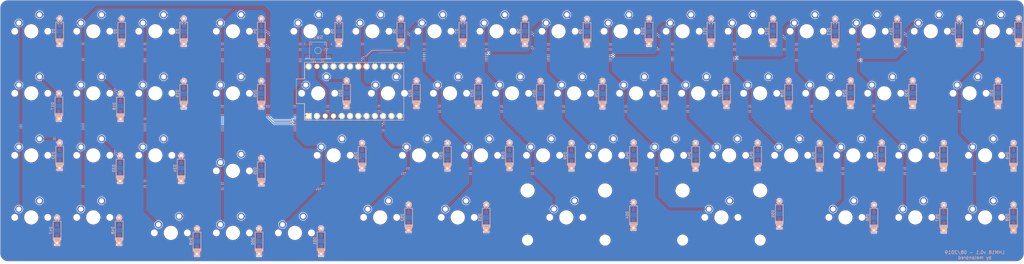
<source format=kicad_pcb>
(kicad_pcb (version 20171130) (host pcbnew "(5.1.5-0-10_14)")
  (layers (0 F.Cu signal) (31 B.Cu signal) (34 B.Paste user) (35 F.Paste user) (36 B.SilkS user) (37 F.SilkS user) (38 B.Mask user) (39 F.Mask user) (44 Edge.Cuts user))
  (net 0 "")
  (net 1 "Net-(D1-Pad2)")
  (net 2 ROW0)
  (net 3 "Net-(D2-Pad2)")
  (net 4 "Net-(D3-Pad2)")
  (net 5 "Net-(D4-Pad2)")
  (net 6 "Net-(D5-Pad2)")
  (net 7 "Net-(D6-Pad2)")
  (net 8 "Net-(D7-Pad2)")
  (net 9 "Net-(D8-Pad2)")
  (net 10 "Net-(D9-Pad2)")
  (net 11 "Net-(D10-Pad2)")
  (net 12 "Net-(D11-Pad2)")
  (net 13 "Net-(D12-Pad2)")
  (net 14 "Net-(D13-Pad2)")
  (net 15 "Net-(D14-Pad2)")
  (net 16 "Net-(D15-Pad2)")
  (net 17 "Net-(D16-Pad2)")
  (net 18 "Net-(D17-Pad2)")
  (net 19 ROW1)
  (net 20 "Net-(D18-Pad2)")
  (net 21 "Net-(D19-Pad2)")
  (net 22 "Net-(D20-Pad2)")
  (net 23 "Net-(D21-Pad2)")
  (net 24 "Net-(D22-Pad2)")
  (net 25 "Net-(D23-Pad2)")
  (net 26 "Net-(D24-Pad2)")
  (net 27 "Net-(D25-Pad2)")
  (net 28 "Net-(D26-Pad2)")
  (net 29 "Net-(D27-Pad2)")
  (net 30 "Net-(D28-Pad2)")
  (net 31 "Net-(D29-Pad2)")
  (net 32 "Net-(D30-Pad2)")
  (net 33 "Net-(D31-Pad2)")
  (net 34 "Net-(D32-Pad2)")
  (net 35 ROW2)
  (net 36 "Net-(D33-Pad2)")
  (net 37 "Net-(D34-Pad2)")
  (net 38 "Net-(D35-Pad2)")
  (net 39 "Net-(D36-Pad2)")
  (net 40 "Net-(D37-Pad2)")
  (net 41 "Net-(D38-Pad2)")
  (net 42 "Net-(D39-Pad2)")
  (net 43 "Net-(D40-Pad2)")
  (net 44 "Net-(D41-Pad2)")
  (net 45 "Net-(D42-Pad2)")
  (net 46 "Net-(D43-Pad2)")
  (net 47 "Net-(D44-Pad2)")
  (net 48 "Net-(D45-Pad2)")
  (net 49 "Net-(D46-Pad2)")
  (net 50 ROW3)
  (net 51 "Net-(D47-Pad2)")
  (net 52 "Net-(D48-Pad2)")
  (net 53 "Net-(D49-Pad2)")
  (net 54 "Net-(D50-Pad2)")
  (net 55 "Net-(D51-Pad2)")
  (net 56 "Net-(D52-Pad2)")
  (net 57 "Net-(D53-Pad2)")
  (net 58 "Net-(D54-Pad2)")
  (net 59 "Net-(D55-Pad2)")
  (net 60 COL0)
  (net 61 COL1)
  (net 62 COL2)
  (net 63 COL3)
  (net 64 COL4)
  (net 65 COL5)
  (net 66 COL6)
  (net 67 COL7)
  (net 68 GND)
  (net 69 "Net-(D56-Pad2)")
  (net 70 "Net-(D57-Pad2)")
  (net 71 "Net-(D58-Pad2)")
  (net 72 VCC)
  (net 73 ROW4)
  (net 74 ROW5)
  (net 75 ROW6)
  (net 76 ROW7)
  (net 77 RESET)
  (net 78 "Net-(U1-Pad24)")
  (net 79 "Net-(U1-Pad6)")
  (net 80 RGB)
  (module MX_Only:MXOnly-1.75U-NoLED (layer F.Cu) (at 506.4125 -180.975)
    (fp_text reference MX36)
    (fp_text value MX-NoLED)
    (pad "" np_thru_hole circle (at 5.08 0 48.0996) (size 1.75 1.75) (drill 1.75) (layers *.Cu *.Mask))
    (pad "" np_thru_hole circle (at -5.08 0 48.0996) (size 1.75 1.75) (drill 1.75) (layers *.Cu *.Mask))
    (pad 1 thru_hole circle (at -3.81 -2.54) (size 2.25 2.25) (drill 1.47) (layers *.Cu B.Mask) (net 62 COL2))
    (pad "" np_thru_hole circle (at 0 0) (size 3.9878 3.9878) (drill 3.9878) (layers *.Cu *.Mask))
    (pad 2 thru_hole circle (at 2.54 -5.08) (size 2.25 2.25) (drill 1.47) (layers *.Cu B.Mask) (net 39 "Net-(D36-Pad2)"))
  )
  (module MX_Only:MXOnly-1U-NoLED (layer F.Cu) (at 432.59375 -219.075)
    (fp_text reference MX2)
    (fp_text value MX-NoLED)
    (pad "" np_thru_hole circle (at 5.08 0 48.0996) (size 1.75 1.75) (drill 1.75) (layers *.Cu *.Mask))
    (pad "" np_thru_hole circle (at -5.08 0 48.0996) (size 1.75 1.75) (drill 1.75) (layers *.Cu *.Mask))
    (pad 1 thru_hole circle (at -3.81 -2.54) (size 2.25 2.25) (drill 1.47) (layers *.Cu B.Mask) (net 60 COL0))
    (pad "" np_thru_hole circle (at 0 0) (size 3.9878 3.9878) (drill 3.9878) (layers *.Cu *.Mask))
    (pad 2 thru_hole circle (at 2.54 -5.08) (size 2.25 2.25) (drill 1.47) (layers *.Cu B.Mask) (net 3 "Net-(D2-Pad2)"))
  )
  (module MX_Only:MXOnly-1U-NoLED (layer F.Cu) (at 613.56875 -219.075)
    (fp_text reference MX11)
    (fp_text value MX-NoLED)
    (pad "" np_thru_hole circle (at 5.08 0 48.0996) (size 1.75 1.75) (drill 1.75) (layers *.Cu *.Mask))
    (pad "" np_thru_hole circle (at -5.08 0 48.0996) (size 1.75 1.75) (drill 1.75) (layers *.Cu *.Mask))
    (pad 1 thru_hole circle (at -3.81 -2.54) (size 2.25 2.25) (drill 1.47) (layers *.Cu B.Mask) (net 65 COL5))
    (pad "" np_thru_hole circle (at 0 0) (size 3.9878 3.9878) (drill 3.9878) (layers *.Cu *.Mask))
    (pad 2 thru_hole circle (at 2.54 -5.08) (size 2.25 2.25) (drill 1.47) (layers *.Cu B.Mask) (net 12 "Net-(D11-Pad2)"))
  )
  (module MX_Only:MXOnly-1U-NoLED (layer F.Cu) (at 518.31875 -219.075)
    (fp_text reference MX6)
    (fp_text value MX-NoLED)
    (pad "" np_thru_hole circle (at 5.08 0 48.0996) (size 1.75 1.75) (drill 1.75) (layers *.Cu *.Mask))
    (pad "" np_thru_hole circle (at -5.08 0 48.0996) (size 1.75 1.75) (drill 1.75) (layers *.Cu *.Mask))
    (pad 1 thru_hole circle (at -3.81 -2.54) (size 2.25 2.25) (drill 1.47) (layers *.Cu B.Mask) (net 62 COL2))
    (pad "" np_thru_hole circle (at 0 0) (size 3.9878 3.9878) (drill 3.9878) (layers *.Cu *.Mask))
    (pad 2 thru_hole circle (at 2.54 -5.08) (size 2.25 2.25) (drill 1.47) (layers *.Cu B.Mask) (net 7 "Net-(D6-Pad2)"))
  )
  (module MX_Only:MXOnly-1U-NoLED (layer F.Cu) (at 537.36875 -219.075)
    (fp_text reference MX7)
    (fp_text value MX-NoLED)
    (pad "" np_thru_hole circle (at 5.08 0 48.0996) (size 1.75 1.75) (drill 1.75) (layers *.Cu *.Mask))
    (pad "" np_thru_hole circle (at -5.08 0 48.0996) (size 1.75 1.75) (drill 1.75) (layers *.Cu *.Mask))
    (pad 1 thru_hole circle (at -3.81 -2.54) (size 2.25 2.25) (drill 1.47) (layers *.Cu B.Mask) (net 63 COL3))
    (pad "" np_thru_hole circle (at 0 0) (size 3.9878 3.9878) (drill 3.9878) (layers *.Cu *.Mask))
    (pad 2 thru_hole circle (at 2.54 -5.08) (size 2.25 2.25) (drill 1.47) (layers *.Cu B.Mask) (net 8 "Net-(D7-Pad2)"))
  )
  (module MX_Only:MXOnly-1U-NoLED (layer F.Cu) (at 632.61875 -219.075)
    (fp_text reference MX12)
    (fp_text value MX-NoLED)
    (pad "" np_thru_hole circle (at 5.08 0 48.0996) (size 1.75 1.75) (drill 1.75) (layers *.Cu *.Mask))
    (pad "" np_thru_hole circle (at -5.08 0 48.0996) (size 1.75 1.75) (drill 1.75) (layers *.Cu *.Mask))
    (pad 1 thru_hole circle (at -3.81 -2.54) (size 2.25 2.25) (drill 1.47) (layers *.Cu B.Mask) (net 65 COL5))
    (pad "" np_thru_hole circle (at 0 0) (size 3.9878 3.9878) (drill 3.9878) (layers *.Cu *.Mask))
    (pad 2 thru_hole circle (at 2.54 -5.08) (size 2.25 2.25) (drill 1.47) (layers *.Cu B.Mask) (net 13 "Net-(D12-Pad2)"))
  )
  (module MX_Only:MXOnly-1U-NoLED (layer F.Cu) (at 456.40625 -157.1625)
    (fp_text reference MX49)
    (fp_text value MX-NoLED)
    (pad "" np_thru_hole circle (at 5.08 0 48.0996) (size 1.75 1.75) (drill 1.75) (layers *.Cu *.Mask))
    (pad "" np_thru_hole circle (at -5.08 0 48.0996) (size 1.75 1.75) (drill 1.75) (layers *.Cu *.Mask))
    (pad 1 thru_hole circle (at -3.81 -2.54) (size 2.25 2.25) (drill 1.47) (layers *.Cu B.Mask) (net 61 COL1))
    (pad "" np_thru_hole circle (at 0 0) (size 3.9878 3.9878) (drill 3.9878) (layers *.Cu *.Mask))
    (pad 2 thru_hole circle (at 2.54 -5.08) (size 2.25 2.25) (drill 1.47) (layers *.Cu B.Mask) (net 53 "Net-(D49-Pad2)"))
  )
  (module MX_Only:MXOnly-1U-NoLED (layer F.Cu) (at 413.54375 -161.925)
    (fp_text reference MX47)
    (fp_text value MX-NoLED)
    (pad "" np_thru_hole circle (at 5.08 0 48.0996) (size 1.75 1.75) (drill 1.75) (layers *.Cu *.Mask))
    (pad "" np_thru_hole circle (at -5.08 0 48.0996) (size 1.75 1.75) (drill 1.75) (layers *.Cu *.Mask))
    (pad 1 thru_hole circle (at -3.81 -2.54) (size 2.25 2.25) (drill 1.47) (layers *.Cu B.Mask) (net 60 COL0))
    (pad "" np_thru_hole circle (at 0 0) (size 3.9878 3.9878) (drill 3.9878) (layers *.Cu *.Mask))
    (pad 2 thru_hole circle (at 2.54 -5.08) (size 2.25 2.25) (drill 1.47) (layers *.Cu B.Mask) (net 51 "Net-(D47-Pad2)"))
  )
  (module MX_Only:MXOnly-1U-NoLED (layer F.Cu) (at 432.59375 -180.975)
    (fp_text reference MX33)
    (fp_text value MX-NoLED)
    (pad "" np_thru_hole circle (at 5.08 0 48.0996) (size 1.75 1.75) (drill 1.75) (layers *.Cu *.Mask))
    (pad "" np_thru_hole circle (at -5.08 0 48.0996) (size 1.75 1.75) (drill 1.75) (layers *.Cu *.Mask))
    (pad 1 thru_hole circle (at -3.81 -2.54) (size 2.25 2.25) (drill 1.47) (layers *.Cu B.Mask) (net 60 COL0))
    (pad "" np_thru_hole circle (at 0 0) (size 3.9878 3.9878) (drill 3.9878) (layers *.Cu *.Mask))
    (pad 2 thru_hole circle (at 2.54 -5.08) (size 2.25 2.25) (drill 1.47) (layers *.Cu B.Mask) (net 36 "Net-(D33-Pad2)"))
  )
  (module MX_Only:MXOnly-2.25U-ReversedStabilizers-NoLED (layer F.Cu) (at 577.85 -161.925)
    (fp_text reference MX54)
    (fp_text value MX-NoLED)
    (pad "" np_thru_hole circle (at 11.90625 -8.255) (size 3.9878 3.9878) (drill 3.9878) (layers *.Cu *.Mask))
    (pad "" np_thru_hole circle (at -11.90625 -8.255) (size 3.9878 3.9878) (drill 3.9878) (layers *.Cu *.Mask))
    (pad "" np_thru_hole circle (at 11.90625 6.985) (size 3.048 3.048) (drill 3.048) (layers *.Cu *.Mask))
    (pad "" np_thru_hole circle (at -11.90625 6.985) (size 3.048 3.048) (drill 3.048) (layers *.Cu *.Mask))
    (pad "" np_thru_hole circle (at 5.08 0 48.0996) (size 1.75 1.75) (drill 1.75) (layers *.Cu *.Mask))
    (pad "" np_thru_hole circle (at -5.08 0 48.0996) (size 1.75 1.75) (drill 1.75) (layers *.Cu *.Mask))
    (pad 1 thru_hole circle (at -3.81 -2.54) (size 2.25 2.25) (drill 1.47) (layers *.Cu B.Mask) (net 63 COL3))
    (pad "" np_thru_hole circle (at 0 0) (size 3.9878 3.9878) (drill 3.9878) (layers *.Cu *.Mask))
    (pad 2 thru_hole circle (at 2.54 -5.08) (size 2.25 2.25) (drill 1.47) (layers *.Cu B.Mask) (net 58 "Net-(D54-Pad2)"))
  )
  (module MX_Only:MXOnly-1U-NoLED (layer F.Cu) (at 475.45625 -157.1625)
    (fp_text reference MX50)
    (fp_text value MX-NoLED)
    (pad "" np_thru_hole circle (at 5.08 0 48.0996) (size 1.75 1.75) (drill 1.75) (layers *.Cu *.Mask))
    (pad "" np_thru_hole circle (at -5.08 0 48.0996) (size 1.75 1.75) (drill 1.75) (layers *.Cu *.Mask))
    (pad 1 thru_hole circle (at -3.81 -2.54) (size 2.25 2.25) (drill 1.47) (layers *.Cu B.Mask) (net 61 COL1))
    (pad "" np_thru_hole circle (at 0 0) (size 3.9878 3.9878) (drill 3.9878) (layers *.Cu *.Mask))
    (pad 2 thru_hole circle (at 2.54 -5.08) (size 2.25 2.25) (drill 1.47) (layers *.Cu B.Mask) (net 54 "Net-(D50-Pad2)"))
  )
  (module MX_Only:MXOnly-1U-NoLED (layer F.Cu) (at 608.80625 -180.975)
    (fp_text reference MX41)
    (fp_text value MX-NoLED)
    (pad "" np_thru_hole circle (at 5.08 0 48.0996) (size 1.75 1.75) (drill 1.75) (layers *.Cu *.Mask))
    (pad "" np_thru_hole circle (at -5.08 0 48.0996) (size 1.75 1.75) (drill 1.75) (layers *.Cu *.Mask))
    (pad 1 thru_hole circle (at -3.81 -2.54) (size 2.25 2.25) (drill 1.47) (layers *.Cu B.Mask) (net 64 COL4))
    (pad "" np_thru_hole circle (at 0 0) (size 3.9878 3.9878) (drill 3.9878) (layers *.Cu *.Mask))
    (pad 2 thru_hole circle (at 2.54 -5.08) (size 2.25 2.25) (drill 1.47) (layers *.Cu B.Mask) (net 44 "Net-(D41-Pad2)"))
  )
  (module MX_Only:MXOnly-1.25U-NoLED (layer F.Cu) (at 706.4375 -161.925)
    (fp_text reference MX58)
    (fp_text value MX-NoLED)
    (pad "" np_thru_hole circle (at 5.08 0 48.0996) (size 1.75 1.75) (drill 1.75) (layers *.Cu *.Mask))
    (pad "" np_thru_hole circle (at -5.08 0 48.0996) (size 1.75 1.75) (drill 1.75) (layers *.Cu *.Mask))
    (pad 1 thru_hole circle (at -3.81 -2.54) (size 2.25 2.25) (drill 1.47) (layers *.Cu B.Mask) (net 67 COL7))
    (pad "" np_thru_hole circle (at 0 0) (size 3.9878 3.9878) (drill 3.9878) (layers *.Cu *.Mask))
    (pad 2 thru_hole circle (at 2.54 -5.08) (size 2.25 2.25) (drill 1.47) (layers *.Cu B.Mask) (net 71 "Net-(D58-Pad2)"))
  )
  (module MX_Only:MXOnly-1.25U-NoLED (layer F.Cu) (at 544.5125 -161.925)
    (fp_text reference MX53)
    (fp_text value MX-NoLED)
    (pad "" np_thru_hole circle (at 5.08 0 48.0996) (size 1.75 1.75) (drill 1.75) (layers *.Cu *.Mask))
    (pad "" np_thru_hole circle (at -5.08 0 48.0996) (size 1.75 1.75) (drill 1.75) (layers *.Cu *.Mask))
    (pad 1 thru_hole circle (at -3.81 -2.54) (size 2.25 2.25) (drill 1.47) (layers *.Cu B.Mask) (net 63 COL3))
    (pad "" np_thru_hole circle (at 0 0) (size 3.9878 3.9878) (drill 3.9878) (layers *.Cu *.Mask))
    (pad 2 thru_hole circle (at 2.54 -5.08) (size 2.25 2.25) (drill 1.47) (layers *.Cu B.Mask) (net 57 "Net-(D53-Pad2)"))
  )
  (module MX_Only:MXOnly-1U-NoLED (layer F.Cu) (at 494.50625 -157.1625)
    (fp_text reference MX51)
    (fp_text value MX-NoLED)
    (pad "" np_thru_hole circle (at 5.08 0 48.0996) (size 1.75 1.75) (drill 1.75) (layers *.Cu *.Mask))
    (pad "" np_thru_hole circle (at -5.08 0 48.0996) (size 1.75 1.75) (drill 1.75) (layers *.Cu *.Mask))
    (pad 1 thru_hole circle (at -3.81 -2.54) (size 2.25 2.25) (drill 1.47) (layers *.Cu B.Mask) (net 62 COL2))
    (pad "" np_thru_hole circle (at 0 0) (size 3.9878 3.9878) (drill 3.9878) (layers *.Cu *.Mask))
    (pad 2 thru_hole circle (at 2.54 -5.08) (size 2.25 2.25) (drill 1.47) (layers *.Cu B.Mask) (net 55 "Net-(D51-Pad2)"))
  )
  (module MX_Only:MXOnly-1U-NoLED (layer F.Cu) (at 413.54375 -219.075)
    (fp_text reference MX1)
    (fp_text value MX-NoLED)
    (pad "" np_thru_hole circle (at 5.08 0 48.0996) (size 1.75 1.75) (drill 1.75) (layers *.Cu *.Mask))
    (pad "" np_thru_hole circle (at -5.08 0 48.0996) (size 1.75 1.75) (drill 1.75) (layers *.Cu *.Mask))
    (pad 1 thru_hole circle (at -3.81 -2.54) (size 2.25 2.25) (drill 1.47) (layers *.Cu B.Mask) (net 60 COL0))
    (pad "" np_thru_hole circle (at 0 0) (size 3.9878 3.9878) (drill 3.9878) (layers *.Cu *.Mask))
    (pad 2 thru_hole circle (at 2.54 -5.08) (size 2.25 2.25) (drill 1.47) (layers *.Cu B.Mask) (net 1 "Net-(D1-Pad2)"))
  )
  (module MX_Only:MXOnly-1U-NoLED (layer F.Cu) (at 475.45625 -200.025)
    (fp_text reference MX20)
    (fp_text value MX-NoLED)
    (pad "" np_thru_hole circle (at 5.08 0 48.0996) (size 1.75 1.75) (drill 1.75) (layers *.Cu *.Mask))
    (pad "" np_thru_hole circle (at -5.08 0 48.0996) (size 1.75 1.75) (drill 1.75) (layers *.Cu *.Mask))
    (pad 1 thru_hole circle (at -3.81 -2.54) (size 2.25 2.25) (drill 1.47) (layers *.Cu B.Mask) (net 61 COL1))
    (pad "" np_thru_hole circle (at 0 0) (size 3.9878 3.9878) (drill 3.9878) (layers *.Cu *.Mask))
    (pad 2 thru_hole circle (at 2.54 -5.08) (size 2.25 2.25) (drill 1.47) (layers *.Cu B.Mask) (net 22 "Net-(D20-Pad2)"))
  )
  (module MX_Only:MXOnly-1U-NoLED (layer F.Cu) (at 556.41875 -219.075)
    (fp_text reference MX8)
    (fp_text value MX-NoLED)
    (pad "" np_thru_hole circle (at 5.08 0 48.0996) (size 1.75 1.75) (drill 1.75) (layers *.Cu *.Mask))
    (pad "" np_thru_hole circle (at -5.08 0 48.0996) (size 1.75 1.75) (drill 1.75) (layers *.Cu *.Mask))
    (pad 1 thru_hole circle (at -3.81 -2.54) (size 2.25 2.25) (drill 1.47) (layers *.Cu B.Mask) (net 63 COL3))
    (pad "" np_thru_hole circle (at 0 0) (size 3.9878 3.9878) (drill 3.9878) (layers *.Cu *.Mask))
    (pad 2 thru_hole circle (at 2.54 -5.08) (size 2.25 2.25) (drill 1.47) (layers *.Cu B.Mask) (net 9 "Net-(D8-Pad2)"))
  )
  (module MX_Only:MXOnly-1U-NoLED (layer F.Cu) (at 561.18125 -200.025)
    (fp_text reference MX24)
    (fp_text value MX-NoLED)
    (pad "" np_thru_hole circle (at 5.08 0 48.0996) (size 1.75 1.75) (drill 1.75) (layers *.Cu *.Mask))
    (pad "" np_thru_hole circle (at -5.08 0 48.0996) (size 1.75 1.75) (drill 1.75) (layers *.Cu *.Mask))
    (pad 1 thru_hole circle (at -3.81 -2.54) (size 2.25 2.25) (drill 1.47) (layers *.Cu B.Mask) (net 63 COL3))
    (pad "" np_thru_hole circle (at 0 0) (size 3.9878 3.9878) (drill 3.9878) (layers *.Cu *.Mask))
    (pad 2 thru_hole circle (at 2.54 -5.08) (size 2.25 2.25) (drill 1.47) (layers *.Cu B.Mask) (net 26 "Net-(D24-Pad2)"))
  )
  (module MX_Only:MXOnly-2.75U-ReversedStabilizers-NoLED (layer F.Cu) (at 625.475 -161.925)
    (fp_text reference MX55)
    (fp_text value MX-NoLED)
    (pad "" np_thru_hole circle (at 11.90625 -8.255) (size 3.9878 3.9878) (drill 3.9878) (layers *.Cu *.Mask))
    (pad "" np_thru_hole circle (at -11.90625 -8.255) (size 3.9878 3.9878) (drill 3.9878) (layers *.Cu *.Mask))
    (pad "" np_thru_hole circle (at 11.90625 6.985) (size 3.048 3.048) (drill 3.048) (layers *.Cu *.Mask))
    (pad "" np_thru_hole circle (at -11.90625 6.985) (size 3.048 3.048) (drill 3.048) (layers *.Cu *.Mask))
    (pad "" np_thru_hole circle (at 5.08 0 48.0996) (size 1.75 1.75) (drill 1.75) (layers *.Cu *.Mask))
    (pad "" np_thru_hole circle (at -5.08 0 48.0996) (size 1.75 1.75) (drill 1.75) (layers *.Cu *.Mask))
    (pad 1 thru_hole circle (at -3.81 -2.54) (size 2.25 2.25) (drill 1.47) (layers *.Cu B.Mask) (net 64 COL4))
    (pad "" np_thru_hole circle (at 0 0) (size 3.9878 3.9878) (drill 3.9878) (layers *.Cu *.Mask))
    (pad 2 thru_hole circle (at 2.54 -5.08) (size 2.25 2.25) (drill 1.47) (layers *.Cu B.Mask) (net 59 "Net-(D55-Pad2)"))
  )
  (module MX_Only:MXOnly-1.25U-NoLED (layer F.Cu) (at 706.4375 -180.975)
    (fp_text reference MX46)
    (fp_text value MX-NoLED)
    (pad "" np_thru_hole circle (at 5.08 0 48.0996) (size 1.75 1.75) (drill 1.75) (layers *.Cu *.Mask))
    (pad "" np_thru_hole circle (at -5.08 0 48.0996) (size 1.75 1.75) (drill 1.75) (layers *.Cu *.Mask))
    (pad 1 thru_hole circle (at -3.81 -2.54) (size 2.25 2.25) (drill 1.47) (layers *.Cu B.Mask) (net 67 COL7))
    (pad "" np_thru_hole circle (at 0 0) (size 3.9878 3.9878) (drill 3.9878) (layers *.Cu *.Mask))
    (pad 2 thru_hole circle (at 2.54 -5.08) (size 2.25 2.25) (drill 1.47) (layers *.Cu B.Mask) (net 49 "Net-(D46-Pad2)"))
  )
  (module MX_Only:MXOnly-1.75U-NoLED (layer F.Cu) (at 701.675 -200.025)
    (fp_text reference MX31)
    (fp_text value MX-NoLED)
    (pad "" np_thru_hole circle (at 5.08 0 48.0996) (size 1.75 1.75) (drill 1.75) (layers *.Cu *.Mask))
    (pad "" np_thru_hole circle (at -5.08 0 48.0996) (size 1.75 1.75) (drill 1.75) (layers *.Cu *.Mask))
    (pad 1 thru_hole circle (at -3.81 -2.54) (size 2.25 2.25) (drill 1.47) (layers *.Cu B.Mask) (net 67 COL7))
    (pad "" np_thru_hole circle (at 0 0) (size 3.9878 3.9878) (drill 3.9878) (layers *.Cu *.Mask))
    (pad 2 thru_hole circle (at 2.54 -5.08) (size 2.25 2.25) (drill 1.47) (layers *.Cu B.Mask) (net 33 "Net-(D31-Pad2)"))
  )
  (module MX_Only:MXOnly-1U-NoLED (layer F.Cu) (at 432.59375 -200.025)
    (fp_text reference MX18)
    (fp_text value MX-NoLED)
    (pad "" np_thru_hole circle (at 5.08 0 48.0996) (size 1.75 1.75) (drill 1.75) (layers *.Cu *.Mask))
    (pad "" np_thru_hole circle (at -5.08 0 48.0996) (size 1.75 1.75) (drill 1.75) (layers *.Cu *.Mask))
    (pad 1 thru_hole circle (at -3.81 -2.54) (size 2.25 2.25) (drill 1.47) (layers *.Cu B.Mask) (net 60 COL0))
    (pad "" np_thru_hole circle (at 0 0) (size 3.9878 3.9878) (drill 3.9878) (layers *.Cu *.Mask))
    (pad 2 thru_hole circle (at 2.54 -5.08) (size 2.25 2.25) (drill 1.47) (layers *.Cu B.Mask) (net 20 "Net-(D18-Pad2)"))
  )
  (module MX_Only:MXOnly-1U-NoLED (layer F.Cu) (at 665.95625 -180.975)
    (fp_text reference MX44)
    (fp_text value MX-NoLED)
    (pad "" np_thru_hole circle (at 5.08 0 48.0996) (size 1.75 1.75) (drill 1.75) (layers *.Cu *.Mask))
    (pad "" np_thru_hole circle (at -5.08 0 48.0996) (size 1.75 1.75) (drill 1.75) (layers *.Cu *.Mask))
    (pad 1 thru_hole circle (at -3.81 -2.54) (size 2.25 2.25) (drill 1.47) (layers *.Cu B.Mask) (net 66 COL6))
    (pad "" np_thru_hole circle (at 0 0) (size 3.9878 3.9878) (drill 3.9878) (layers *.Cu *.Mask))
    (pad 2 thru_hole circle (at 2.54 -5.08) (size 2.25 2.25) (drill 1.47) (layers *.Cu B.Mask) (net 47 "Net-(D44-Pad2)"))
  )
  (module MX_Only:MXOnly-1U-NoLED (layer F.Cu) (at 675.48125 -200.025)
    (fp_text reference MX30)
    (fp_text value MX-NoLED)
    (pad "" np_thru_hole circle (at 5.08 0 48.0996) (size 1.75 1.75) (drill 1.75) (layers *.Cu *.Mask))
    (pad "" np_thru_hole circle (at -5.08 0 48.0996) (size 1.75 1.75) (drill 1.75) (layers *.Cu *.Mask))
    (pad 1 thru_hole circle (at -3.81 -2.54) (size 2.25 2.25) (drill 1.47) (layers *.Cu B.Mask) (net 66 COL6))
    (pad "" np_thru_hole circle (at 0 0) (size 3.9878 3.9878) (drill 3.9878) (layers *.Cu *.Mask))
    (pad 2 thru_hole circle (at 2.54 -5.08) (size 2.25 2.25) (drill 1.47) (layers *.Cu B.Mask) (net 32 "Net-(D30-Pad2)"))
  )
  (module MX_Only:MXOnly-1U-NoLED (layer F.Cu) (at 542.13125 -200.025)
    (fp_text reference MX23)
    (fp_text value MX-NoLED)
    (pad "" np_thru_hole circle (at 5.08 0 48.0996) (size 1.75 1.75) (drill 1.75) (layers *.Cu *.Mask))
    (pad "" np_thru_hole circle (at -5.08 0 48.0996) (size 1.75 1.75) (drill 1.75) (layers *.Cu *.Mask))
    (pad 1 thru_hole circle (at -3.81 -2.54) (size 2.25 2.25) (drill 1.47) (layers *.Cu B.Mask) (net 63 COL3))
    (pad "" np_thru_hole circle (at 0 0) (size 3.9878 3.9878) (drill 3.9878) (layers *.Cu *.Mask))
    (pad 2 thru_hole circle (at 2.54 -5.08) (size 2.25 2.25) (drill 1.47) (layers *.Cu B.Mask) (net 25 "Net-(D23-Pad2)"))
  )
  (module MX_Only:MXOnly-1U-NoLED (layer F.Cu) (at 551.65625 -180.975)
    (fp_text reference MX38)
    (fp_text value MX-NoLED)
    (pad "" np_thru_hole circle (at 5.08 0 48.0996) (size 1.75 1.75) (drill 1.75) (layers *.Cu *.Mask))
    (pad "" np_thru_hole circle (at -5.08 0 48.0996) (size 1.75 1.75) (drill 1.75) (layers *.Cu *.Mask))
    (pad 1 thru_hole circle (at -3.81 -2.54) (size 2.25 2.25) (drill 1.47) (layers *.Cu B.Mask) (net 63 COL3))
    (pad "" np_thru_hole circle (at 0 0) (size 3.9878 3.9878) (drill 3.9878) (layers *.Cu *.Mask))
    (pad 2 thru_hole circle (at 2.54 -5.08) (size 2.25 2.25) (drill 1.47) (layers *.Cu B.Mask) (net 41 "Net-(D38-Pad2)"))
  )
  (module MX_Only:MXOnly-1U-NoLED (layer F.Cu) (at 475.45625 -176.2125)
    (fp_text reference MX35)
    (fp_text value MX-NoLED)
    (pad "" np_thru_hole circle (at 5.08 0 48.0996) (size 1.75 1.75) (drill 1.75) (layers *.Cu *.Mask))
    (pad "" np_thru_hole circle (at -5.08 0 48.0996) (size 1.75 1.75) (drill 1.75) (layers *.Cu *.Mask))
    (pad 1 thru_hole circle (at -3.81 -2.54) (size 2.25 2.25) (drill 1.47) (layers *.Cu B.Mask) (net 61 COL1))
    (pad "" np_thru_hole circle (at 0 0) (size 3.9878 3.9878) (drill 3.9878) (layers *.Cu *.Mask))
    (pad 2 thru_hole circle (at 2.54 -5.08) (size 2.25 2.25) (drill 1.47) (layers *.Cu B.Mask) (net 38 "Net-(D35-Pad2)"))
  )
  (module MX_Only:MXOnly-1U-NoLED (layer F.Cu) (at 708.81875 -219.075)
    (fp_text reference MX16)
    (fp_text value MX-NoLED)
    (pad "" np_thru_hole circle (at 5.08 0 48.0996) (size 1.75 1.75) (drill 1.75) (layers *.Cu *.Mask))
    (pad "" np_thru_hole circle (at -5.08 0 48.0996) (size 1.75 1.75) (drill 1.75) (layers *.Cu *.Mask))
    (pad 1 thru_hole circle (at -3.81 -2.54) (size 2.25 2.25) (drill 1.47) (layers *.Cu B.Mask) (net 67 COL7))
    (pad "" np_thru_hole circle (at 0 0) (size 3.9878 3.9878) (drill 3.9878) (layers *.Cu *.Mask))
    (pad 2 thru_hole circle (at 2.54 -5.08) (size 2.25 2.25) (drill 1.47) (layers *.Cu B.Mask) (net 17 "Net-(D16-Pad2)"))
  )
  (module MX_Only:MXOnly-1.25U-NoLED (layer F.Cu) (at 520.7 -161.925)
    (fp_text reference MX52)
    (fp_text value MX-NoLED)
    (pad "" np_thru_hole circle (at 5.08 0 48.0996) (size 1.75 1.75) (drill 1.75) (layers *.Cu *.Mask))
    (pad "" np_thru_hole circle (at -5.08 0 48.0996) (size 1.75 1.75) (drill 1.75) (layers *.Cu *.Mask))
    (pad 1 thru_hole circle (at -3.81 -2.54) (size 2.25 2.25) (drill 1.47) (layers *.Cu B.Mask) (net 62 COL2))
    (pad "" np_thru_hole circle (at 0 0) (size 3.9878 3.9878) (drill 3.9878) (layers *.Cu *.Mask))
    (pad 2 thru_hole circle (at 2.54 -5.08) (size 2.25 2.25) (drill 1.47) (layers *.Cu B.Mask) (net 56 "Net-(D52-Pad2)"))
  )
  (module keyboard_parts:D_SOD123_axial (layer B.Cu) (at 502.539 -154.649 90)
    (fp_text reference D51 (at 0 -1.925 90) (layer B.SilkS) (effects (font (size 0.8 0.8)) (justify mirror)))
    (fp_text value SOD-123 hide)
    (pad 2 smd rect (at 1.575 0 90) (size 1.2 1.2) (layers B.Cu B.Paste B.Mask) (net 55 "Net-(D51-Pad2)"))
    (pad 1 smd rect (at -1.575 0 90) (size 1.2 1.2) (layers B.Cu B.Paste B.Mask) (net 75 ROW6))
    (pad 1 thru_hole rect (at -3.9 0 90) (size 1.6 1.6) (drill 0.7) (layers *.Cu *.Mask B.SilkS) (net 75 ROW6))
    (pad 2 thru_hole circle (at 3.9 0 90) (size 1.6 1.6) (drill 0.7) (layers *.Cu *.Mask B.SilkS) (net 55 "Net-(D51-Pad2)"))
    (pad 1 smd rect (at -2.7 0 90) (size 2.5 0.5) (layers B.Cu) (net 75 ROW6))
    (pad 2 smd rect (at 2.7 0 90) (size 2.5 0.5) (layers B.Cu) (net 55 "Net-(D51-Pad2)"))
  )
  (module MX_Only:MXOnly-1U-NoLED (layer F.Cu) (at 451.64375 -219.075)
    (fp_text reference MX3)
    (fp_text value MX-NoLED)
    (pad "" np_thru_hole circle (at 5.08 0 48.0996) (size 1.75 1.75) (drill 1.75) (layers *.Cu *.Mask))
    (pad "" np_thru_hole circle (at -5.08 0 48.0996) (size 1.75 1.75) (drill 1.75) (layers *.Cu *.Mask))
    (pad 1 thru_hole circle (at -3.81 -2.54) (size 2.25 2.25) (drill 1.47) (layers *.Cu B.Mask) (net 61 COL1))
    (pad "" np_thru_hole circle (at 0 0) (size 3.9878 3.9878) (drill 3.9878) (layers *.Cu *.Mask))
    (pad 2 thru_hole circle (at 2.54 -5.08) (size 2.25 2.25) (drill 1.47) (layers *.Cu B.Mask) (net 4 "Net-(D3-Pad2)"))
  )
  (module MX_Only:MXOnly-1U-NoLED (layer F.Cu) (at 451.64375 -200.025)
    (fp_text reference MX19)
    (fp_text value MX-NoLED)
    (pad "" np_thru_hole circle (at 5.08 0 48.0996) (size 1.75 1.75) (drill 1.75) (layers *.Cu *.Mask))
    (pad "" np_thru_hole circle (at -5.08 0 48.0996) (size 1.75 1.75) (drill 1.75) (layers *.Cu *.Mask))
    (pad 1 thru_hole circle (at -3.81 -2.54) (size 2.25 2.25) (drill 1.47) (layers *.Cu B.Mask) (net 61 COL1))
    (pad "" np_thru_hole circle (at 0 0) (size 3.9878 3.9878) (drill 3.9878) (layers *.Cu *.Mask))
    (pad 2 thru_hole circle (at 2.54 -5.08) (size 2.25 2.25) (drill 1.47) (layers *.Cu B.Mask) (net 21 "Net-(D19-Pad2)"))
  )
  (module MX_Only:MXOnly-1U-NoLED (layer F.Cu) (at 580.23125 -200.025)
    (fp_text reference MX25)
    (fp_text value MX-NoLED)
    (pad "" np_thru_hole circle (at 5.08 0 48.0996) (size 1.75 1.75) (drill 1.75) (layers *.Cu *.Mask))
    (pad "" np_thru_hole circle (at -5.08 0 48.0996) (size 1.75 1.75) (drill 1.75) (layers *.Cu *.Mask))
    (pad 1 thru_hole circle (at -3.81 -2.54) (size 2.25 2.25) (drill 1.47) (layers *.Cu B.Mask) (net 64 COL4))
    (pad "" np_thru_hole circle (at 0 0) (size 3.9878 3.9878) (drill 3.9878) (layers *.Cu *.Mask))
    (pad 2 thru_hole circle (at 2.54 -5.08) (size 2.25 2.25) (drill 1.47) (layers *.Cu B.Mask) (net 27 "Net-(D25-Pad2)"))
  )
  (module MX_Only:MXOnly-1U-NoLED (layer F.Cu) (at 475.45625 -219.075)
    (fp_text reference MX4)
    (fp_text value MX-NoLED)
    (pad "" np_thru_hole circle (at 5.08 0 48.0996) (size 1.75 1.75) (drill 1.75) (layers *.Cu *.Mask))
    (pad "" np_thru_hole circle (at -5.08 0 48.0996) (size 1.75 1.75) (drill 1.75) (layers *.Cu *.Mask))
    (pad 1 thru_hole circle (at -3.81 -2.54) (size 2.25 2.25) (drill 1.47) (layers *.Cu B.Mask) (net 61 COL1))
    (pad "" np_thru_hole circle (at 0 0) (size 3.9878 3.9878) (drill 3.9878) (layers *.Cu *.Mask))
    (pad 2 thru_hole circle (at 2.54 -5.08) (size 2.25 2.25) (drill 1.47) (layers *.Cu B.Mask) (net 5 "Net-(D4-Pad2)"))
  )
  (module promicro:ProMicro (layer F.Cu) (at 512.699 -200.66)
    (fp_text reference U1 hide)
    (fp_text value ProMicro)
    (pad 24 thru_hole circle (at -13.97 -7.62) (size 1.6 1.6) (drill 1.1) (layers *.Cu *.Mask F.SilkS) (net 78 "Net-(U1-Pad24)"))
    (pad 23 thru_hole circle (at -11.43 -7.62) (size 1.6 1.6) (drill 1.1) (layers *.Cu *.Mask F.SilkS) (net 68 GND))
    (pad 22 thru_hole circle (at -8.89 -7.62) (size 1.6 1.6) (drill 1.1) (layers *.Cu *.Mask F.SilkS) (net 77 RESET))
    (pad 21 thru_hole circle (at -6.35 -7.62) (size 1.6 1.6) (drill 1.1) (layers *.Cu *.Mask F.SilkS) (net 72 VCC))
    (pad 20 thru_hole circle (at -3.81 -7.62) (size 1.6 1.6) (drill 1.1) (layers *.Cu *.Mask F.SilkS) (net 50 ROW3))
    (pad 19 thru_hole circle (at -1.27 -7.62) (size 1.6 1.6) (drill 1.1) (layers *.Cu *.Mask F.SilkS) (net 2 ROW0))
    (pad 18 thru_hole circle (at 1.27 -7.62) (size 1.6 1.6) (drill 1.1) (layers *.Cu *.Mask F.SilkS) (net 19 ROW1))
    (pad 17 thru_hole circle (at 3.81 -7.62) (size 1.6 1.6) (drill 1.1) (layers *.Cu *.Mask F.SilkS) (net 63 COL3))
    (pad 16 thru_hole circle (at 6.35 -7.62) (size 1.6 1.6) (drill 1.1) (layers *.Cu *.Mask F.SilkS) (net 64 COL4))
    (pad 15 thru_hole circle (at 8.89 -7.62) (size 1.6 1.6) (drill 1.1) (layers *.Cu *.Mask F.SilkS) (net 65 COL5))
    (pad 14 thru_hole circle (at 11.43 -7.62) (size 1.6 1.6) (drill 1.1) (layers *.Cu *.Mask F.SilkS) (net 66 COL6))
    (pad 13 thru_hole circle (at 13.97 -7.62) (size 1.6 1.6) (drill 1.1) (layers *.Cu *.Mask F.SilkS) (net 67 COL7))
    (pad 12 thru_hole circle (at 13.97 7.62) (size 1.6 1.6) (drill 1.1) (layers *.Cu *.Mask F.SilkS) (net 74 ROW5))
    (pad 11 thru_hole circle (at 11.43 7.62) (size 1.6 1.6) (drill 1.1) (layers *.Cu *.Mask F.SilkS) (net 73 ROW4))
    (pad 10 thru_hole circle (at 8.89 7.62) (size 1.6 1.6) (drill 1.1) (layers *.Cu *.Mask F.SilkS) (net 62 COL2))
    (pad 9 thru_hole circle (at 6.35 7.62) (size 1.6 1.6) (drill 1.1) (layers *.Cu *.Mask F.SilkS) (net 75 ROW6))
    (pad 8 thru_hole circle (at 3.81 7.62) (size 1.6 1.6) (drill 1.1) (layers *.Cu *.Mask F.SilkS) (net 76 ROW7))
    (pad 7 thru_hole circle (at 1.27 7.62) (size 1.6 1.6) (drill 1.1) (layers *.Cu *.Mask F.SilkS) (net 61 COL1))
    (pad 6 thru_hole circle (at -1.27 7.62) (size 1.6 1.6) (drill 1.1) (layers *.Cu *.Mask F.SilkS) (net 79 "Net-(U1-Pad6)"))
    (pad 5 thru_hole circle (at -3.81 7.62) (size 1.6 1.6) (drill 1.1) (layers *.Cu *.Mask F.SilkS) (net 60 COL0))
    (pad 4 thru_hole circle (at -6.35 7.62) (size 1.6 1.6) (drill 1.1) (layers *.Cu *.Mask F.SilkS) (net 68 GND))
    (pad 3 thru_hole circle (at -8.89 7.62) (size 1.6 1.6) (drill 1.1) (layers *.Cu *.Mask F.SilkS) (net 68 GND))
    (pad 2 thru_hole circle (at -11.43 7.62) (size 1.6 1.6) (drill 1.1) (layers *.Cu *.Mask F.SilkS) (net 80 RGB))
    (pad 1 thru_hole rect (at -13.97 7.62) (size 1.6 1.6) (drill 1.1) (layers *.Cu *.Mask F.SilkS) (net 35 ROW2))
  )
  (module random-keyboard-parts:SKQG-1155865 (layer B.Cu) (at 501.598 -213.161)
    (fp_text reference SW1 (at 0 -4.064) (layer B.SilkS) (effects (justify mirror)))
    (fp_text value SW_Push)
    (pad 1 smd rect (at 3.1 -1.85) (size 1.8 1.1) (layers B.Cu B.Paste B.Mask) (net 77 RESET))
    (pad 2 smd rect (at -3.1 1.85) (size 1.8 1.1) (layers B.Cu B.Paste B.Mask) (net 68 GND))
    (pad 3 smd rect (at 3.1 1.85) (size 1.8 1.1) (layers B.Cu B.Paste B.Mask))
    (pad 4 smd rect (at -3.1 -1.85) (size 1.8 1.1) (layers B.Cu B.Paste B.Mask))
  )
  (module keyboard_parts:D_SOD123_axial (layer B.Cu) (at 715.16875 -161.892 90)
    (fp_text reference D58 (at 0 -1.925 90) (layer B.SilkS) (effects (font (size 0.8 0.8)) (justify mirror)))
    (fp_text value SOD-123 hide)
    (pad 2 smd rect (at 2.7 0 90) (size 2.5 0.5) (layers B.Cu) (net 71 "Net-(D58-Pad2)"))
    (pad 1 smd rect (at -2.7 0 90) (size 2.5 0.5) (layers B.Cu) (net 76 ROW7))
    (pad 2 thru_hole circle (at 3.9 0 90) (size 1.6 1.6) (drill 0.7) (layers *.Cu *.Mask B.SilkS) (net 71 "Net-(D58-Pad2)"))
    (pad 1 thru_hole rect (at -3.9 0 90) (size 1.6 1.6) (drill 0.7) (layers *.Cu *.Mask B.SilkS) (net 76 ROW7))
    (pad 1 smd rect (at -1.575 0 90) (size 1.2 1.2) (layers B.Cu B.Paste B.Mask) (net 76 ROW7))
    (pad 2 smd rect (at 1.575 0 90) (size 1.2 1.2) (layers B.Cu B.Paste B.Mask) (net 71 "Net-(D58-Pad2)"))
  )
  (module keyboard_parts:D_SOD123_axial (layer B.Cu) (at 693.7375 -161.831 90)
    (fp_text reference D57 (at 0 -1.925 90) (layer B.SilkS) (effects (font (size 0.8 0.8)) (justify mirror)))
    (fp_text value SOD-123 hide)
    (pad 2 smd rect (at 2.7 0 90) (size 2.5 0.5) (layers B.Cu) (net 70 "Net-(D57-Pad2)"))
    (pad 1 smd rect (at -2.7 0 90) (size 2.5 0.5) (layers B.Cu) (net 75 ROW6))
    (pad 2 thru_hole circle (at 3.9 0 90) (size 1.6 1.6) (drill 0.7) (layers *.Cu *.Mask B.SilkS) (net 70 "Net-(D57-Pad2)"))
    (pad 1 thru_hole rect (at -3.9 0 90) (size 1.6 1.6) (drill 0.7) (layers *.Cu *.Mask B.SilkS) (net 75 ROW6))
    (pad 1 smd rect (at -1.575 0 90) (size 1.2 1.2) (layers B.Cu B.Paste B.Mask) (net 75 ROW6))
    (pad 2 smd rect (at 1.575 0 90) (size 1.2 1.2) (layers B.Cu B.Paste B.Mask) (net 70 "Net-(D57-Pad2)"))
  )
  (module keyboard_parts:D_SOD123_axial (layer B.Cu) (at 672.30625 -161.874 90)
    (fp_text reference D56 (at 0 -1.925 90) (layer B.SilkS) (effects (font (size 0.8 0.8)) (justify mirror)))
    (fp_text value SOD-123 hide)
    (pad 2 smd rect (at 2.7 0 90) (size 2.5 0.5) (layers B.Cu) (net 69 "Net-(D56-Pad2)"))
    (pad 1 smd rect (at -2.7 0 90) (size 2.5 0.5) (layers B.Cu) (net 76 ROW7))
    (pad 2 thru_hole circle (at 3.9 0 90) (size 1.6 1.6) (drill 0.7) (layers *.Cu *.Mask B.SilkS) (net 69 "Net-(D56-Pad2)"))
    (pad 1 thru_hole rect (at -3.9 0 90) (size 1.6 1.6) (drill 0.7) (layers *.Cu *.Mask B.SilkS) (net 76 ROW7))
    (pad 1 smd rect (at -1.575 0 90) (size 1.2 1.2) (layers B.Cu B.Paste B.Mask) (net 76 ROW7))
    (pad 2 smd rect (at 1.575 0 90) (size 1.2 1.2) (layers B.Cu B.Paste B.Mask) (net 69 "Net-(D56-Pad2)"))
  )
  (module keyboard_parts:D_SOD123_axial (layer B.Cu) (at 643.255 -163.0375 90)
    (fp_text reference D55 (at 0 -1.925 90) (layer B.SilkS) (effects (font (size 0.8 0.8)) (justify mirror)))
    (fp_text value SOD-123 hide)
    (pad 2 smd rect (at 2.7 0 90) (size 2.5 0.5) (layers B.Cu) (net 59 "Net-(D55-Pad2)"))
    (pad 1 smd rect (at -2.7 0 90) (size 2.5 0.5) (layers B.Cu) (net 75 ROW6))
    (pad 2 thru_hole circle (at 3.9 0 90) (size 1.6 1.6) (drill 0.7) (layers *.Cu *.Mask B.SilkS) (net 59 "Net-(D55-Pad2)"))
    (pad 1 thru_hole rect (at -3.9 0 90) (size 1.6 1.6) (drill 0.7) (layers *.Cu *.Mask B.SilkS) (net 75 ROW6))
    (pad 1 smd rect (at -1.575 0 90) (size 1.2 1.2) (layers B.Cu B.Paste B.Mask) (net 75 ROW6))
    (pad 2 smd rect (at 1.575 0 90) (size 1.2 1.2) (layers B.Cu B.Paste B.Mask) (net 59 "Net-(D55-Pad2)"))
  )
  (module keyboard_parts:D_SOD123_axial (layer B.Cu) (at 598.4875 -162.65 90)
    (fp_text reference D54 (at 0 -1.925 90) (layer B.SilkS) (effects (font (size 0.8 0.8)) (justify mirror)))
    (fp_text value SOD-123 hide)
    (pad 2 smd rect (at 2.7 0 90) (size 2.5 0.5) (layers B.Cu) (net 58 "Net-(D54-Pad2)"))
    (pad 1 smd rect (at -2.7 0 90) (size 2.5 0.5) (layers B.Cu) (net 76 ROW7))
    (pad 2 thru_hole circle (at 3.9 0 90) (size 1.6 1.6) (drill 0.7) (layers *.Cu *.Mask B.SilkS) (net 58 "Net-(D54-Pad2)"))
    (pad 1 thru_hole rect (at -3.9 0 90) (size 1.6 1.6) (drill 0.7) (layers *.Cu *.Mask B.SilkS) (net 76 ROW7))
    (pad 1 smd rect (at -1.575 0 90) (size 1.2 1.2) (layers B.Cu B.Paste B.Mask) (net 76 ROW7))
    (pad 2 smd rect (at 1.575 0 90) (size 1.2 1.2) (layers B.Cu B.Paste B.Mask) (net 58 "Net-(D54-Pad2)"))
  )
  (module keyboard_parts:D_SOD123_axial (layer B.Cu) (at 553.24375 -161.925 90)
    (fp_text reference D53 (at 0 -1.925 90) (layer B.SilkS) (effects (font (size 0.8 0.8)) (justify mirror)))
    (fp_text value SOD-123 hide)
    (pad 2 smd rect (at 1.575 0 90) (size 1.2 1.2) (layers B.Cu B.Paste B.Mask) (net 57 "Net-(D53-Pad2)"))
    (pad 1 smd rect (at -1.575 0 90) (size 1.2 1.2) (layers B.Cu B.Paste B.Mask) (net 75 ROW6))
    (pad 1 thru_hole rect (at -3.9 0 90) (size 1.6 1.6) (drill 0.7) (layers *.Cu *.Mask B.SilkS) (net 75 ROW6))
    (pad 2 thru_hole circle (at 3.9 0 90) (size 1.6 1.6) (drill 0.7) (layers *.Cu *.Mask B.SilkS) (net 57 "Net-(D53-Pad2)"))
    (pad 1 smd rect (at -2.7 0 90) (size 2.5 0.5) (layers B.Cu) (net 75 ROW6))
    (pad 2 smd rect (at 2.7 0 90) (size 2.5 0.5) (layers B.Cu) (net 57 "Net-(D53-Pad2)"))
  )
  (module keyboard_parts:D_SOD123_axial (layer B.Cu) (at 529.43125 -161.925 90)
    (fp_text reference D52 (at 0 -1.925 90) (layer B.SilkS) (effects (font (size 0.8 0.8)) (justify mirror)))
    (fp_text value SOD-123 hide)
    (pad 2 smd rect (at 2.7 0 90) (size 2.5 0.5) (layers B.Cu) (net 56 "Net-(D52-Pad2)"))
    (pad 1 smd rect (at -2.7 0 90) (size 2.5 0.5) (layers B.Cu) (net 76 ROW7))
    (pad 2 thru_hole circle (at 3.9 0 90) (size 1.6 1.6) (drill 0.7) (layers *.Cu *.Mask B.SilkS) (net 56 "Net-(D52-Pad2)"))
    (pad 1 thru_hole rect (at -3.9 0 90) (size 1.6 1.6) (drill 0.7) (layers *.Cu *.Mask B.SilkS) (net 76 ROW7))
    (pad 1 smd rect (at -1.575 0 90) (size 1.2 1.2) (layers B.Cu B.Paste B.Mask) (net 76 ROW7))
    (pad 2 smd rect (at 1.575 0 90) (size 1.2 1.2) (layers B.Cu B.Paste B.Mask) (net 56 "Net-(D52-Pad2)"))
  )
  (module keyboard_parts:D_SOD123_axial (layer B.Cu) (at 483.489 -154.61 90)
    (fp_text reference D50 (at 0 -1.925 90) (layer B.SilkS) (effects (font (size 0.8 0.8)) (justify mirror)))
    (fp_text value SOD-123 hide)
    (pad 2 smd rect (at 1.575 0 90) (size 1.2 1.2) (layers B.Cu B.Paste B.Mask) (net 54 "Net-(D50-Pad2)"))
    (pad 1 smd rect (at -1.575 0 90) (size 1.2 1.2) (layers B.Cu B.Paste B.Mask) (net 76 ROW7))
    (pad 1 thru_hole rect (at -3.9 0 90) (size 1.6 1.6) (drill 0.7) (layers *.Cu *.Mask B.SilkS) (net 76 ROW7))
    (pad 2 thru_hole circle (at 3.9 0 90) (size 1.6 1.6) (drill 0.7) (layers *.Cu *.Mask B.SilkS) (net 54 "Net-(D50-Pad2)"))
    (pad 1 smd rect (at -2.7 0 90) (size 2.5 0.5) (layers B.Cu) (net 76 ROW7))
    (pad 2 smd rect (at 2.7 0 90) (size 2.5 0.5) (layers B.Cu) (net 54 "Net-(D50-Pad2)"))
  )
  (module keyboard_parts:D_SOD123_axial (layer B.Cu) (at 464.439 -154.592 90)
    (fp_text reference D49 (at 0 -1.925 90) (layer B.SilkS) (effects (font (size 0.8 0.8)) (justify mirror)))
    (fp_text value SOD-123 hide)
    (pad 2 smd rect (at 1.575 0 90) (size 1.2 1.2) (layers B.Cu B.Paste B.Mask) (net 53 "Net-(D49-Pad2)"))
    (pad 1 smd rect (at -1.575 0 90) (size 1.2 1.2) (layers B.Cu B.Paste B.Mask) (net 75 ROW6))
    (pad 1 thru_hole rect (at -3.9 0 90) (size 1.6 1.6) (drill 0.7) (layers *.Cu *.Mask B.SilkS) (net 75 ROW6))
    (pad 2 thru_hole circle (at 3.9 0 90) (size 1.6 1.6) (drill 0.7) (layers *.Cu *.Mask B.SilkS) (net 53 "Net-(D49-Pad2)"))
    (pad 1 smd rect (at -2.7 0 90) (size 2.5 0.5) (layers B.Cu) (net 75 ROW6))
    (pad 2 smd rect (at 2.7 0 90) (size 2.5 0.5) (layers B.Cu) (net 53 "Net-(D49-Pad2)"))
  )
  (module keyboard_parts:D_SOD123_axial (layer B.Cu) (at 440.53125 -157.95625 90)
    (fp_text reference D48 (at 0 -1.925 90) (layer B.SilkS) (effects (font (size 0.8 0.8)) (justify mirror)))
    (fp_text value SOD-123 hide)
    (pad 2 smd rect (at 2.7 0 90) (size 2.5 0.5) (layers B.Cu) (net 52 "Net-(D48-Pad2)"))
    (pad 1 smd rect (at -2.7 0 90) (size 2.5 0.5) (layers B.Cu) (net 76 ROW7))
    (pad 2 thru_hole circle (at 3.9 0 90) (size 1.6 1.6) (drill 0.7) (layers *.Cu *.Mask B.SilkS) (net 52 "Net-(D48-Pad2)"))
    (pad 1 thru_hole rect (at -3.9 0 90) (size 1.6 1.6) (drill 0.7) (layers *.Cu *.Mask B.SilkS) (net 76 ROW7))
    (pad 1 smd rect (at -1.575 0 90) (size 1.2 1.2) (layers B.Cu B.Paste B.Mask) (net 76 ROW7))
    (pad 2 smd rect (at 1.575 0 90) (size 1.2 1.2) (layers B.Cu B.Paste B.Mask) (net 52 "Net-(D48-Pad2)"))
  )
  (module keyboard_parts:D_SOD123_axial (layer B.Cu) (at 421.48125 -157.95625 90)
    (fp_text reference D47 (at 0 -1.925 90) (layer B.SilkS) (effects (font (size 0.8 0.8)) (justify mirror)))
    (fp_text value SOD-123 hide)
    (pad 2 smd rect (at 2.7 0 90) (size 2.5 0.5) (layers B.Cu) (net 51 "Net-(D47-Pad2)"))
    (pad 1 smd rect (at -2.7 0 90) (size 2.5 0.5) (layers B.Cu) (net 75 ROW6))
    (pad 2 thru_hole circle (at 3.9 0 90) (size 1.6 1.6) (drill 0.7) (layers *.Cu *.Mask B.SilkS) (net 51 "Net-(D47-Pad2)"))
    (pad 1 thru_hole rect (at -3.9 0 90) (size 1.6 1.6) (drill 0.7) (layers *.Cu *.Mask B.SilkS) (net 75 ROW6))
    (pad 1 smd rect (at -1.575 0 90) (size 1.2 1.2) (layers B.Cu B.Paste B.Mask) (net 75 ROW6))
    (pad 2 smd rect (at 1.575 0 90) (size 1.2 1.2) (layers B.Cu B.Paste B.Mask) (net 51 "Net-(D47-Pad2)"))
  )
  (module keyboard_parts:D_SOD123_axial (layer B.Cu) (at 715.16875 -180.881 90)
    (fp_text reference D46 (at 0 -1.925 90) (layer B.SilkS) (effects (font (size 0.8 0.8)) (justify mirror)))
    (fp_text value SOD-123 hide)
    (pad 2 smd rect (at 2.7 0 90) (size 2.5 0.5) (layers B.Cu) (net 49 "Net-(D46-Pad2)"))
    (pad 1 smd rect (at -2.7 0 90) (size 2.5 0.5) (layers B.Cu) (net 73 ROW4))
    (pad 2 thru_hole circle (at 3.9 0 90) (size 1.6 1.6) (drill 0.7) (layers *.Cu *.Mask B.SilkS) (net 49 "Net-(D46-Pad2)"))
    (pad 1 thru_hole rect (at -3.9 0 90) (size 1.6 1.6) (drill 0.7) (layers *.Cu *.Mask B.SilkS) (net 73 ROW4))
    (pad 1 smd rect (at -1.575 0 90) (size 1.2 1.2) (layers B.Cu B.Paste B.Mask) (net 73 ROW4))
    (pad 2 smd rect (at 1.575 0 90) (size 1.2 1.2) (layers B.Cu B.Paste B.Mask) (net 49 "Net-(D46-Pad2)"))
  )
  (module keyboard_parts:D_SOD123_axial (layer B.Cu) (at 693.7375 -180.881 90)
    (fp_text reference D45 (at 0 -1.925 90) (layer B.SilkS) (effects (font (size 0.8 0.8)) (justify mirror)))
    (fp_text value SOD-123 hide)
    (pad 2 smd rect (at 2.7 0 90) (size 2.5 0.5) (layers B.Cu) (net 48 "Net-(D45-Pad2)"))
    (pad 1 smd rect (at -2.7 0 90) (size 2.5 0.5) (layers B.Cu) (net 74 ROW5))
    (pad 2 thru_hole circle (at 3.9 0 90) (size 1.6 1.6) (drill 0.7) (layers *.Cu *.Mask B.SilkS) (net 48 "Net-(D45-Pad2)"))
    (pad 1 thru_hole rect (at -3.9 0 90) (size 1.6 1.6) (drill 0.7) (layers *.Cu *.Mask B.SilkS) (net 74 ROW5))
    (pad 1 smd rect (at -1.575 0 90) (size 1.2 1.2) (layers B.Cu B.Paste B.Mask) (net 74 ROW5))
    (pad 2 smd rect (at 1.575 0 90) (size 1.2 1.2) (layers B.Cu B.Paste B.Mask) (net 48 "Net-(D45-Pad2)"))
  )
  (module keyboard_parts:D_SOD123_axial (layer B.Cu) (at 674.6875 -180.975 90)
    (fp_text reference D44 (at 0 -1.925 90) (layer B.SilkS) (effects (font (size 0.8 0.8)) (justify mirror)))
    (fp_text value SOD-123 hide)
    (pad 2 smd rect (at 2.7 0 90) (size 2.5 0.5) (layers B.Cu) (net 47 "Net-(D44-Pad2)"))
    (pad 1 smd rect (at -2.7 0 90) (size 2.5 0.5) (layers B.Cu) (net 73 ROW4))
    (pad 2 thru_hole circle (at 3.9 0 90) (size 1.6 1.6) (drill 0.7) (layers *.Cu *.Mask B.SilkS) (net 47 "Net-(D44-Pad2)"))
    (pad 1 thru_hole rect (at -3.9 0 90) (size 1.6 1.6) (drill 0.7) (layers *.Cu *.Mask B.SilkS) (net 73 ROW4))
    (pad 1 smd rect (at -1.575 0 90) (size 1.2 1.2) (layers B.Cu B.Paste B.Mask) (net 73 ROW4))
    (pad 2 smd rect (at 1.575 0 90) (size 1.2 1.2) (layers B.Cu B.Paste B.Mask) (net 47 "Net-(D44-Pad2)"))
  )
  (module keyboard_parts:D_SOD123_axial (layer B.Cu) (at 655.6375 -180.881 90)
    (fp_text reference D43 (at 0 -1.925 90) (layer B.SilkS) (effects (font (size 0.8 0.8)) (justify mirror)))
    (fp_text value SOD-123 hide)
    (pad 2 smd rect (at 2.7 0 90) (size 2.5 0.5) (layers B.Cu) (net 46 "Net-(D43-Pad2)"))
    (pad 1 smd rect (at -2.7 0 90) (size 2.5 0.5) (layers B.Cu) (net 74 ROW5))
    (pad 2 thru_hole circle (at 3.9 0 90) (size 1.6 1.6) (drill 0.7) (layers *.Cu *.Mask B.SilkS) (net 46 "Net-(D43-Pad2)"))
    (pad 1 thru_hole rect (at -3.9 0 90) (size 1.6 1.6) (drill 0.7) (layers *.Cu *.Mask B.SilkS) (net 74 ROW5))
    (pad 1 smd rect (at -1.575 0 90) (size 1.2 1.2) (layers B.Cu B.Paste B.Mask) (net 74 ROW5))
    (pad 2 smd rect (at 1.575 0 90) (size 1.2 1.2) (layers B.Cu B.Paste B.Mask) (net 46 "Net-(D43-Pad2)"))
  )
  (module keyboard_parts:D_SOD123_axial (layer B.Cu) (at 636.5875 -180.9625 90)
    (fp_text reference D42 (at 0 -1.925 90) (layer B.SilkS) (effects (font (size 0.8 0.8)) (justify mirror)))
    (fp_text value SOD-123 hide)
    (pad 2 smd rect (at 2.7 0 90) (size 2.5 0.5) (layers B.Cu) (net 45 "Net-(D42-Pad2)"))
    (pad 1 smd rect (at -2.7 0 90) (size 2.5 0.5) (layers B.Cu) (net 73 ROW4))
    (pad 2 thru_hole circle (at 3.9 0 90) (size 1.6 1.6) (drill 0.7) (layers *.Cu *.Mask B.SilkS) (net 45 "Net-(D42-Pad2)"))
    (pad 1 thru_hole rect (at -3.9 0 90) (size 1.6 1.6) (drill 0.7) (layers *.Cu *.Mask B.SilkS) (net 73 ROW4))
    (pad 1 smd rect (at -1.575 0 90) (size 1.2 1.2) (layers B.Cu B.Paste B.Mask) (net 73 ROW4))
    (pad 2 smd rect (at 1.575 0 90) (size 1.2 1.2) (layers B.Cu B.Paste B.Mask) (net 45 "Net-(D42-Pad2)"))
  )
  (module keyboard_parts:D_SOD123_axial (layer B.Cu) (at 617.5375 -180.881 90)
    (fp_text reference D41 (at 0 -1.925 90) (layer B.SilkS) (effects (font (size 0.8 0.8)) (justify mirror)))
    (fp_text value SOD-123 hide)
    (pad 2 smd rect (at 2.7 0 90) (size 2.5 0.5) (layers B.Cu) (net 44 "Net-(D41-Pad2)"))
    (pad 1 smd rect (at -2.7 0 90) (size 2.5 0.5) (layers B.Cu) (net 74 ROW5))
    (pad 2 thru_hole circle (at 3.9 0 90) (size 1.6 1.6) (drill 0.7) (layers *.Cu *.Mask B.SilkS) (net 44 "Net-(D41-Pad2)"))
    (pad 1 thru_hole rect (at -3.9 0 90) (size 1.6 1.6) (drill 0.7) (layers *.Cu *.Mask B.SilkS) (net 74 ROW5))
    (pad 1 smd rect (at -1.575 0 90) (size 1.2 1.2) (layers B.Cu B.Paste B.Mask) (net 74 ROW5))
    (pad 2 smd rect (at 1.575 0 90) (size 1.2 1.2) (layers B.Cu B.Paste B.Mask) (net 44 "Net-(D41-Pad2)"))
  )
  (module keyboard_parts:D_SOD123_axial (layer B.Cu) (at 598.4875 -180.975 90)
    (fp_text reference D40 (at 0 -1.925 90) (layer B.SilkS) (effects (font (size 0.8 0.8)) (justify mirror)))
    (fp_text value SOD-123 hide)
    (pad 2 smd rect (at 2.7 0 90) (size 2.5 0.5) (layers B.Cu) (net 43 "Net-(D40-Pad2)"))
    (pad 1 smd rect (at -2.7 0 90) (size 2.5 0.5) (layers B.Cu) (net 73 ROW4))
    (pad 2 thru_hole circle (at 3.9 0 90) (size 1.6 1.6) (drill 0.7) (layers *.Cu *.Mask B.SilkS) (net 43 "Net-(D40-Pad2)"))
    (pad 1 thru_hole rect (at -3.9 0 90) (size 1.6 1.6) (drill 0.7) (layers *.Cu *.Mask B.SilkS) (net 73 ROW4))
    (pad 1 smd rect (at -1.575 0 90) (size 1.2 1.2) (layers B.Cu B.Paste B.Mask) (net 73 ROW4))
    (pad 2 smd rect (at 1.575 0 90) (size 1.2 1.2) (layers B.Cu B.Paste B.Mask) (net 43 "Net-(D40-Pad2)"))
  )
  (module keyboard_parts:D_SOD123_axial (layer B.Cu) (at 579.4375 -180.881 90)
    (fp_text reference D39 (at 0 -1.925 90) (layer B.SilkS) (effects (font (size 0.8 0.8)) (justify mirror)))
    (fp_text value SOD-123 hide)
    (pad 2 smd rect (at 2.7 0 90) (size 2.5 0.5) (layers B.Cu) (net 42 "Net-(D39-Pad2)"))
    (pad 1 smd rect (at -2.7 0 90) (size 2.5 0.5) (layers B.Cu) (net 74 ROW5))
    (pad 2 thru_hole circle (at 3.9 0 90) (size 1.6 1.6) (drill 0.7) (layers *.Cu *.Mask B.SilkS) (net 42 "Net-(D39-Pad2)"))
    (pad 1 thru_hole rect (at -3.9 0 90) (size 1.6 1.6) (drill 0.7) (layers *.Cu *.Mask B.SilkS) (net 74 ROW5))
    (pad 1 smd rect (at -1.575 0 90) (size 1.2 1.2) (layers B.Cu B.Paste B.Mask) (net 74 ROW5))
    (pad 2 smd rect (at 1.575 0 90) (size 1.2 1.2) (layers B.Cu B.Paste B.Mask) (net 42 "Net-(D39-Pad2)"))
  )
  (module keyboard_parts:D_SOD123_axial (layer B.Cu) (at 560.3875 -180.9625 90)
    (fp_text reference D38 (at 0 -1.925 90) (layer B.SilkS) (effects (font (size 0.8 0.8)) (justify mirror)))
    (fp_text value SOD-123 hide)
    (pad 2 smd rect (at 2.7 0 90) (size 2.5 0.5) (layers B.Cu) (net 41 "Net-(D38-Pad2)"))
    (pad 1 smd rect (at -2.7 0 90) (size 2.5 0.5) (layers B.Cu) (net 73 ROW4))
    (pad 2 thru_hole circle (at 3.9 0 90) (size 1.6 1.6) (drill 0.7) (layers *.Cu *.Mask B.SilkS) (net 41 "Net-(D38-Pad2)"))
    (pad 1 thru_hole rect (at -3.9 0 90) (size 1.6 1.6) (drill 0.7) (layers *.Cu *.Mask B.SilkS) (net 73 ROW4))
    (pad 1 smd rect (at -1.575 0 90) (size 1.2 1.2) (layers B.Cu B.Paste B.Mask) (net 73 ROW4))
    (pad 2 smd rect (at 1.575 0 90) (size 1.2 1.2) (layers B.Cu B.Paste B.Mask) (net 41 "Net-(D38-Pad2)"))
  )
  (module keyboard_parts:D_SOD123_axial (layer B.Cu) (at 541.3375 -180.899 90)
    (fp_text reference D37 (at 0 -1.925 90) (layer B.SilkS) (effects (font (size 0.8 0.8)) (justify mirror)))
    (fp_text value SOD-123 hide)
    (pad 2 smd rect (at 2.7 0 90) (size 2.5 0.5) (layers B.Cu) (net 40 "Net-(D37-Pad2)"))
    (pad 1 smd rect (at -2.7 0 90) (size 2.5 0.5) (layers B.Cu) (net 74 ROW5))
    (pad 2 thru_hole circle (at 3.9 0 90) (size 1.6 1.6) (drill 0.7) (layers *.Cu *.Mask B.SilkS) (net 40 "Net-(D37-Pad2)"))
    (pad 1 thru_hole rect (at -3.9 0 90) (size 1.6 1.6) (drill 0.7) (layers *.Cu *.Mask B.SilkS) (net 74 ROW5))
    (pad 1 smd rect (at -1.575 0 90) (size 1.2 1.2) (layers B.Cu B.Paste B.Mask) (net 74 ROW5))
    (pad 2 smd rect (at 1.575 0 90) (size 1.2 1.2) (layers B.Cu B.Paste B.Mask) (net 40 "Net-(D37-Pad2)"))
  )
  (module keyboard_parts:D_SOD123_axial (layer B.Cu) (at 515.14375 -180.899 90)
    (fp_text reference D36 (at 0 -1.925 90) (layer B.SilkS) (effects (font (size 0.8 0.8)) (justify mirror)))
    (fp_text value SOD-123 hide)
    (pad 2 smd rect (at 2.7 0 90) (size 2.5 0.5) (layers B.Cu) (net 39 "Net-(D36-Pad2)"))
    (pad 1 smd rect (at -2.7 0 90) (size 2.5 0.5) (layers B.Cu) (net 73 ROW4))
    (pad 2 thru_hole circle (at 3.9 0 90) (size 1.6 1.6) (drill 0.7) (layers *.Cu *.Mask B.SilkS) (net 39 "Net-(D36-Pad2)"))
    (pad 1 thru_hole rect (at -3.9 0 90) (size 1.6 1.6) (drill 0.7) (layers *.Cu *.Mask B.SilkS) (net 73 ROW4))
    (pad 1 smd rect (at -1.575 0 90) (size 1.2 1.2) (layers B.Cu B.Paste B.Mask) (net 73 ROW4))
    (pad 2 smd rect (at 1.575 0 90) (size 1.2 1.2) (layers B.Cu B.Paste B.Mask) (net 39 "Net-(D36-Pad2)"))
  )
  (module keyboard_parts:D_SOD123_axial (layer B.Cu) (at 484.1875 -176.2 90)
    (fp_text reference D35 (at 0 -1.925 90) (layer B.SilkS) (effects (font (size 0.8 0.8)) (justify mirror)))
    (fp_text value SOD-123 hide)
    (pad 2 smd rect (at 2.7 0 90) (size 2.5 0.5) (layers B.Cu) (net 38 "Net-(D35-Pad2)"))
    (pad 1 smd rect (at -2.7 0 90) (size 2.5 0.5) (layers B.Cu) (net 74 ROW5))
    (pad 2 thru_hole circle (at 3.9 0 90) (size 1.6 1.6) (drill 0.7) (layers *.Cu *.Mask B.SilkS) (net 38 "Net-(D35-Pad2)"))
    (pad 1 thru_hole rect (at -3.9 0 90) (size 1.6 1.6) (drill 0.7) (layers *.Cu *.Mask B.SilkS) (net 74 ROW5))
    (pad 1 smd rect (at -1.575 0 90) (size 1.2 1.2) (layers B.Cu B.Paste B.Mask) (net 74 ROW5))
    (pad 2 smd rect (at 1.575 0 90) (size 1.2 1.2) (layers B.Cu B.Paste B.Mask) (net 38 "Net-(D35-Pad2)"))
  )
  (module keyboard_parts:D_SOD123_axial (layer B.Cu) (at 459.58125 -177.00625 90)
    (fp_text reference D34 (at 0 -1.925 90) (layer B.SilkS) (effects (font (size 0.8 0.8)) (justify mirror)))
    (fp_text value SOD-123 hide)
    (pad 2 smd rect (at 2.7 0 90) (size 2.5 0.5) (layers B.Cu) (net 37 "Net-(D34-Pad2)"))
    (pad 1 smd rect (at -2.7 0 90) (size 2.5 0.5) (layers B.Cu) (net 73 ROW4))
    (pad 2 thru_hole circle (at 3.9 0 90) (size 1.6 1.6) (drill 0.7) (layers *.Cu *.Mask B.SilkS) (net 37 "Net-(D34-Pad2)"))
    (pad 1 thru_hole rect (at -3.9 0 90) (size 1.6 1.6) (drill 0.7) (layers *.Cu *.Mask B.SilkS) (net 73 ROW4))
    (pad 1 smd rect (at -1.575 0 90) (size 1.2 1.2) (layers B.Cu B.Paste B.Mask) (net 73 ROW4))
    (pad 2 smd rect (at 1.575 0 90) (size 1.2 1.2) (layers B.Cu B.Paste B.Mask) (net 37 "Net-(D34-Pad2)"))
  )
  (module keyboard_parts:D_SOD123_axial (layer B.Cu) (at 440.817 -177.00625 90)
    (fp_text reference D33 (at 0 -1.925 90) (layer B.SilkS) (effects (font (size 0.8 0.8)) (justify mirror)))
    (fp_text value SOD-123 hide)
    (pad 2 smd rect (at 2.7 0 90) (size 2.5 0.5) (layers B.Cu) (net 36 "Net-(D33-Pad2)"))
    (pad 1 smd rect (at -2.7 0 90) (size 2.5 0.5) (layers B.Cu) (net 74 ROW5))
    (pad 2 thru_hole circle (at 3.9 0 90) (size 1.6 1.6) (drill 0.7) (layers *.Cu *.Mask B.SilkS) (net 36 "Net-(D33-Pad2)"))
    (pad 1 thru_hole rect (at -3.9 0 90) (size 1.6 1.6) (drill 0.7) (layers *.Cu *.Mask B.SilkS) (net 74 ROW5))
    (pad 1 smd rect (at -1.575 0 90) (size 1.2 1.2) (layers B.Cu B.Paste B.Mask) (net 74 ROW5))
    (pad 2 smd rect (at 1.575 0 90) (size 1.2 1.2) (layers B.Cu B.Paste B.Mask) (net 36 "Net-(D33-Pad2)"))
  )
  (module keyboard_parts:D_SOD123_axial (layer B.Cu) (at 422.275 -180.975 90)
    (fp_text reference D32 (at 0 -1.925 90) (layer B.SilkS) (effects (font (size 0.8 0.8)) (justify mirror)))
    (fp_text value SOD-123 hide)
    (pad 2 smd rect (at 2.7 0 90) (size 2.5 0.5) (layers B.Cu) (net 34 "Net-(D32-Pad2)"))
    (pad 1 smd rect (at -2.7 0 90) (size 2.5 0.5) (layers B.Cu) (net 73 ROW4))
    (pad 2 thru_hole circle (at 3.9 0 90) (size 1.6 1.6) (drill 0.7) (layers *.Cu *.Mask B.SilkS) (net 34 "Net-(D32-Pad2)"))
    (pad 1 thru_hole rect (at -3.9 0 90) (size 1.6 1.6) (drill 0.7) (layers *.Cu *.Mask B.SilkS) (net 73 ROW4))
    (pad 1 smd rect (at -1.575 0 90) (size 1.2 1.2) (layers B.Cu B.Paste B.Mask) (net 73 ROW4))
    (pad 2 smd rect (at 1.575 0 90) (size 1.2 1.2) (layers B.Cu B.Paste B.Mask) (net 34 "Net-(D32-Pad2)"))
  )
  (module keyboard_parts:D_SOD123_axial (layer B.Cu) (at 710.40625 -200.0125 90)
    (fp_text reference D31 (at 0 -1.925 90) (layer B.SilkS) (effects (font (size 0.8 0.8)) (justify mirror)))
    (fp_text value SOD-123 hide)
    (pad 2 smd rect (at 2.7 0 90) (size 2.5 0.5) (layers B.Cu) (net 33 "Net-(D31-Pad2)"))
    (pad 1 smd rect (at -2.7 0 90) (size 2.5 0.5) (layers B.Cu) (net 35 ROW2))
    (pad 2 thru_hole circle (at 3.9 0 90) (size 1.6 1.6) (drill 0.7) (layers *.Cu *.Mask B.SilkS) (net 33 "Net-(D31-Pad2)"))
    (pad 1 thru_hole rect (at -3.9 0 90) (size 1.6 1.6) (drill 0.7) (layers *.Cu *.Mask B.SilkS) (net 35 ROW2))
    (pad 1 smd rect (at -1.575 0 90) (size 1.2 1.2) (layers B.Cu B.Paste B.Mask) (net 35 ROW2))
    (pad 2 smd rect (at 1.575 0 90) (size 1.2 1.2) (layers B.Cu B.Paste B.Mask) (net 33 "Net-(D31-Pad2)"))
  )
  (module keyboard_parts:D_SOD123_axial (layer B.Cu) (at 684.2125 -200.0375 90)
    (fp_text reference D30 (at 0 -1.925 90) (layer B.SilkS) (effects (font (size 0.8 0.8)) (justify mirror)))
    (fp_text value SOD-123 hide)
    (pad 2 smd rect (at 2.7 0 90) (size 2.5 0.5) (layers B.Cu) (net 32 "Net-(D30-Pad2)"))
    (pad 1 smd rect (at -2.7 0 90) (size 2.5 0.5) (layers B.Cu) (net 50 ROW3))
    (pad 2 thru_hole circle (at 3.9 0 90) (size 1.6 1.6) (drill 0.7) (layers *.Cu *.Mask B.SilkS) (net 32 "Net-(D30-Pad2)"))
    (pad 1 thru_hole rect (at -3.9 0 90) (size 1.6 1.6) (drill 0.7) (layers *.Cu *.Mask B.SilkS) (net 50 ROW3))
    (pad 1 smd rect (at -1.575 0 90) (size 1.2 1.2) (layers B.Cu B.Paste B.Mask) (net 50 ROW3))
    (pad 2 smd rect (at 1.575 0 90) (size 1.2 1.2) (layers B.Cu B.Paste B.Mask) (net 32 "Net-(D30-Pad2)"))
  )
  (module keyboard_parts:D_SOD123_axial (layer B.Cu) (at 665.1625 -200.0375 90)
    (fp_text reference D29 (at 0 -1.925 90) (layer B.SilkS) (effects (font (size 0.8 0.8)) (justify mirror)))
    (fp_text value SOD-123 hide)
    (pad 2 smd rect (at 2.7 0 90) (size 2.5 0.5) (layers B.Cu) (net 31 "Net-(D29-Pad2)"))
    (pad 1 smd rect (at -2.7 0 90) (size 2.5 0.5) (layers B.Cu) (net 35 ROW2))
    (pad 2 thru_hole circle (at 3.9 0 90) (size 1.6 1.6) (drill 0.7) (layers *.Cu *.Mask B.SilkS) (net 31 "Net-(D29-Pad2)"))
    (pad 1 thru_hole rect (at -3.9 0 90) (size 1.6 1.6) (drill 0.7) (layers *.Cu *.Mask B.SilkS) (net 35 ROW2))
    (pad 1 smd rect (at -1.575 0 90) (size 1.2 1.2) (layers B.Cu B.Paste B.Mask) (net 35 ROW2))
    (pad 2 smd rect (at 1.575 0 90) (size 1.2 1.2) (layers B.Cu B.Paste B.Mask) (net 31 "Net-(D29-Pad2)"))
  )
  (module keyboard_parts:D_SOD123_axial (layer B.Cu) (at 646.1125 -199.974 90)
    (fp_text reference D28 (at 0 -1.925 90) (layer B.SilkS) (effects (font (size 0.8 0.8)) (justify mirror)))
    (fp_text value SOD-123 hide)
    (pad 2 smd rect (at 2.7 0 90) (size 2.5 0.5) (layers B.Cu) (net 30 "Net-(D28-Pad2)"))
    (pad 1 smd rect (at -2.7 0 90) (size 2.5 0.5) (layers B.Cu) (net 50 ROW3))
    (pad 2 thru_hole circle (at 3.9 0 90) (size 1.6 1.6) (drill 0.7) (layers *.Cu *.Mask B.SilkS) (net 30 "Net-(D28-Pad2)"))
    (pad 1 thru_hole rect (at -3.9 0 90) (size 1.6 1.6) (drill 0.7) (layers *.Cu *.Mask B.SilkS) (net 50 ROW3))
    (pad 1 smd rect (at -1.575 0 90) (size 1.2 1.2) (layers B.Cu B.Paste B.Mask) (net 50 ROW3))
    (pad 2 smd rect (at 1.575 0 90) (size 1.2 1.2) (layers B.Cu B.Paste B.Mask) (net 30 "Net-(D28-Pad2)"))
  )
  (module keyboard_parts:D_SOD123_axial (layer B.Cu) (at 627.0625 -200.025 90)
    (fp_text reference D27 (at 0 -1.925 90) (layer B.SilkS) (effects (font (size 0.8 0.8)) (justify mirror)))
    (fp_text value SOD-123 hide)
    (pad 2 smd rect (at 2.7 0 90) (size 2.5 0.5) (layers B.Cu) (net 29 "Net-(D27-Pad2)"))
    (pad 1 smd rect (at -2.7 0 90) (size 2.5 0.5) (layers B.Cu) (net 35 ROW2))
    (pad 2 thru_hole circle (at 3.9 0 90) (size 1.6 1.6) (drill 0.7) (layers *.Cu *.Mask B.SilkS) (net 29 "Net-(D27-Pad2)"))
    (pad 1 thru_hole rect (at -3.9 0 90) (size 1.6 1.6) (drill 0.7) (layers *.Cu *.Mask B.SilkS) (net 35 ROW2))
    (pad 1 smd rect (at -1.575 0 90) (size 1.2 1.2) (layers B.Cu B.Paste B.Mask) (net 35 ROW2))
    (pad 2 smd rect (at 1.575 0 90) (size 1.2 1.2) (layers B.Cu B.Paste B.Mask) (net 29 "Net-(D27-Pad2)"))
  )
  (module keyboard_parts:D_SOD123_axial (layer B.Cu) (at 608.0125 -199.949 90)
    (fp_text reference D26 (at 0 -1.925 90) (layer B.SilkS) (effects (font (size 0.8 0.8)) (justify mirror)))
    (fp_text value SOD-123 hide)
    (pad 2 smd rect (at 2.7 0 90) (size 2.5 0.5) (layers B.Cu) (net 28 "Net-(D26-Pad2)"))
    (pad 1 smd rect (at -2.7 0 90) (size 2.5 0.5) (layers B.Cu) (net 50 ROW3))
    (pad 2 thru_hole circle (at 3.9 0 90) (size 1.6 1.6) (drill 0.7) (layers *.Cu *.Mask B.SilkS) (net 28 "Net-(D26-Pad2)"))
    (pad 1 thru_hole rect (at -3.9 0 90) (size 1.6 1.6) (drill 0.7) (layers *.Cu *.Mask B.SilkS) (net 50 ROW3))
    (pad 1 smd rect (at -1.575 0 90) (size 1.2 1.2) (layers B.Cu B.Paste B.Mask) (net 50 ROW3))
    (pad 2 smd rect (at 1.575 0 90) (size 1.2 1.2) (layers B.Cu B.Paste B.Mask) (net 28 "Net-(D26-Pad2)"))
  )
  (module keyboard_parts:D_SOD123_axial (layer B.Cu) (at 588.9625 -199.931 90)
    (fp_text reference D25 (at 0 -1.925 90) (layer B.SilkS) (effects (font (size 0.8 0.8)) (justify mirror)))
    (fp_text value SOD-123 hide)
    (pad 2 smd rect (at 2.7 0 90) (size 2.5 0.5) (layers B.Cu) (net 27 "Net-(D25-Pad2)"))
    (pad 1 smd rect (at -2.7 0 90) (size 2.5 0.5) (layers B.Cu) (net 35 ROW2))
    (pad 2 thru_hole circle (at 3.9 0 90) (size 1.6 1.6) (drill 0.7) (layers *.Cu *.Mask B.SilkS) (net 27 "Net-(D25-Pad2)"))
    (pad 1 thru_hole rect (at -3.9 0 90) (size 1.6 1.6) (drill 0.7) (layers *.Cu *.Mask B.SilkS) (net 35 ROW2))
    (pad 1 smd rect (at -1.575 0 90) (size 1.2 1.2) (layers B.Cu B.Paste B.Mask) (net 35 ROW2))
    (pad 2 smd rect (at 1.575 0 90) (size 1.2 1.2) (layers B.Cu B.Paste B.Mask) (net 27 "Net-(D25-Pad2)"))
  )
  (module keyboard_parts:D_SOD123_axial (layer B.Cu) (at 569.9125 -199.931 90)
    (fp_text reference D24 (at 0 -1.925 90) (layer B.SilkS) (effects (font (size 0.8 0.8)) (justify mirror)))
    (fp_text value SOD-123 hide)
    (pad 2 smd rect (at 2.7 0 90) (size 2.5 0.5) (layers B.Cu) (net 26 "Net-(D24-Pad2)"))
    (pad 1 smd rect (at -2.7 0 90) (size 2.5 0.5) (layers B.Cu) (net 50 ROW3))
    (pad 2 thru_hole circle (at 3.9 0 90) (size 1.6 1.6) (drill 0.7) (layers *.Cu *.Mask B.SilkS) (net 26 "Net-(D24-Pad2)"))
    (pad 1 thru_hole rect (at -3.9 0 90) (size 1.6 1.6) (drill 0.7) (layers *.Cu *.Mask B.SilkS) (net 50 ROW3))
    (pad 1 smd rect (at -1.575 0 90) (size 1.2 1.2) (layers B.Cu B.Paste B.Mask) (net 50 ROW3))
    (pad 2 smd rect (at 1.575 0 90) (size 1.2 1.2) (layers B.Cu B.Paste B.Mask) (net 26 "Net-(D24-Pad2)"))
  )
  (module keyboard_parts:D_SOD123_axial (layer B.Cu) (at 550.8625 -200.0375 90)
    (fp_text reference D23 (at 0 -1.925 90) (layer B.SilkS) (effects (font (size 0.8 0.8)) (justify mirror)))
    (fp_text value SOD-123 hide)
    (pad 2 smd rect (at 2.7 0 90) (size 2.5 0.5) (layers B.Cu) (net 25 "Net-(D23-Pad2)"))
    (pad 1 smd rect (at -2.7 0 90) (size 2.5 0.5) (layers B.Cu) (net 35 ROW2))
    (pad 2 thru_hole circle (at 3.9 0 90) (size 1.6 1.6) (drill 0.7) (layers *.Cu *.Mask B.SilkS) (net 25 "Net-(D23-Pad2)"))
    (pad 1 thru_hole rect (at -3.9 0 90) (size 1.6 1.6) (drill 0.7) (layers *.Cu *.Mask B.SilkS) (net 35 ROW2))
    (pad 1 smd rect (at -1.575 0 90) (size 1.2 1.2) (layers B.Cu B.Paste B.Mask) (net 35 ROW2))
    (pad 2 smd rect (at 1.575 0 90) (size 1.2 1.2) (layers B.Cu B.Paste B.Mask) (net 25 "Net-(D23-Pad2)"))
  )
  (module keyboard_parts:D_SOD123_axial (layer B.Cu) (at 531.8125 -200.0125 90)
    (fp_text reference D22 (at 0 -1.925 90) (layer B.SilkS) (effects (font (size 0.8 0.8)) (justify mirror)))
    (fp_text value SOD-123 hide)
    (pad 2 smd rect (at 2.7 0 90) (size 2.5 0.5) (layers B.Cu) (net 24 "Net-(D22-Pad2)"))
    (pad 1 smd rect (at -2.7 0 90) (size 2.5 0.5) (layers B.Cu) (net 50 ROW3))
    (pad 2 thru_hole circle (at 3.9 0 90) (size 1.6 1.6) (drill 0.7) (layers *.Cu *.Mask B.SilkS) (net 24 "Net-(D22-Pad2)"))
    (pad 1 thru_hole rect (at -3.9 0 90) (size 1.6 1.6) (drill 0.7) (layers *.Cu *.Mask B.SilkS) (net 50 ROW3))
    (pad 1 smd rect (at -1.575 0 90) (size 1.2 1.2) (layers B.Cu B.Paste B.Mask) (net 50 ROW3))
    (pad 2 smd rect (at 1.575 0 90) (size 1.2 1.2) (layers B.Cu B.Paste B.Mask) (net 24 "Net-(D22-Pad2)"))
  )
  (module keyboard_parts:D_SOD123_axial (layer B.Cu) (at 510.38125 -200.0125 90)
    (fp_text reference D21 (at 0 -1.925 90) (layer B.SilkS) (effects (font (size 0.8 0.8)) (justify mirror)))
    (fp_text value SOD-123 hide)
    (pad 2 smd rect (at 2.7 0 90) (size 2.5 0.5) (layers B.Cu) (net 23 "Net-(D21-Pad2)"))
    (pad 1 smd rect (at -2.7 0 90) (size 2.5 0.5) (layers B.Cu) (net 35 ROW2))
    (pad 2 thru_hole circle (at 3.9 0 90) (size 1.6 1.6) (drill 0.7) (layers *.Cu *.Mask B.SilkS) (net 23 "Net-(D21-Pad2)"))
    (pad 1 thru_hole rect (at -3.9 0 90) (size 1.6 1.6) (drill 0.7) (layers *.Cu *.Mask B.SilkS) (net 35 ROW2))
    (pad 1 smd rect (at -1.575 0 90) (size 1.2 1.2) (layers B.Cu B.Paste B.Mask) (net 35 ROW2))
    (pad 2 smd rect (at 1.575 0 90) (size 1.2 1.2) (layers B.Cu B.Paste B.Mask) (net 23 "Net-(D21-Pad2)"))
  )
  (module keyboard_parts:D_SOD123_axial (layer B.Cu) (at 484.1875 -199.949 90)
    (fp_text reference D20 (at 0 -1.925 90) (layer B.SilkS) (effects (font (size 0.8 0.8)) (justify mirror)))
    (fp_text value SOD-123 hide)
    (pad 2 smd rect (at 2.7 0 90) (size 2.5 0.5) (layers B.Cu) (net 22 "Net-(D20-Pad2)"))
    (pad 1 smd rect (at -2.7 0 90) (size 2.5 0.5) (layers B.Cu) (net 50 ROW3))
    (pad 2 thru_hole circle (at 3.9 0 90) (size 1.6 1.6) (drill 0.7) (layers *.Cu *.Mask B.SilkS) (net 22 "Net-(D20-Pad2)"))
    (pad 1 thru_hole rect (at -3.9 0 90) (size 1.6 1.6) (drill 0.7) (layers *.Cu *.Mask B.SilkS) (net 50 ROW3))
    (pad 1 smd rect (at -1.575 0 90) (size 1.2 1.2) (layers B.Cu B.Paste B.Mask) (net 50 ROW3))
    (pad 2 smd rect (at 1.575 0 90) (size 1.2 1.2) (layers B.Cu B.Paste B.Mask) (net 22 "Net-(D20-Pad2)"))
  )
  (module keyboard_parts:D_SOD123_axial (layer B.Cu) (at 460.375 -199.931 90)
    (fp_text reference D19 (at 0 -1.925 90) (layer B.SilkS) (effects (font (size 0.8 0.8)) (justify mirror)))
    (fp_text value SOD-123 hide)
    (pad 2 smd rect (at 2.7 0 90) (size 2.5 0.5) (layers B.Cu) (net 21 "Net-(D19-Pad2)"))
    (pad 1 smd rect (at -2.7 0 90) (size 2.5 0.5) (layers B.Cu) (net 35 ROW2))
    (pad 2 thru_hole circle (at 3.9 0 90) (size 1.6 1.6) (drill 0.7) (layers *.Cu *.Mask B.SilkS) (net 21 "Net-(D19-Pad2)"))
    (pad 1 thru_hole rect (at -3.9 0 90) (size 1.6 1.6) (drill 0.7) (layers *.Cu *.Mask B.SilkS) (net 35 ROW2))
    (pad 1 smd rect (at -1.575 0 90) (size 1.2 1.2) (layers B.Cu B.Paste B.Mask) (net 35 ROW2))
    (pad 2 smd rect (at 1.575 0 90) (size 1.2 1.2) (layers B.Cu B.Paste B.Mask) (net 21 "Net-(D19-Pad2)"))
  )
  (module keyboard_parts:D_SOD123_axial (layer B.Cu) (at 440.944 -196.05625 90)
    (fp_text reference D18 (at 0 -1.925 90) (layer B.SilkS) (effects (font (size 0.8 0.8)) (justify mirror)))
    (fp_text value SOD-123 hide)
    (pad 2 smd rect (at 2.7 0 90) (size 2.5 0.5) (layers B.Cu) (net 20 "Net-(D18-Pad2)"))
    (pad 1 smd rect (at -2.7 0 90) (size 2.5 0.5) (layers B.Cu) (net 50 ROW3))
    (pad 2 thru_hole circle (at 3.9 0 90) (size 1.6 1.6) (drill 0.7) (layers *.Cu *.Mask B.SilkS) (net 20 "Net-(D18-Pad2)"))
    (pad 1 thru_hole rect (at -3.9 0 90) (size 1.6 1.6) (drill 0.7) (layers *.Cu *.Mask B.SilkS) (net 50 ROW3))
    (pad 1 smd rect (at -1.575 0 90) (size 1.2 1.2) (layers B.Cu B.Paste B.Mask) (net 50 ROW3))
    (pad 2 smd rect (at 1.575 0 90) (size 1.2 1.2) (layers B.Cu B.Paste B.Mask) (net 20 "Net-(D18-Pad2)"))
  )
  (module keyboard_parts:D_SOD123_axial (layer B.Cu) (at 422.021 -196.121 90)
    (fp_text reference D17 (at 0 -1.925 90) (layer B.SilkS) (effects (font (size 0.8 0.8)) (justify mirror)))
    (fp_text value SOD-123 hide)
    (pad 2 smd rect (at 2.7 0 90) (size 2.5 0.5) (layers B.Cu) (net 18 "Net-(D17-Pad2)"))
    (pad 1 smd rect (at -2.7 0 90) (size 2.5 0.5) (layers B.Cu) (net 35 ROW2))
    (pad 2 thru_hole circle (at 3.9 0 90) (size 1.6 1.6) (drill 0.7) (layers *.Cu *.Mask B.SilkS) (net 18 "Net-(D17-Pad2)"))
    (pad 1 thru_hole rect (at -3.9 0 90) (size 1.6 1.6) (drill 0.7) (layers *.Cu *.Mask B.SilkS) (net 35 ROW2))
    (pad 1 smd rect (at -1.575 0 90) (size 1.2 1.2) (layers B.Cu B.Paste B.Mask) (net 35 ROW2))
    (pad 2 smd rect (at 1.575 0 90) (size 1.2 1.2) (layers B.Cu B.Paste B.Mask) (net 18 "Net-(D17-Pad2)"))
  )
  (module keyboard_parts:D_SOD123_axial (layer B.Cu) (at 716.75625 -219.112 90)
    (fp_text reference D16 (at 0 -1.925 90) (layer B.SilkS) (effects (font (size 0.8 0.8)) (justify mirror)))
    (fp_text value SOD-123 hide)
    (pad 2 smd rect (at 2.7 0 90) (size 2.5 0.5) (layers B.Cu) (net 17 "Net-(D16-Pad2)"))
    (pad 1 smd rect (at -2.7 0 90) (size 2.5 0.5) (layers B.Cu) (net 19 ROW1))
    (pad 2 thru_hole circle (at 3.9 0 90) (size 1.6 1.6) (drill 0.7) (layers *.Cu *.Mask B.SilkS) (net 17 "Net-(D16-Pad2)"))
    (pad 1 thru_hole rect (at -3.9 0 90) (size 1.6 1.6) (drill 0.7) (layers *.Cu *.Mask B.SilkS) (net 19 ROW1))
    (pad 1 smd rect (at -1.575 0 90) (size 1.2 1.2) (layers B.Cu B.Paste B.Mask) (net 19 ROW1))
    (pad 2 smd rect (at 1.575 0 90) (size 1.2 1.2) (layers B.Cu B.Paste B.Mask) (net 17 "Net-(D16-Pad2)"))
  )
  (module keyboard_parts:D_SOD123_axial (layer B.Cu) (at 698.5 -219.0625 90)
    (fp_text reference D15 (at 0 -1.925 90) (layer B.SilkS) (effects (font (size 0.8 0.8)) (justify mirror)))
    (fp_text value SOD-123 hide)
    (pad 2 smd rect (at 2.7 0 90) (size 2.5 0.5) (layers B.Cu) (net 16 "Net-(D15-Pad2)"))
    (pad 1 smd rect (at -2.7 0 90) (size 2.5 0.5) (layers B.Cu) (net 2 ROW0))
    (pad 2 thru_hole circle (at 3.9 0 90) (size 1.6 1.6) (drill 0.7) (layers *.Cu *.Mask B.SilkS) (net 16 "Net-(D15-Pad2)"))
    (pad 1 thru_hole rect (at -3.9 0 90) (size 1.6 1.6) (drill 0.7) (layers *.Cu *.Mask B.SilkS) (net 2 ROW0))
    (pad 1 smd rect (at -1.575 0 90) (size 1.2 1.2) (layers B.Cu B.Paste B.Mask) (net 2 ROW0))
    (pad 2 smd rect (at 1.575 0 90) (size 1.2 1.2) (layers B.Cu B.Paste B.Mask) (net 16 "Net-(D15-Pad2)"))
  )
  (module keyboard_parts:D_SOD123_axial (layer B.Cu) (at 679.45 -219.024 90)
    (fp_text reference D14 (at 0 -1.925 90) (layer B.SilkS) (effects (font (size 0.8 0.8)) (justify mirror)))
    (fp_text value SOD-123 hide)
    (pad 2 smd rect (at 2.7 0 90) (size 2.5 0.5) (layers B.Cu) (net 15 "Net-(D14-Pad2)"))
    (pad 1 smd rect (at -2.7 0 90) (size 2.5 0.5) (layers B.Cu) (net 19 ROW1))
    (pad 2 thru_hole circle (at 3.9 0 90) (size 1.6 1.6) (drill 0.7) (layers *.Cu *.Mask B.SilkS) (net 15 "Net-(D14-Pad2)"))
    (pad 1 thru_hole rect (at -3.9 0 90) (size 1.6 1.6) (drill 0.7) (layers *.Cu *.Mask B.SilkS) (net 19 ROW1))
    (pad 1 smd rect (at -1.575 0 90) (size 1.2 1.2) (layers B.Cu B.Paste B.Mask) (net 19 ROW1))
    (pad 2 smd rect (at 1.575 0 90) (size 1.2 1.2) (layers B.Cu B.Paste B.Mask) (net 15 "Net-(D14-Pad2)"))
  )
  (module keyboard_parts:D_SOD123_axial (layer B.Cu) (at 660.4 -219.024 90)
    (fp_text reference D13 (at 0 -1.925 90) (layer B.SilkS) (effects (font (size 0.8 0.8)) (justify mirror)))
    (fp_text value SOD-123 hide)
    (pad 2 smd rect (at 2.7 0 90) (size 2.5 0.5) (layers B.Cu) (net 14 "Net-(D13-Pad2)"))
    (pad 1 smd rect (at -2.7 0 90) (size 2.5 0.5) (layers B.Cu) (net 2 ROW0))
    (pad 2 thru_hole circle (at 3.9 0 90) (size 1.6 1.6) (drill 0.7) (layers *.Cu *.Mask B.SilkS) (net 14 "Net-(D13-Pad2)"))
    (pad 1 thru_hole rect (at -3.9 0 90) (size 1.6 1.6) (drill 0.7) (layers *.Cu *.Mask B.SilkS) (net 2 ROW0))
    (pad 1 smd rect (at -1.575 0 90) (size 1.2 1.2) (layers B.Cu B.Paste B.Mask) (net 2 ROW0))
    (pad 2 smd rect (at 1.575 0 90) (size 1.2 1.2) (layers B.Cu B.Paste B.Mask) (net 14 "Net-(D13-Pad2)"))
  )
  (module keyboard_parts:D_SOD123_axial (layer B.Cu) (at 641.35 -219.0625 90)
    (fp_text reference D12 (at 0 -1.925 90) (layer B.SilkS) (effects (font (size 0.8 0.8)) (justify mirror)))
    (fp_text value SOD-123 hide)
    (pad 2 smd rect (at 2.7 0 90) (size 2.5 0.5) (layers B.Cu) (net 13 "Net-(D12-Pad2)"))
    (pad 1 smd rect (at -2.7 0 90) (size 2.5 0.5) (layers B.Cu) (net 19 ROW1))
    (pad 2 thru_hole circle (at 3.9 0 90) (size 1.6 1.6) (drill 0.7) (layers *.Cu *.Mask B.SilkS) (net 13 "Net-(D12-Pad2)"))
    (pad 1 thru_hole rect (at -3.9 0 90) (size 1.6 1.6) (drill 0.7) (layers *.Cu *.Mask B.SilkS) (net 19 ROW1))
    (pad 1 smd rect (at -1.575 0 90) (size 1.2 1.2) (layers B.Cu B.Paste B.Mask) (net 19 ROW1))
    (pad 2 smd rect (at 1.575 0 90) (size 1.2 1.2) (layers B.Cu B.Paste B.Mask) (net 13 "Net-(D12-Pad2)"))
  )
  (module keyboard_parts:D_SOD123_axial (layer B.Cu) (at 622.3 -219.0625 90)
    (fp_text reference D11 (at 0 -1.925 90) (layer B.SilkS) (effects (font (size 0.8 0.8)) (justify mirror)))
    (fp_text value SOD-123 hide)
    (pad 2 smd rect (at 2.7 0 90) (size 2.5 0.5) (layers B.Cu) (net 12 "Net-(D11-Pad2)"))
    (pad 1 smd rect (at -2.7 0 90) (size 2.5 0.5) (layers B.Cu) (net 2 ROW0))
    (pad 2 thru_hole circle (at 3.9 0 90) (size 1.6 1.6) (drill 0.7) (layers *.Cu *.Mask B.SilkS) (net 12 "Net-(D11-Pad2)"))
    (pad 1 thru_hole rect (at -3.9 0 90) (size 1.6 1.6) (drill 0.7) (layers *.Cu *.Mask B.SilkS) (net 2 ROW0))
    (pad 1 smd rect (at -1.575 0 90) (size 1.2 1.2) (layers B.Cu B.Paste B.Mask) (net 2 ROW0))
    (pad 2 smd rect (at 1.575 0 90) (size 1.2 1.2) (layers B.Cu B.Paste B.Mask) (net 12 "Net-(D11-Pad2)"))
  )
  (module keyboard_parts:D_SOD123_axial (layer B.Cu) (at 603.25 -219.108 90)
    (fp_text reference D10 (at 0 -1.925 90) (layer B.SilkS) (effects (font (size 0.8 0.8)) (justify mirror)))
    (fp_text value SOD-123 hide)
    (pad 2 smd rect (at 2.7 0 90) (size 2.5 0.5) (layers B.Cu) (net 11 "Net-(D10-Pad2)"))
    (pad 1 smd rect (at -2.7 0 90) (size 2.5 0.5) (layers B.Cu) (net 19 ROW1))
    (pad 2 thru_hole circle (at 3.9 0 90) (size 1.6 1.6) (drill 0.7) (layers *.Cu *.Mask B.SilkS) (net 11 "Net-(D10-Pad2)"))
    (pad 1 thru_hole rect (at -3.9 0 90) (size 1.6 1.6) (drill 0.7) (layers *.Cu *.Mask B.SilkS) (net 19 ROW1))
    (pad 1 smd rect (at -1.575 0 90) (size 1.2 1.2) (layers B.Cu B.Paste B.Mask) (net 19 ROW1))
    (pad 2 smd rect (at 1.575 0 90) (size 1.2 1.2) (layers B.Cu B.Paste B.Mask) (net 11 "Net-(D10-Pad2)"))
  )
  (module keyboard_parts:D_SOD123_axial (layer B.Cu) (at 584.2 -218.981 90)
    (fp_text reference D9 (at 0 -1.925 90) (layer B.SilkS) (effects (font (size 0.8 0.8)) (justify mirror)))
    (fp_text value SOD-123 hide)
    (pad 2 smd rect (at 2.7 0 90) (size 2.5 0.5) (layers B.Cu) (net 10 "Net-(D9-Pad2)"))
    (pad 1 smd rect (at -2.7 0 90) (size 2.5 0.5) (layers B.Cu) (net 2 ROW0))
    (pad 2 thru_hole circle (at 3.9 0 90) (size 1.6 1.6) (drill 0.7) (layers *.Cu *.Mask B.SilkS) (net 10 "Net-(D9-Pad2)"))
    (pad 1 thru_hole rect (at -3.9 0 90) (size 1.6 1.6) (drill 0.7) (layers *.Cu *.Mask B.SilkS) (net 2 ROW0))
    (pad 1 smd rect (at -1.575 0 90) (size 1.2 1.2) (layers B.Cu B.Paste B.Mask) (net 2 ROW0))
    (pad 2 smd rect (at 1.575 0 90) (size 1.2 1.2) (layers B.Cu B.Paste B.Mask) (net 10 "Net-(D9-Pad2)"))
  )
  (module keyboard_parts:D_SOD123_axial (layer B.Cu) (at 565.15 -219.0625 90)
    (fp_text reference D8 (at 0 -1.925 90) (layer B.SilkS) (effects (font (size 0.8 0.8)) (justify mirror)))
    (fp_text value SOD-123 hide)
    (pad 2 smd rect (at 2.7 0 90) (size 2.5 0.5) (layers B.Cu) (net 9 "Net-(D8-Pad2)"))
    (pad 1 smd rect (at -2.7 0 90) (size 2.5 0.5) (layers B.Cu) (net 19 ROW1))
    (pad 2 thru_hole circle (at 3.9 0 90) (size 1.6 1.6) (drill 0.7) (layers *.Cu *.Mask B.SilkS) (net 9 "Net-(D8-Pad2)"))
    (pad 1 thru_hole rect (at -3.9 0 90) (size 1.6 1.6) (drill 0.7) (layers *.Cu *.Mask B.SilkS) (net 19 ROW1))
    (pad 1 smd rect (at -1.575 0 90) (size 1.2 1.2) (layers B.Cu B.Paste B.Mask) (net 19 ROW1))
    (pad 2 smd rect (at 1.575 0 90) (size 1.2 1.2) (layers B.Cu B.Paste B.Mask) (net 9 "Net-(D8-Pad2)"))
  )
  (module keyboard_parts:D_SOD123_axial (layer B.Cu) (at 546.1 -219.0625 90)
    (fp_text reference D7 (at 0 -1.925 90) (layer B.SilkS) (effects (font (size 0.8 0.8)) (justify mirror)))
    (fp_text value SOD-123 hide)
    (pad 2 smd rect (at 2.7 0 90) (size 2.5 0.5) (layers B.Cu) (net 8 "Net-(D7-Pad2)"))
    (pad 1 smd rect (at -2.7 0 90) (size 2.5 0.5) (layers B.Cu) (net 2 ROW0))
    (pad 2 thru_hole circle (at 3.9 0 90) (size 1.6 1.6) (drill 0.7) (layers *.Cu *.Mask B.SilkS) (net 8 "Net-(D7-Pad2)"))
    (pad 1 thru_hole rect (at -3.9 0 90) (size 1.6 1.6) (drill 0.7) (layers *.Cu *.Mask B.SilkS) (net 2 ROW0))
    (pad 1 smd rect (at -1.575 0 90) (size 1.2 1.2) (layers B.Cu B.Paste B.Mask) (net 2 ROW0))
    (pad 2 smd rect (at 1.575 0 90) (size 1.2 1.2) (layers B.Cu B.Paste B.Mask) (net 8 "Net-(D7-Pad2)"))
  )
  (module keyboard_parts:D_SOD123_axial (layer B.Cu) (at 527.05 -219.0625 90)
    (fp_text reference D6 (at 0 -1.925 90) (layer B.SilkS) (effects (font (size 0.8 0.8)) (justify mirror)))
    (fp_text value SOD-123 hide)
    (pad 2 smd rect (at 2.7 0 90) (size 2.5 0.5) (layers B.Cu) (net 7 "Net-(D6-Pad2)"))
    (pad 1 smd rect (at -2.7 0 90) (size 2.5 0.5) (layers B.Cu) (net 19 ROW1))
    (pad 2 thru_hole circle (at 3.9 0 90) (size 1.6 1.6) (drill 0.7) (layers *.Cu *.Mask B.SilkS) (net 7 "Net-(D6-Pad2)"))
    (pad 1 thru_hole rect (at -3.9 0 90) (size 1.6 1.6) (drill 0.7) (layers *.Cu *.Mask B.SilkS) (net 19 ROW1))
    (pad 1 smd rect (at -1.575 0 90) (size 1.2 1.2) (layers B.Cu B.Paste B.Mask) (net 19 ROW1))
    (pad 2 smd rect (at 1.575 0 90) (size 1.2 1.2) (layers B.Cu B.Paste B.Mask) (net 7 "Net-(D6-Pad2)"))
  )
  (module keyboard_parts:D_SOD123_axial (layer B.Cu) (at 508 -219.0625 90)
    (fp_text reference D5 (at 0 -1.925 90) (layer B.SilkS) (effects (font (size 0.8 0.8)) (justify mirror)))
    (fp_text value SOD-123 hide)
    (pad 2 smd rect (at 2.7 0 90) (size 2.5 0.5) (layers B.Cu) (net 6 "Net-(D5-Pad2)"))
    (pad 1 smd rect (at -2.7 0 90) (size 2.5 0.5) (layers B.Cu) (net 2 ROW0))
    (pad 2 thru_hole circle (at 3.9 0 90) (size 1.6 1.6) (drill 0.7) (layers *.Cu *.Mask B.SilkS) (net 6 "Net-(D5-Pad2)"))
    (pad 1 thru_hole rect (at -3.9 0 90) (size 1.6 1.6) (drill 0.7) (layers *.Cu *.Mask B.SilkS) (net 2 ROW0))
    (pad 1 smd rect (at -1.575 0 90) (size 1.2 1.2) (layers B.Cu B.Paste B.Mask) (net 2 ROW0))
    (pad 2 smd rect (at 1.575 0 90) (size 1.2 1.2) (layers B.Cu B.Paste B.Mask) (net 6 "Net-(D5-Pad2)"))
  )
  (module keyboard_parts:D_SOD123_axial (layer B.Cu) (at 484.1875 -219.0875 90)
    (fp_text reference D4 (at 0 -1.925 90) (layer B.SilkS) (effects (font (size 0.8 0.8)) (justify mirror)))
    (fp_text value SOD-123 hide)
    (pad 2 smd rect (at 2.7 0 90) (size 2.5 0.5) (layers B.Cu) (net 5 "Net-(D4-Pad2)"))
    (pad 1 smd rect (at -2.7 0 90) (size 2.5 0.5) (layers B.Cu) (net 19 ROW1))
    (pad 2 thru_hole circle (at 3.9 0 90) (size 1.6 1.6) (drill 0.7) (layers *.Cu *.Mask B.SilkS) (net 5 "Net-(D4-Pad2)"))
    (pad 1 thru_hole rect (at -3.9 0 90) (size 1.6 1.6) (drill 0.7) (layers *.Cu *.Mask B.SilkS) (net 19 ROW1))
    (pad 1 smd rect (at -1.575 0 90) (size 1.2 1.2) (layers B.Cu B.Paste B.Mask) (net 19 ROW1))
    (pad 2 smd rect (at 1.575 0 90) (size 1.2 1.2) (layers B.Cu B.Paste B.Mask) (net 5 "Net-(D4-Pad2)"))
  )
  (module keyboard_parts:D_SOD123_axial (layer B.Cu) (at 460.375 -219.075 90)
    (fp_text reference D3 (at 0 -1.925 90) (layer B.SilkS) (effects (font (size 0.8 0.8)) (justify mirror)))
    (fp_text value SOD-123 hide)
    (pad 2 smd rect (at 2.7 0 90) (size 2.5 0.5) (layers B.Cu) (net 4 "Net-(D3-Pad2)"))
    (pad 1 smd rect (at -2.7 0 90) (size 2.5 0.5) (layers B.Cu) (net 2 ROW0))
    (pad 2 thru_hole circle (at 3.9 0 90) (size 1.6 1.6) (drill 0.7) (layers *.Cu *.Mask B.SilkS) (net 4 "Net-(D3-Pad2)"))
    (pad 1 thru_hole rect (at -3.9 0 90) (size 1.6 1.6) (drill 0.7) (layers *.Cu *.Mask B.SilkS) (net 2 ROW0))
    (pad 1 smd rect (at -1.575 0 90) (size 1.2 1.2) (layers B.Cu B.Paste B.Mask) (net 2 ROW0))
    (pad 2 smd rect (at 1.575 0 90) (size 1.2 1.2) (layers B.Cu B.Paste B.Mask) (net 4 "Net-(D3-Pad2)"))
  )
  (module keyboard_parts:D_SOD123_axial (layer B.Cu) (at 441.325 -219.042 90)
    (fp_text reference D2 (at 0 -1.925 90) (layer B.SilkS) (effects (font (size 0.8 0.8)) (justify mirror)))
    (fp_text value SOD-123 hide)
    (pad 2 smd rect (at 2.7 0 90) (size 2.5 0.5) (layers B.Cu) (net 3 "Net-(D2-Pad2)"))
    (pad 1 smd rect (at -2.7 0 90) (size 2.5 0.5) (layers B.Cu) (net 19 ROW1))
    (pad 2 thru_hole circle (at 3.9 0 90) (size 1.6 1.6) (drill 0.7) (layers *.Cu *.Mask B.SilkS) (net 3 "Net-(D2-Pad2)"))
    (pad 1 thru_hole rect (at -3.9 0 90) (size 1.6 1.6) (drill 0.7) (layers *.Cu *.Mask B.SilkS) (net 19 ROW1))
    (pad 1 smd rect (at -1.575 0 90) (size 1.2 1.2) (layers B.Cu B.Paste B.Mask) (net 19 ROW1))
    (pad 2 smd rect (at 1.575 0 90) (size 1.2 1.2) (layers B.Cu B.Paste B.Mask) (net 3 "Net-(D2-Pad2)"))
  )
  (module keyboard_parts:D_SOD123_axial (layer B.Cu) (at 422.275 -219.0875 90)
    (fp_text reference D1 (at 0 -1.925 90) (layer B.SilkS) (effects (font (size 0.8 0.8)) (justify mirror)))
    (fp_text value SOD-123 hide)
    (pad 2 smd rect (at 2.7 0 90) (size 2.5 0.5) (layers B.Cu) (net 1 "Net-(D1-Pad2)"))
    (pad 1 smd rect (at -2.7 0 90) (size 2.5 0.5) (layers B.Cu) (net 2 ROW0))
    (pad 2 thru_hole circle (at 3.9 0 90) (size 1.6 1.6) (drill 0.7) (layers *.Cu *.Mask B.SilkS) (net 1 "Net-(D1-Pad2)"))
    (pad 1 thru_hole rect (at -3.9 0 90) (size 1.6 1.6) (drill 0.7) (layers *.Cu *.Mask B.SilkS) (net 2 ROW0))
    (pad 1 smd rect (at -1.575 0 90) (size 1.2 1.2) (layers B.Cu B.Paste B.Mask) (net 2 ROW0))
    (pad 2 smd rect (at 1.575 0 90) (size 1.2 1.2) (layers B.Cu B.Paste B.Mask) (net 1 "Net-(D1-Pad2)"))
  )
  (module MX_Only:MXOnly-1U-NoLED (layer F.Cu) (at 432.59375 -161.925)
    (fp_text reference MX48)
    (fp_text value MX-NoLED)
    (pad "" np_thru_hole circle (at 5.08 0 48.0996) (size 1.75 1.75) (drill 1.75) (layers *.Cu *.Mask))
    (pad "" np_thru_hole circle (at -5.08 0 48.0996) (size 1.75 1.75) (drill 1.75) (layers *.Cu *.Mask))
    (pad 1 thru_hole circle (at -3.81 -2.54) (size 2.25 2.25) (drill 1.47) (layers *.Cu B.Mask) (net 60 COL0))
    (pad "" np_thru_hole circle (at 0 0) (size 3.9878 3.9878) (drill 3.9878) (layers *.Cu *.Mask))
    (pad 2 thru_hole circle (at 2.54 -5.08) (size 2.25 2.25) (drill 1.47) (layers *.Cu B.Mask) (net 52 "Net-(D48-Pad2)"))
  )
  (module MX_Only:MXOnly-1U-NoLED (layer F.Cu) (at 523.08125 -200.025)
    (fp_text reference MX22)
    (fp_text value MX-NoLED)
    (pad "" np_thru_hole circle (at 5.08 0 48.0996) (size 1.75 1.75) (drill 1.75) (layers *.Cu *.Mask))
    (pad "" np_thru_hole circle (at -5.08 0 48.0996) (size 1.75 1.75) (drill 1.75) (layers *.Cu *.Mask))
    (pad 1 thru_hole circle (at -3.81 -2.54) (size 2.25 2.25) (drill 1.47) (layers *.Cu B.Mask) (net 62 COL2))
    (pad "" np_thru_hole circle (at 0 0) (size 3.9878 3.9878) (drill 3.9878) (layers *.Cu *.Mask))
    (pad 2 thru_hole circle (at 2.54 -5.08) (size 2.25 2.25) (drill 1.47) (layers *.Cu B.Mask) (net 24 "Net-(D22-Pad2)"))
  )
  (module MX_Only:MXOnly-1U-NoLED (layer F.Cu) (at 646.90625 -180.975)
    (fp_text reference MX43)
    (fp_text value MX-NoLED)
    (pad "" np_thru_hole circle (at 5.08 0 48.0996) (size 1.75 1.75) (drill 1.75) (layers *.Cu *.Mask))
    (pad "" np_thru_hole circle (at -5.08 0 48.0996) (size 1.75 1.75) (drill 1.75) (layers *.Cu *.Mask))
    (pad 1 thru_hole circle (at -3.81 -2.54) (size 2.25 2.25) (drill 1.47) (layers *.Cu B.Mask) (net 65 COL5))
    (pad "" np_thru_hole circle (at 0 0) (size 3.9878 3.9878) (drill 3.9878) (layers *.Cu *.Mask))
    (pad 2 thru_hole circle (at 2.54 -5.08) (size 2.25 2.25) (drill 1.47) (layers *.Cu B.Mask) (net 46 "Net-(D43-Pad2)"))
  )
  (module MX_Only:MXOnly-1U-NoLED (layer F.Cu) (at 656.43125 -200.025)
    (fp_text reference MX29)
    (fp_text value MX-NoLED)
    (pad "" np_thru_hole circle (at 5.08 0 48.0996) (size 1.75 1.75) (drill 1.75) (layers *.Cu *.Mask))
    (pad "" np_thru_hole circle (at -5.08 0 48.0996) (size 1.75 1.75) (drill 1.75) (layers *.Cu *.Mask))
    (pad 1 thru_hole circle (at -3.81 -2.54) (size 2.25 2.25) (drill 1.47) (layers *.Cu B.Mask) (net 66 COL6))
    (pad "" np_thru_hole circle (at 0 0) (size 3.9878 3.9878) (drill 3.9878) (layers *.Cu *.Mask))
    (pad 2 thru_hole circle (at 2.54 -5.08) (size 2.25 2.25) (drill 1.47) (layers *.Cu B.Mask) (net 31 "Net-(D29-Pad2)"))
  )
  (module MX_Only:MXOnly-1U-NoLED (layer F.Cu) (at 685.00625 -180.975)
    (fp_text reference MX45)
    (fp_text value MX-NoLED)
    (pad "" np_thru_hole circle (at 5.08 0 48.0996) (size 1.75 1.75) (drill 1.75) (layers *.Cu *.Mask))
    (pad "" np_thru_hole circle (at -5.08 0 48.0996) (size 1.75 1.75) (drill 1.75) (layers *.Cu *.Mask))
    (pad 1 thru_hole circle (at -3.81 -2.54) (size 2.25 2.25) (drill 1.47) (layers *.Cu B.Mask) (net 66 COL6))
    (pad "" np_thru_hole circle (at 0 0) (size 3.9878 3.9878) (drill 3.9878) (layers *.Cu *.Mask))
    (pad 2 thru_hole circle (at 2.54 -5.08) (size 2.25 2.25) (drill 1.47) (layers *.Cu B.Mask) (net 48 "Net-(D45-Pad2)"))
  )
  (module MX_Only:MXOnly-1U-NoLED (layer F.Cu) (at 685.00625 -161.925)
    (fp_text reference MX57)
    (fp_text value MX-NoLED)
    (pad "" np_thru_hole circle (at 5.08 0 48.0996) (size 1.75 1.75) (drill 1.75) (layers *.Cu *.Mask))
    (pad "" np_thru_hole circle (at -5.08 0 48.0996) (size 1.75 1.75) (drill 1.75) (layers *.Cu *.Mask))
    (pad 1 thru_hole circle (at -3.81 -2.54) (size 2.25 2.25) (drill 1.47) (layers *.Cu B.Mask) (net 66 COL6))
    (pad "" np_thru_hole circle (at 0 0) (size 3.9878 3.9878) (drill 3.9878) (layers *.Cu *.Mask))
    (pad 2 thru_hole circle (at 2.54 -5.08) (size 2.25 2.25) (drill 1.47) (layers *.Cu B.Mask) (net 70 "Net-(D57-Pad2)"))
  )
  (module MX_Only:MXOnly-1.25U-NoLED (layer F.Cu) (at 663.575 -161.925)
    (fp_text reference MX56)
    (fp_text value MX-NoLED)
    (pad "" np_thru_hole circle (at 5.08 0 48.0996) (size 1.75 1.75) (drill 1.75) (layers *.Cu *.Mask))
    (pad "" np_thru_hole circle (at -5.08 0 48.0996) (size 1.75 1.75) (drill 1.75) (layers *.Cu *.Mask))
    (pad 1 thru_hole circle (at -3.81 -2.54) (size 2.25 2.25) (drill 1.47) (layers *.Cu B.Mask) (net 66 COL6))
    (pad "" np_thru_hole circle (at 0 0) (size 3.9878 3.9878) (drill 3.9878) (layers *.Cu *.Mask))
    (pad 2 thru_hole circle (at 2.54 -5.08) (size 2.25 2.25) (drill 1.47) (layers *.Cu B.Mask) (net 69 "Net-(D56-Pad2)"))
  )
  (module MX_Only:MXOnly-1U-NoLED (layer F.Cu) (at 532.60625 -180.975)
    (fp_text reference MX37)
    (fp_text value MX-NoLED)
    (pad "" np_thru_hole circle (at 5.08 0 48.0996) (size 1.75 1.75) (drill 1.75) (layers *.Cu *.Mask))
    (pad "" np_thru_hole circle (at -5.08 0 48.0996) (size 1.75 1.75) (drill 1.75) (layers *.Cu *.Mask))
    (pad 1 thru_hole circle (at -3.81 -2.54) (size 2.25 2.25) (drill 1.47) (layers *.Cu B.Mask) (net 62 COL2))
    (pad "" np_thru_hole circle (at 0 0) (size 3.9878 3.9878) (drill 3.9878) (layers *.Cu *.Mask))
    (pad 2 thru_hole circle (at 2.54 -5.08) (size 2.25 2.25) (drill 1.47) (layers *.Cu B.Mask) (net 40 "Net-(D37-Pad2)"))
  )
  (module MX_Only:MXOnly-1U-NoLED (layer F.Cu) (at 589.75625 -180.975)
    (fp_text reference MX40)
    (fp_text value MX-NoLED)
    (pad "" np_thru_hole circle (at 5.08 0 48.0996) (size 1.75 1.75) (drill 1.75) (layers *.Cu *.Mask))
    (pad "" np_thru_hole circle (at -5.08 0 48.0996) (size 1.75 1.75) (drill 1.75) (layers *.Cu *.Mask))
    (pad 1 thru_hole circle (at -3.81 -2.54) (size 2.25 2.25) (drill 1.47) (layers *.Cu B.Mask) (net 64 COL4))
    (pad "" np_thru_hole circle (at 0 0) (size 3.9878 3.9878) (drill 3.9878) (layers *.Cu *.Mask))
    (pad 2 thru_hole circle (at 2.54 -5.08) (size 2.25 2.25) (drill 1.47) (layers *.Cu B.Mask) (net 43 "Net-(D40-Pad2)"))
  )
  (module MX_Only:MXOnly-1U-NoLED (layer F.Cu) (at 627.85625 -180.975)
    (fp_text reference MX42)
    (fp_text value MX-NoLED)
    (pad "" np_thru_hole circle (at 5.08 0 48.0996) (size 1.75 1.75) (drill 1.75) (layers *.Cu *.Mask))
    (pad "" np_thru_hole circle (at -5.08 0 48.0996) (size 1.75 1.75) (drill 1.75) (layers *.Cu *.Mask))
    (pad 1 thru_hole circle (at -3.81 -2.54) (size 2.25 2.25) (drill 1.47) (layers *.Cu B.Mask) (net 65 COL5))
    (pad "" np_thru_hole circle (at 0 0) (size 3.9878 3.9878) (drill 3.9878) (layers *.Cu *.Mask))
    (pad 2 thru_hole circle (at 2.54 -5.08) (size 2.25 2.25) (drill 1.47) (layers *.Cu B.Mask) (net 45 "Net-(D42-Pad2)"))
  )
  (module MX_Only:MXOnly-1U-NoLED (layer F.Cu) (at 618.33125 -200.025)
    (fp_text reference MX27)
    (fp_text value MX-NoLED)
    (pad "" np_thru_hole circle (at 5.08 0 48.0996) (size 1.75 1.75) (drill 1.75) (layers *.Cu *.Mask))
    (pad "" np_thru_hole circle (at -5.08 0 48.0996) (size 1.75 1.75) (drill 1.75) (layers *.Cu *.Mask))
    (pad 1 thru_hole circle (at -3.81 -2.54) (size 2.25 2.25) (drill 1.47) (layers *.Cu B.Mask) (net 65 COL5))
    (pad "" np_thru_hole circle (at 0 0) (size 3.9878 3.9878) (drill 3.9878) (layers *.Cu *.Mask))
    (pad 2 thru_hole circle (at 2.54 -5.08) (size 2.25 2.25) (drill 1.47) (layers *.Cu B.Mask) (net 29 "Net-(D27-Pad2)"))
  )
  (module MX_Only:MXOnly-1U-NoLED (layer F.Cu) (at 651.66875 -219.075)
    (fp_text reference MX13)
    (fp_text value MX-NoLED)
    (pad "" np_thru_hole circle (at 5.08 0 48.0996) (size 1.75 1.75) (drill 1.75) (layers *.Cu *.Mask))
    (pad "" np_thru_hole circle (at -5.08 0 48.0996) (size 1.75 1.75) (drill 1.75) (layers *.Cu *.Mask))
    (pad 1 thru_hole circle (at -3.81 -2.54) (size 2.25 2.25) (drill 1.47) (layers *.Cu B.Mask) (net 66 COL6))
    (pad "" np_thru_hole circle (at 0 0) (size 3.9878 3.9878) (drill 3.9878) (layers *.Cu *.Mask))
    (pad 2 thru_hole circle (at 2.54 -5.08) (size 2.25 2.25) (drill 1.47) (layers *.Cu B.Mask) (net 14 "Net-(D13-Pad2)"))
  )
  (module MX_Only:MXOnly-1U-NoLED (layer F.Cu) (at 689.76875 -219.075)
    (fp_text reference MX15)
    (fp_text value MX-NoLED)
    (pad "" np_thru_hole circle (at 5.08 0 48.0996) (size 1.75 1.75) (drill 1.75) (layers *.Cu *.Mask))
    (pad "" np_thru_hole circle (at -5.08 0 48.0996) (size 1.75 1.75) (drill 1.75) (layers *.Cu *.Mask))
    (pad 1 thru_hole circle (at -3.81 -2.54) (size 2.25 2.25) (drill 1.47) (layers *.Cu B.Mask) (net 67 COL7))
    (pad "" np_thru_hole circle (at 0 0) (size 3.9878 3.9878) (drill 3.9878) (layers *.Cu *.Mask))
    (pad 2 thru_hole circle (at 2.54 -5.08) (size 2.25 2.25) (drill 1.47) (layers *.Cu B.Mask) (net 16 "Net-(D15-Pad2)"))
  )
  (module MX_Only:MXOnly-1U-NoLED (layer F.Cu) (at 451.64375 -180.975)
    (fp_text reference MX34)
    (fp_text value MX-NoLED)
    (pad "" np_thru_hole circle (at 5.08 0 48.0996) (size 1.75 1.75) (drill 1.75) (layers *.Cu *.Mask))
    (pad "" np_thru_hole circle (at -5.08 0 48.0996) (size 1.75 1.75) (drill 1.75) (layers *.Cu *.Mask))
    (pad 1 thru_hole circle (at -3.81 -2.54) (size 2.25 2.25) (drill 1.47) (layers *.Cu B.Mask) (net 61 COL1))
    (pad "" np_thru_hole circle (at 0 0) (size 3.9878 3.9878) (drill 3.9878) (layers *.Cu *.Mask))
    (pad 2 thru_hole circle (at 2.54 -5.08) (size 2.25 2.25) (drill 1.47) (layers *.Cu B.Mask) (net 37 "Net-(D34-Pad2)"))
  )
  (module MX_Only:MXOnly-1U-NoLED (layer F.Cu) (at 413.54375 -180.975)
    (fp_text reference MX32)
    (fp_text value MX-NoLED)
    (pad "" np_thru_hole circle (at 5.08 0 48.0996) (size 1.75 1.75) (drill 1.75) (layers *.Cu *.Mask))
    (pad "" np_thru_hole circle (at -5.08 0 48.0996) (size 1.75 1.75) (drill 1.75) (layers *.Cu *.Mask))
    (pad 1 thru_hole circle (at -3.81 -2.54) (size 2.25 2.25) (drill 1.47) (layers *.Cu B.Mask) (net 60 COL0))
    (pad "" np_thru_hole circle (at 0 0) (size 3.9878 3.9878) (drill 3.9878) (layers *.Cu *.Mask))
    (pad 2 thru_hole circle (at 2.54 -5.08) (size 2.25 2.25) (drill 1.47) (layers *.Cu B.Mask) (net 34 "Net-(D32-Pad2)"))
  )
  (module MX_Only:MXOnly-1U-NoLED (layer F.Cu) (at 570.70625 -180.975)
    (fp_text reference MX39)
    (fp_text value MX-NoLED)
    (pad "" np_thru_hole circle (at 5.08 0 48.0996) (size 1.75 1.75) (drill 1.75) (layers *.Cu *.Mask))
    (pad "" np_thru_hole circle (at -5.08 0 48.0996) (size 1.75 1.75) (drill 1.75) (layers *.Cu *.Mask))
    (pad 1 thru_hole circle (at -3.81 -2.54) (size 2.25 2.25) (drill 1.47) (layers *.Cu B.Mask) (net 63 COL3))
    (pad "" np_thru_hole circle (at 0 0) (size 3.9878 3.9878) (drill 3.9878) (layers *.Cu *.Mask))
    (pad 2 thru_hole circle (at 2.54 -5.08) (size 2.25 2.25) (drill 1.47) (layers *.Cu B.Mask) (net 42 "Net-(D39-Pad2)"))
  )
  (module MX_Only:MXOnly-1U-NoLED (layer F.Cu) (at 637.38125 -200.025)
    (fp_text reference MX28)
    (fp_text value MX-NoLED)
    (pad "" np_thru_hole circle (at 5.08 0 48.0996) (size 1.75 1.75) (drill 1.75) (layers *.Cu *.Mask))
    (pad "" np_thru_hole circle (at -5.08 0 48.0996) (size 1.75 1.75) (drill 1.75) (layers *.Cu *.Mask))
    (pad 1 thru_hole circle (at -3.81 -2.54) (size 2.25 2.25) (drill 1.47) (layers *.Cu B.Mask) (net 65 COL5))
    (pad "" np_thru_hole circle (at 0 0) (size 3.9878 3.9878) (drill 3.9878) (layers *.Cu *.Mask))
    (pad 2 thru_hole circle (at 2.54 -5.08) (size 2.25 2.25) (drill 1.47) (layers *.Cu B.Mask) (net 30 "Net-(D28-Pad2)"))
  )
  (module MX_Only:MXOnly-1U-NoLED (layer F.Cu) (at 599.28125 -200.025)
    (fp_text reference MX26)
    (fp_text value MX-NoLED)
    (pad "" np_thru_hole circle (at 5.08 0 48.0996) (size 1.75 1.75) (drill 1.75) (layers *.Cu *.Mask))
    (pad "" np_thru_hole circle (at -5.08 0 48.0996) (size 1.75 1.75) (drill 1.75) (layers *.Cu *.Mask))
    (pad 1 thru_hole circle (at -3.81 -2.54) (size 2.25 2.25) (drill 1.47) (layers *.Cu B.Mask) (net 64 COL4))
    (pad "" np_thru_hole circle (at 0 0) (size 3.9878 3.9878) (drill 3.9878) (layers *.Cu *.Mask))
    (pad 2 thru_hole circle (at 2.54 -5.08) (size 2.25 2.25) (drill 1.47) (layers *.Cu B.Mask) (net 28 "Net-(D26-Pad2)"))
  )
  (module MX_Only:MXOnly-1.25U-NoLED (layer F.Cu) (at 501.65 -200.025)
    (fp_text reference MX21)
    (fp_text value MX-NoLED)
    (pad "" np_thru_hole circle (at 5.08 0 48.0996) (size 1.75 1.75) (drill 1.75) (layers *.Cu *.Mask))
    (pad "" np_thru_hole circle (at -5.08 0 48.0996) (size 1.75 1.75) (drill 1.75) (layers *.Cu *.Mask))
    (pad 1 thru_hole circle (at -3.81 -2.54) (size 2.25 2.25) (drill 1.47) (layers *.Cu B.Mask) (net 62 COL2))
    (pad "" np_thru_hole circle (at 0 0) (size 3.9878 3.9878) (drill 3.9878) (layers *.Cu *.Mask))
    (pad 2 thru_hole circle (at 2.54 -5.08) (size 2.25 2.25) (drill 1.47) (layers *.Cu B.Mask) (net 23 "Net-(D21-Pad2)"))
  )
  (module MX_Only:MXOnly-1U-NoLED (layer F.Cu) (at 413.54375 -200.025)
    (fp_text reference MX17)
    (fp_text value MX-NoLED)
    (pad "" np_thru_hole circle (at 5.08 0 48.0996) (size 1.75 1.75) (drill 1.75) (layers *.Cu *.Mask))
    (pad "" np_thru_hole circle (at -5.08 0 48.0996) (size 1.75 1.75) (drill 1.75) (layers *.Cu *.Mask))
    (pad 1 thru_hole circle (at -3.81 -2.54) (size 2.25 2.25) (drill 1.47) (layers *.Cu B.Mask) (net 60 COL0))
    (pad "" np_thru_hole circle (at 0 0) (size 3.9878 3.9878) (drill 3.9878) (layers *.Cu *.Mask))
    (pad 2 thru_hole circle (at 2.54 -5.08) (size 2.25 2.25) (drill 1.47) (layers *.Cu B.Mask) (net 18 "Net-(D17-Pad2)"))
  )
  (module MX_Only:MXOnly-1U-NoLED (layer F.Cu) (at 670.71875 -219.075)
    (fp_text reference MX14)
    (fp_text value MX-NoLED)
    (pad "" np_thru_hole circle (at 5.08 0 48.0996) (size 1.75 1.75) (drill 1.75) (layers *.Cu *.Mask))
    (pad "" np_thru_hole circle (at -5.08 0 48.0996) (size 1.75 1.75) (drill 1.75) (layers *.Cu *.Mask))
    (pad 1 thru_hole circle (at -3.81 -2.54) (size 2.25 2.25) (drill 1.47) (layers *.Cu B.Mask) (net 66 COL6))
    (pad "" np_thru_hole circle (at 0 0) (size 3.9878 3.9878) (drill 3.9878) (layers *.Cu *.Mask))
    (pad 2 thru_hole circle (at 2.54 -5.08) (size 2.25 2.25) (drill 1.47) (layers *.Cu B.Mask) (net 15 "Net-(D14-Pad2)"))
  )
  (module MX_Only:MXOnly-1U-NoLED (layer F.Cu) (at 594.51875 -219.075)
    (fp_text reference MX10)
    (fp_text value MX-NoLED)
    (pad "" np_thru_hole circle (at 5.08 0 48.0996) (size 1.75 1.75) (drill 1.75) (layers *.Cu *.Mask))
    (pad "" np_thru_hole circle (at -5.08 0 48.0996) (size 1.75 1.75) (drill 1.75) (layers *.Cu *.Mask))
    (pad 1 thru_hole circle (at -3.81 -2.54) (size 2.25 2.25) (drill 1.47) (layers *.Cu B.Mask) (net 64 COL4))
    (pad "" np_thru_hole circle (at 0 0) (size 3.9878 3.9878) (drill 3.9878) (layers *.Cu *.Mask))
    (pad 2 thru_hole circle (at 2.54 -5.08) (size 2.25 2.25) (drill 1.47) (layers *.Cu B.Mask) (net 11 "Net-(D10-Pad2)"))
  )
  (module MX_Only:MXOnly-1U-NoLED (layer F.Cu) (at 575.46875 -219.075)
    (fp_text reference MX9)
    (fp_text value MX-NoLED)
    (pad "" np_thru_hole circle (at 5.08 0 48.0996) (size 1.75 1.75) (drill 1.75) (layers *.Cu *.Mask))
    (pad "" np_thru_hole circle (at -5.08 0 48.0996) (size 1.75 1.75) (drill 1.75) (layers *.Cu *.Mask))
    (pad 1 thru_hole circle (at -3.81 -2.54) (size 2.25 2.25) (drill 1.47) (layers *.Cu B.Mask) (net 64 COL4))
    (pad "" np_thru_hole circle (at 0 0) (size 3.9878 3.9878) (drill 3.9878) (layers *.Cu *.Mask))
    (pad 2 thru_hole circle (at 2.54 -5.08) (size 2.25 2.25) (drill 1.47) (layers *.Cu B.Mask) (net 10 "Net-(D9-Pad2)"))
  )
  (module MX_Only:MXOnly-1U-NoLED (layer F.Cu) (at 499.26875 -219.075)
    (fp_text reference MX5)
    (fp_text value MX-NoLED)
    (pad "" np_thru_hole circle (at 5.08 0 48.0996) (size 1.75 1.75) (drill 1.75) (layers *.Cu *.Mask))
    (pad "" np_thru_hole circle (at -5.08 0 48.0996) (size 1.75 1.75) (drill 1.75) (layers *.Cu *.Mask))
    (pad 1 thru_hole circle (at -3.81 -2.54) (size 2.25 2.25) (drill 1.47) (layers *.Cu B.Mask) (net 62 COL2))
    (pad "" np_thru_hole circle (at 0 0) (size 3.9878 3.9878) (drill 3.9878) (layers *.Cu *.Mask))
    (pad 2 thru_hole circle (at 2.54 -5.08) (size 2.25 2.25) (drill 1.47) (layers *.Cu B.Mask) (net 6 "Net-(D5-Pad2)"))
  )
  (gr_text "LHM18 v0.1 - 08/2019\nby melonbred" (at 703.2625 -150.368) (layer B.SilkS) (effects (font (size 1 1)) (justify mirror)))
  (gr_line (start 406.4 -148.43125) (end 715.9625 -148.43125) (layer Edge.Cuts) (width 0.05))
  (gr_line (start 404.01875 -226.21875) (end 404.01875 -150.8125) (layer Edge.Cuts) (width 0.05))
  (gr_line (start 715.9625 -228.6) (end 406.4 -228.6) (layer Edge.Cuts) (width 0.05))
  (gr_line (start 718.34375 -150.8125) (end 718.34375 -226.21875) (layer Edge.Cuts) (width 0.05))
  (gr_arc (start 715.9625 -150.8125) (end 715.9625 -148.43125) (angle -90) (layer Edge.Cuts) (width 0.05))
  (gr_arc (start 715.9625 -226.21875) (end 718.34375 -226.21875) (angle -90) (layer Edge.Cuts) (width 0.05))
  (gr_arc (start 406.4 -150.8125) (end 404.01875 -150.8125) (angle -90) (layer Edge.Cuts) (width 0.05))
  (gr_arc (start 406.4 -226.21875) (end 406.4 -228.6) (angle -90) (layer Edge.Cuts) (width 0.05))
  (segment (start 421.1075 -224.155) (end 422.275 -222.9875) (width 0.25) (layer F.Cu) (net 1))
  (segment (start 416.08375 -224.155) (end 421.1075 -224.155) (width 0.25) (layer F.Cu) (net 1))
  (segment (start 698.5 -215.1625) (end 684.95 -215.1625) (width 0.25) (layer F.Cu) (net 2))
  (segment (start 684.95 -215.1625) (end 681.0375 -219.075) (width 0.25) (layer F.Cu) (net 2))
  (segment (start 681.0375 -219.075) (end 678.65625 -219.075) (width 0.25) (layer F.Cu) (net 2))
  (segment (start 674.70525 -215.124) (end 660.4 -215.124) (width 0.25) (layer F.Cu) (net 2))
  (segment (start 678.65625 -219.075) (end 674.70525 -215.124) (width 0.25) (layer F.Cu) (net 2))
  (segment (start 636.64375 -215.1625) (end 622.3 -215.1625) (width 0.25) (layer F.Cu) (net 2))
  (segment (start 640.55625 -219.075) (end 636.64375 -215.1625) (width 0.25) (layer F.Cu) (net 2))
  (segment (start 642.9375 -219.075) (end 640.55625 -219.075) (width 0.25) (layer F.Cu) (net 2))
  (segment (start 646.8885 -215.124) (end 642.9375 -219.075) (width 0.25) (layer F.Cu) (net 2))
  (segment (start 660.4 -215.124) (end 646.8885 -215.124) (width 0.25) (layer F.Cu) (net 2))
  (segment (start 598.46225 -215.081) (end 584.2 -215.081) (width 0.25) (layer F.Cu) (net 2))
  (segment (start 604.8375 -219.075) (end 602.45625 -219.075) (width 0.25) (layer F.Cu) (net 2))
  (segment (start 602.45625 -219.075) (end 598.46225 -215.081) (width 0.25) (layer F.Cu) (net 2))
  (segment (start 608.75 -215.1625) (end 604.8375 -219.075) (width 0.25) (layer F.Cu) (net 2))
  (segment (start 622.3 -215.1625) (end 608.75 -215.1625) (width 0.25) (layer F.Cu) (net 2))
  (segment (start 584.2 -215.081) (end 570.7315 -215.081) (width 0.25) (layer F.Cu) (net 2))
  (segment (start 570.7315 -215.081) (end 566.7375 -219.075) (width 0.25) (layer F.Cu) (net 2))
  (segment (start 566.7375 -219.075) (end 564.35625 -219.075) (width 0.25) (layer F.Cu) (net 2))
  (segment (start 560.44375 -215.1625) (end 546.1 -215.1625) (width 0.25) (layer F.Cu) (net 2))
  (segment (start 564.35625 -219.075) (end 560.44375 -215.1625) (width 0.25) (layer F.Cu) (net 2))
  (segment (start 546.1 -215.1625) (end 532.55 -215.1625) (width 0.25) (layer F.Cu) (net 2))
  (segment (start 532.55 -215.1625) (end 528.6375 -219.075) (width 0.25) (layer F.Cu) (net 2))
  (segment (start 528.6375 -219.075) (end 526.25625 -219.075) (width 0.25) (layer F.Cu) (net 2))
  (segment (start 522.34375 -215.1625) (end 508 -215.1625) (width 0.25) (layer F.Cu) (net 2))
  (segment (start 526.25625 -219.075) (end 522.34375 -215.1625) (width 0.25) (layer F.Cu) (net 2))
  (segment (start 479.49375 -215.175) (end 460.375 -215.175) (width 0.25) (layer F.Cu) (net 2))
  (segment (start 483.39375 -219.075) (end 479.49375 -215.175) (width 0.25) (layer F.Cu) (net 2))
  (segment (start 485.775 -219.075) (end 483.39375 -219.075) (width 0.25) (layer F.Cu) (net 2))
  (segment (start 489.6875 -215.1625) (end 485.775 -219.075) (width 0.25) (layer F.Cu) (net 2))
  (segment (start 508 -215.1625) (end 489.6875 -215.1625) (width 0.25) (layer F.Cu) (net 2))
  (segment (start 436.64375 -215.1875) (end 422.275 -215.1875) (width 0.25) (layer F.Cu) (net 2))
  (segment (start 440.53125 -219.075) (end 436.64375 -215.1875) (width 0.25) (layer F.Cu) (net 2))
  (segment (start 442.9125 -219.075) (end 440.53125 -219.075) (width 0.25) (layer F.Cu) (net 2))
  (segment (start 446.8125 -215.175) (end 442.9125 -219.075) (width 0.25) (layer F.Cu) (net 2))
  (segment (start 460.375 -215.175) (end 446.8125 -215.175) (width 0.25) (layer F.Cu) (net 2))
  (segment (start 509.48674 -210.38101) (end 511.429 -208.43875) (width 0.25) (layer F.Cu) (net 2))
  (segment (start 420.243 -212.725) (end 422.58699 -210.38101) (width 0.25) (layer F.Cu) (net 2))
  (segment (start 422.58699 -210.38101) (end 509.48674 -210.38101) (width 0.25) (layer F.Cu) (net 2))
  (segment (start 420.243 -214.2055) (end 420.243 -212.725) (width 0.25) (layer F.Cu) (net 2))
  (segment (start 421.225 -215.1875) (end 420.243 -214.2055) (width 0.25) (layer F.Cu) (net 2))
  (segment (start 422.275 -215.1875) (end 421.225 -215.1875) (width 0.25) (layer F.Cu) (net 2))
  (segment (start 440.112 -224.155) (end 441.325 -222.942) (width 0.25) (layer F.Cu) (net 3))
  (segment (start 435.13375 -224.155) (end 440.112 -224.155) (width 0.25) (layer F.Cu) (net 3))
  (segment (start 459.195 -224.155) (end 460.375 -222.975) (width 0.25) (layer F.Cu) (net 4))
  (segment (start 454.18375 -224.155) (end 459.195 -224.155) (width 0.25) (layer F.Cu) (net 4))
  (segment (start 483.02 -224.155) (end 484.1875 -222.9875) (width 0.25) (layer F.Cu) (net 5))
  (segment (start 477.99625 -224.155) (end 483.02 -224.155) (width 0.25) (layer F.Cu) (net 5))
  (segment (start 502.933749 -223.030001) (end 501.80875 -224.155) (width 0.25) (layer F.Cu) (net 6))
  (segment (start 503.00125 -222.9625) (end 502.933749 -223.030001) (width 0.25) (layer F.Cu) (net 6))
  (segment (start 508 -222.9625) (end 503.00125 -222.9625) (width 0.25) (layer F.Cu) (net 6))
  (segment (start 522.05125 -222.9625) (end 520.85875 -224.155) (width 0.25) (layer F.Cu) (net 7))
  (segment (start 527.05 -222.9625) (end 522.05125 -222.9625) (width 0.25) (layer F.Cu) (net 7))
  (segment (start 541.10125 -222.9625) (end 539.90875 -224.155) (width 0.25) (layer F.Cu) (net 8))
  (segment (start 546.1 -222.9625) (end 541.10125 -222.9625) (width 0.25) (layer F.Cu) (net 8))
  (segment (start 560.15125 -222.9625) (end 558.95875 -224.155) (width 0.25) (layer F.Cu) (net 9))
  (segment (start 565.15 -222.9625) (end 560.15125 -222.9625) (width 0.25) (layer F.Cu) (net 9))
  (segment (start 579.28275 -222.881) (end 578.00875 -224.155) (width 0.25) (layer F.Cu) (net 10))
  (segment (start 584.2 -222.881) (end 579.28275 -222.881) (width 0.25) (layer F.Cu) (net 10))
  (segment (start 598.20575 -223.008) (end 597.05875 -224.155) (width 0.25) (layer F.Cu) (net 11))
  (segment (start 603.25 -223.008) (end 598.20575 -223.008) (width 0.25) (layer F.Cu) (net 11))
  (segment (start 617.30125 -222.9625) (end 616.10875 -224.155) (width 0.25) (layer F.Cu) (net 12))
  (segment (start 622.3 -222.9625) (end 617.30125 -222.9625) (width 0.25) (layer F.Cu) (net 12))
  (segment (start 636.35125 -222.9625) (end 635.15875 -224.155) (width 0.25) (layer F.Cu) (net 13))
  (segment (start 641.35 -222.9625) (end 636.35125 -222.9625) (width 0.25) (layer F.Cu) (net 13))
  (segment (start 655.43975 -222.924) (end 654.20875 -224.155) (width 0.25) (layer F.Cu) (net 14))
  (segment (start 660.4 -222.924) (end 655.43975 -222.924) (width 0.25) (layer F.Cu) (net 14))
  (segment (start 674.48975 -222.924) (end 673.25875 -224.155) (width 0.25) (layer F.Cu) (net 15))
  (segment (start 679.45 -222.924) (end 674.48975 -222.924) (width 0.25) (layer F.Cu) (net 15))
  (segment (start 693.50125 -222.9625) (end 692.30875 -224.155) (width 0.25) (layer F.Cu) (net 16))
  (segment (start 698.5 -222.9625) (end 693.50125 -222.9625) (width 0.25) (layer F.Cu) (net 16))
  (segment (start 712.50175 -223.012) (end 711.35875 -224.155) (width 0.25) (layer F.Cu) (net 17))
  (segment (start 716.75625 -223.012) (end 712.50175 -223.012) (width 0.25) (layer F.Cu) (net 17))
  (segment (start 421.16775 -200.021) (end 422.021 -200.021) (width 0.25) (layer B.Cu) (net 18))
  (segment (start 416.08375 -205.105) (end 421.16775 -200.021) (width 0.25) (layer B.Cu) (net 18))
  (segment (start 715.70625 -215.212) (end 714.013 -213.51875) (width 0.25) (layer F.Cu) (net 19))
  (segment (start 716.75625 -215.212) (end 715.70625 -215.212) (width 0.25) (layer F.Cu) (net 19))
  (segment (start 680.5 -215.124) (end 679.45 -215.124) (width 0.25) (layer F.Cu) (net 19))
  (segment (start 682.10525 -213.51875) (end 680.5 -215.124) (width 0.25) (layer F.Cu) (net 19))
  (segment (start 714.013 -213.51875) (end 682.10525 -213.51875) (width 0.25) (layer F.Cu) (net 19))
  (segment (start 678.4 -215.124) (end 676.79475 -213.51875) (width 0.25) (layer F.Cu) (net 19))
  (segment (start 679.45 -215.124) (end 678.4 -215.124) (width 0.25) (layer F.Cu) (net 19))
  (segment (start 642.4 -215.1625) (end 641.35 -215.1625) (width 0.25) (layer F.Cu) (net 19))
  (segment (start 644.04375 -213.51875) (end 642.4 -215.1625) (width 0.25) (layer F.Cu) (net 19))
  (segment (start 676.79475 -213.51875) (end 644.04375 -213.51875) (width 0.25) (layer F.Cu) (net 19))
  (segment (start 640.3 -215.1625) (end 638.65625 -213.51875) (width 0.25) (layer F.Cu) (net 19))
  (segment (start 641.35 -215.1625) (end 640.3 -215.1625) (width 0.25) (layer F.Cu) (net 19))
  (segment (start 604.3 -215.208) (end 603.25 -215.208) (width 0.25) (layer F.Cu) (net 19))
  (segment (start 605.98925 -213.51875) (end 604.3 -215.208) (width 0.25) (layer F.Cu) (net 19))
  (segment (start 638.65625 -213.51875) (end 605.98925 -213.51875) (width 0.25) (layer F.Cu) (net 19))
  (segment (start 602.2 -215.208) (end 600.51075 -213.51875) (width 0.25) (layer F.Cu) (net 19))
  (segment (start 603.25 -215.208) (end 602.2 -215.208) (width 0.25) (layer F.Cu) (net 19))
  (segment (start 566.2 -215.1625) (end 565.15 -215.1625) (width 0.25) (layer F.Cu) (net 19))
  (segment (start 567.84375 -213.51875) (end 566.2 -215.1625) (width 0.25) (layer F.Cu) (net 19))
  (segment (start 600.51075 -213.51875) (end 567.84375 -213.51875) (width 0.25) (layer F.Cu) (net 19))
  (segment (start 564.1 -215.1625) (end 562.45625 -213.51875) (width 0.25) (layer F.Cu) (net 19))
  (segment (start 565.15 -215.1625) (end 564.1 -215.1625) (width 0.25) (layer F.Cu) (net 19))
  (segment (start 528.1 -215.1625) (end 527.05 -215.1625) (width 0.25) (layer F.Cu) (net 19))
  (segment (start 529.74375 -213.51875) (end 528.1 -215.1625) (width 0.25) (layer F.Cu) (net 19))
  (segment (start 562.45625 -213.51875) (end 529.74375 -213.51875) (width 0.25) (layer F.Cu) (net 19))
  (segment (start 485.2375 -215.1875) (end 484.1875 -215.1875) (width 0.25) (layer F.Cu) (net 19))
  (segment (start 486.90625 -213.51875) (end 485.2375 -215.1875) (width 0.25) (layer F.Cu) (net 19))
  (segment (start 483.1375 -215.1875) (end 481.46875 -213.51875) (width 0.25) (layer F.Cu) (net 19))
  (segment (start 484.1875 -215.1875) (end 483.1375 -215.1875) (width 0.25) (layer F.Cu) (net 19))
  (segment (start 442.375 -215.142) (end 441.325 -215.142) (width 0.25) (layer F.Cu) (net 19))
  (segment (start 443.99825 -213.51875) (end 442.375 -215.142) (width 0.25) (layer F.Cu) (net 19))
  (segment (start 481.46875 -213.51875) (end 443.99825 -213.51875) (width 0.25) (layer F.Cu) (net 19))
  (segment (start 518.06475 -213.51875) (end 513.969 -209.423) (width 0.25) (layer F.Cu) (net 19))
  (segment (start 524.35625 -213.51875) (end 518.06475 -213.51875) (width 0.25) (layer F.Cu) (net 19))
  (segment (start 526 -215.1625) (end 524.35625 -213.51875) (width 0.25) (layer F.Cu) (net 19))
  (segment (start 513.969 -209.423) (end 513.969 -208.43875) (width 0.25) (layer F.Cu) (net 19))
  (segment (start 527.05 -215.1625) (end 526 -215.1625) (width 0.25) (layer F.Cu) (net 19))
  (segment (start 508.889 -213.51875) (end 486.90625 -213.51875) (width 0.25) (layer F.Cu) (net 19))
  (segment (start 513.969 -208.43875) (end 508.889 -213.51875) (width 0.25) (layer F.Cu) (net 19))
  (segment (start 440.2825 -199.95625) (end 440.944 -199.95625) (width 0.25) (layer B.Cu) (net 20))
  (segment (start 435.13375 -205.105) (end 440.2825 -199.95625) (width 0.25) (layer B.Cu) (net 20))
  (segment (start 459.101 -205.105) (end 460.375 -203.831) (width 0.25) (layer F.Cu) (net 21))
  (segment (start 454.18375 -205.105) (end 459.101 -205.105) (width 0.25) (layer F.Cu) (net 21))
  (segment (start 482.9315 -205.105) (end 484.1875 -203.849) (width 0.25) (layer F.Cu) (net 22))
  (segment (start 477.99625 -205.105) (end 482.9315 -205.105) (width 0.25) (layer F.Cu) (net 22))
  (segment (start 505.3825 -203.9125) (end 510.38125 -203.9125) (width 0.25) (layer B.Cu) (net 23))
  (segment (start 504.19 -205.105) (end 505.3825 -203.9125) (width 0.25) (layer B.Cu) (net 23))
  (segment (start 526.81375 -203.9125) (end 525.62125 -205.105) (width 0.25) (layer F.Cu) (net 24))
  (segment (start 531.8125 -203.9125) (end 526.81375 -203.9125) (width 0.25) (layer F.Cu) (net 24))
  (segment (start 545.83875 -203.9375) (end 544.67125 -205.105) (width 0.25) (layer F.Cu) (net 25))
  (segment (start 550.8625 -203.9375) (end 545.83875 -203.9375) (width 0.25) (layer F.Cu) (net 25))
  (segment (start 564.99525 -203.831) (end 563.72125 -205.105) (width 0.25) (layer F.Cu) (net 26))
  (segment (start 569.9125 -203.831) (end 564.99525 -203.831) (width 0.25) (layer F.Cu) (net 26))
  (segment (start 584.04525 -203.831) (end 582.77125 -205.105) (width 0.25) (layer F.Cu) (net 27))
  (segment (start 588.9625 -203.831) (end 584.04525 -203.831) (width 0.25) (layer F.Cu) (net 27))
  (segment (start 603.07725 -203.849) (end 601.82125 -205.105) (width 0.25) (layer F.Cu) (net 28))
  (segment (start 608.0125 -203.849) (end 603.07725 -203.849) (width 0.25) (layer F.Cu) (net 28))
  (segment (start 622.05125 -203.925) (end 620.87125 -205.105) (width 0.25) (layer F.Cu) (net 29))
  (segment (start 627.0625 -203.925) (end 622.05125 -203.925) (width 0.25) (layer F.Cu) (net 29))
  (segment (start 641.15225 -203.874) (end 639.92125 -205.105) (width 0.25) (layer F.Cu) (net 30))
  (segment (start 646.1125 -203.874) (end 641.15225 -203.874) (width 0.25) (layer F.Cu) (net 30))
  (segment (start 660.13875 -203.9375) (end 658.97125 -205.105) (width 0.25) (layer F.Cu) (net 31))
  (segment (start 665.1625 -203.9375) (end 660.13875 -203.9375) (width 0.25) (layer F.Cu) (net 31))
  (segment (start 679.18875 -203.9375) (end 678.02125 -205.105) (width 0.25) (layer F.Cu) (net 32))
  (segment (start 684.2125 -203.9375) (end 679.18875 -203.9375) (width 0.25) (layer F.Cu) (net 32))
  (segment (start 705.4075 -203.9125) (end 704.215 -205.105) (width 0.25) (layer F.Cu) (net 33))
  (segment (start 710.40625 -203.9125) (end 705.4075 -203.9125) (width 0.25) (layer F.Cu) (net 33))
  (segment (start 421.095 -186.055) (end 422.275 -184.875) (width 0.25) (layer B.Cu) (net 34))
  (segment (start 416.08375 -186.055) (end 421.095 -186.055) (width 0.25) (layer B.Cu) (net 34))
  (segment (start 709.35625 -196.1125) (end 707.7125 -194.46875) (width 0.25) (layer F.Cu) (net 35))
  (segment (start 710.40625 -196.1125) (end 709.35625 -196.1125) (width 0.25) (layer F.Cu) (net 35))
  (segment (start 666.2125 -196.1375) (end 665.1625 -196.1375) (width 0.25) (layer F.Cu) (net 35))
  (segment (start 667.88125 -194.46875) (end 666.2125 -196.1375) (width 0.25) (layer F.Cu) (net 35))
  (segment (start 707.7125 -194.46875) (end 667.88125 -194.46875) (width 0.25) (layer F.Cu) (net 35))
  (segment (start 664.1125 -196.1375) (end 662.44375 -194.46875) (width 0.25) (layer F.Cu) (net 35))
  (segment (start 665.1625 -196.1375) (end 664.1125 -196.1375) (width 0.25) (layer F.Cu) (net 35))
  (segment (start 628.1125 -196.125) (end 627.0625 -196.125) (width 0.25) (layer F.Cu) (net 35))
  (segment (start 629.76875 -194.46875) (end 628.1125 -196.125) (width 0.25) (layer F.Cu) (net 35))
  (segment (start 662.44375 -194.46875) (end 629.76875 -194.46875) (width 0.25) (layer F.Cu) (net 35))
  (segment (start 626.0125 -196.125) (end 624.35625 -194.46875) (width 0.25) (layer F.Cu) (net 35))
  (segment (start 627.0625 -196.125) (end 626.0125 -196.125) (width 0.25) (layer F.Cu) (net 35))
  (segment (start 590.0125 -196.031) (end 588.9625 -196.031) (width 0.25) (layer F.Cu) (net 35))
  (segment (start 591.57475 -194.46875) (end 590.0125 -196.031) (width 0.25) (layer F.Cu) (net 35))
  (segment (start 624.35625 -194.46875) (end 591.57475 -194.46875) (width 0.25) (layer F.Cu) (net 35))
  (segment (start 587.9125 -196.031) (end 586.35025 -194.46875) (width 0.25) (layer F.Cu) (net 35))
  (segment (start 588.9625 -196.031) (end 587.9125 -196.031) (width 0.25) (layer F.Cu) (net 35))
  (segment (start 553.58125 -194.46875) (end 551.9125 -196.1375) (width 0.25) (layer F.Cu) (net 35))
  (segment (start 551.9125 -196.1375) (end 550.8625 -196.1375) (width 0.25) (layer F.Cu) (net 35))
  (segment (start 586.35025 -194.46875) (end 553.58125 -194.46875) (width 0.25) (layer F.Cu) (net 35))
  (segment (start 549.8125 -196.1375) (end 548.14375 -194.46875) (width 0.25) (layer F.Cu) (net 35))
  (segment (start 550.8625 -196.1375) (end 549.8125 -196.1375) (width 0.25) (layer F.Cu) (net 35))
  (segment (start 511.43125 -196.1125) (end 510.38125 -196.1125) (width 0.25) (layer F.Cu) (net 35))
  (segment (start 513.075 -194.46875) (end 511.43125 -196.1125) (width 0.25) (layer F.Cu) (net 35))
  (segment (start 548.14375 -194.46875) (end 513.075 -194.46875) (width 0.25) (layer F.Cu) (net 35))
  (segment (start 509.33125 -196.1125) (end 507.6875 -194.46875) (width 0.25) (layer F.Cu) (net 35))
  (segment (start 510.38125 -196.1125) (end 509.33125 -196.1125) (width 0.25) (layer F.Cu) (net 35))
  (segment (start 459.325 -196.031) (end 453.794 -190.5) (width 0.25) (layer F.Cu) (net 35))
  (segment (start 460.375 -196.031) (end 459.325 -196.031) (width 0.25) (layer F.Cu) (net 35))
  (segment (start 422.53125 -192.15625) (end 421.48125 -192.15625) (width 0.25) (layer F.Cu) (net 35))
  (segment (start 424.1875 -190.5) (end 422.53125 -192.15625) (width 0.25) (layer F.Cu) (net 35))
  (segment (start 453.794 -190.5) (end 424.1875 -190.5) (width 0.25) (layer F.Cu) (net 35))
  (segment (start 498.729 -194.24875) (end 498.729 -193.19875) (width 0.25) (layer F.Cu) (net 35))
  (segment (start 498.949 -194.46875) (end 498.729 -194.24875) (width 0.25) (layer F.Cu) (net 35))
  (segment (start 507.6875 -194.46875) (end 498.949 -194.46875) (width 0.25) (layer F.Cu) (net 35))
  (segment (start 461.425 -196.031) (end 460.375 -196.031) (width 0.25) (layer F.Cu) (net 35))
  (segment (start 464.25725 -193.19875) (end 461.425 -196.031) (width 0.25) (layer F.Cu) (net 35))
  (segment (start 498.729 -193.19875) (end 464.25725 -193.19875) (width 0.25) (layer F.Cu) (net 35))
  (segment (start 440.2825 -180.90625) (end 440.817 -180.90625) (width 0.25) (layer B.Cu) (net 36))
  (segment (start 435.13375 -186.055) (end 440.2825 -180.90625) (width 0.25) (layer B.Cu) (net 36))
  (segment (start 459.3325 -180.90625) (end 459.58125 -180.90625) (width 0.25) (layer F.Cu) (net 37))
  (segment (start 454.18375 -186.055) (end 459.3325 -180.90625) (width 0.25) (layer F.Cu) (net 37))
  (segment (start 482.995 -181.2925) (end 484.1875 -180.1) (width 0.25) (layer F.Cu) (net 38))
  (segment (start 478.0915 -181.2925) (end 482.995 -181.2925) (width 0.25) (layer F.Cu) (net 38))
  (segment (start 510.2085 -184.799) (end 508.9525 -186.055) (width 0.25) (layer F.Cu) (net 39))
  (segment (start 515.14375 -184.799) (end 510.2085 -184.799) (width 0.25) (layer F.Cu) (net 39))
  (segment (start 536.40225 -184.799) (end 535.14625 -186.055) (width 0.25) (layer F.Cu) (net 40))
  (segment (start 541.3375 -184.799) (end 536.40225 -184.799) (width 0.25) (layer F.Cu) (net 40))
  (segment (start 555.38875 -184.8625) (end 554.19625 -186.055) (width 0.25) (layer F.Cu) (net 41))
  (segment (start 560.3875 -184.8625) (end 555.38875 -184.8625) (width 0.25) (layer F.Cu) (net 41))
  (segment (start 574.52025 -184.781) (end 573.24625 -186.055) (width 0.25) (layer F.Cu) (net 42))
  (segment (start 579.4375 -184.781) (end 574.52025 -184.781) (width 0.25) (layer F.Cu) (net 42))
  (segment (start 593.47625 -184.875) (end 592.29625 -186.055) (width 0.25) (layer F.Cu) (net 43))
  (segment (start 598.4875 -184.875) (end 593.47625 -184.875) (width 0.25) (layer F.Cu) (net 43))
  (segment (start 612.62025 -184.781) (end 611.34625 -186.055) (width 0.25) (layer F.Cu) (net 44))
  (segment (start 617.5375 -184.781) (end 612.62025 -184.781) (width 0.25) (layer F.Cu) (net 44))
  (segment (start 631.58875 -184.8625) (end 630.39625 -186.055) (width 0.25) (layer F.Cu) (net 45))
  (segment (start 636.5875 -184.8625) (end 631.58875 -184.8625) (width 0.25) (layer F.Cu) (net 45))
  (segment (start 650.72025 -184.781) (end 649.44625 -186.055) (width 0.25) (layer F.Cu) (net 46))
  (segment (start 655.6375 -184.781) (end 650.72025 -184.781) (width 0.25) (layer F.Cu) (net 46))
  (segment (start 669.67625 -184.875) (end 668.49625 -186.055) (width 0.25) (layer F.Cu) (net 47))
  (segment (start 674.6875 -184.875) (end 669.67625 -184.875) (width 0.25) (layer F.Cu) (net 47))
  (segment (start 688.82025 -184.781) (end 687.54625 -186.055) (width 0.25) (layer F.Cu) (net 48))
  (segment (start 693.7375 -184.781) (end 688.82025 -184.781) (width 0.25) (layer F.Cu) (net 48))
  (segment (start 710.2515 -184.781) (end 708.9775 -186.055) (width 0.25) (layer F.Cu) (net 49))
  (segment (start 715.16875 -184.781) (end 710.2515 -184.781) (width 0.25) (layer F.Cu) (net 49))
  (segment (start 660.41775 -196.074) (end 646.1125 -196.074) (width 0.25) (layer F.Cu) (net 50))
  (segment (start 664.36875 -200.025) (end 660.41775 -196.074) (width 0.25) (layer F.Cu) (net 50))
  (segment (start 670.6375 -196.1375) (end 666.75 -200.025) (width 0.25) (layer F.Cu) (net 50))
  (segment (start 666.75 -200.025) (end 664.36875 -200.025) (width 0.25) (layer F.Cu) (net 50))
  (segment (start 684.2125 -196.1375) (end 670.6375 -196.1375) (width 0.25) (layer F.Cu) (net 50))
  (segment (start 622.29275 -196.049) (end 608.0125 -196.049) (width 0.25) (layer F.Cu) (net 50))
  (segment (start 626.26875 -200.025) (end 622.29275 -196.049) (width 0.25) (layer F.Cu) (net 50))
  (segment (start 632.601 -196.074) (end 628.65 -200.025) (width 0.25) (layer F.Cu) (net 50))
  (segment (start 628.65 -200.025) (end 626.26875 -200.025) (width 0.25) (layer F.Cu) (net 50))
  (segment (start 646.1125 -196.074) (end 632.601 -196.074) (width 0.25) (layer F.Cu) (net 50))
  (segment (start 584.17475 -196.031) (end 569.9125 -196.031) (width 0.25) (layer F.Cu) (net 50))
  (segment (start 590.55 -200.025) (end 588.16875 -200.025) (width 0.25) (layer F.Cu) (net 50))
  (segment (start 594.526 -196.049) (end 590.55 -200.025) (width 0.25) (layer F.Cu) (net 50))
  (segment (start 588.16875 -200.025) (end 584.17475 -196.031) (width 0.25) (layer F.Cu) (net 50))
  (segment (start 608.0125 -196.049) (end 594.526 -196.049) (width 0.25) (layer F.Cu) (net 50))
  (segment (start 569.9125 -196.031) (end 556.444 -196.031) (width 0.25) (layer F.Cu) (net 50))
  (segment (start 556.444 -196.031) (end 552.45 -200.025) (width 0.25) (layer F.Cu) (net 50))
  (segment (start 552.45 -200.025) (end 550.06875 -200.025) (width 0.25) (layer F.Cu) (net 50))
  (segment (start 546.15625 -196.1125) (end 531.8125 -196.1125) (width 0.25) (layer F.Cu) (net 50))
  (segment (start 550.06875 -200.025) (end 546.15625 -196.1125) (width 0.25) (layer F.Cu) (net 50))
  (segment (start 505.6115 -196.049) (end 484.1875 -196.049) (width 0.25) (layer F.Cu) (net 50))
  (segment (start 511.96875 -200.025) (end 509.5875 -200.025) (width 0.25) (layer F.Cu) (net 50))
  (segment (start 509.5875 -200.025) (end 505.6115 -196.049) (width 0.25) (layer F.Cu) (net 50))
  (segment (start 515.88125 -196.1125) (end 511.96875 -200.025) (width 0.25) (layer F.Cu) (net 50))
  (segment (start 531.8125 -196.1125) (end 515.88125 -196.1125) (width 0.25) (layer F.Cu) (net 50))
  (segment (start 484.1875 -196.049) (end 465.9385 -196.049) (width 0.25) (layer F.Cu) (net 50))
  (segment (start 465.9385 -196.049) (end 461.9625 -200.025) (width 0.25) (layer F.Cu) (net 50))
  (segment (start 461.9625 -200.025) (end 459.58125 -200.025) (width 0.25) (layer F.Cu) (net 50))
  (segment (start 451.7125 -192.15625) (end 440.53125 -192.15625) (width 0.25) (layer F.Cu) (net 50))
  (segment (start 459.58125 -200.025) (end 451.7125 -192.15625) (width 0.25) (layer F.Cu) (net 50))
  (segment (start 507.39675 -209.931) (end 508.889 -208.43875) (width 0.25) (layer F.Cu) (net 50))
  (segment (start 439.42 -192.63025) (end 439.42 -207.264) (width 0.25) (layer F.Cu) (net 50))
  (segment (start 442.087 -209.931) (end 507.39675 -209.931) (width 0.25) (layer F.Cu) (net 50))
  (segment (start 439.42 -207.264) (end 442.087 -209.931) (width 0.25) (layer F.Cu) (net 50))
  (segment (start 439.894 -192.15625) (end 439.42 -192.63025) (width 0.25) (layer F.Cu) (net 50))
  (segment (start 440.944 -192.15625) (end 439.894 -192.15625) (width 0.25) (layer F.Cu) (net 50))
  (segment (start 421.2325 -161.85625) (end 421.48125 -161.85625) (width 0.25) (layer F.Cu) (net 51))
  (segment (start 416.08375 -167.005) (end 421.2325 -161.85625) (width 0.25) (layer F.Cu) (net 51))
  (segment (start 440.2825 -161.85625) (end 440.53125 -161.85625) (width 0.25) (layer F.Cu) (net 52))
  (segment (start 435.13375 -167.005) (end 440.2825 -161.85625) (width 0.25) (layer F.Cu) (net 52))
  (segment (start 460.6885 -162.2425) (end 464.439 -158.492) (width 0.25) (layer F.Cu) (net 53))
  (segment (start 459.0415 -162.2425) (end 460.6885 -162.2425) (width 0.25) (layer F.Cu) (net 53))
  (segment (start 479.7565 -162.2425) (end 483.489 -158.51) (width 0.25) (layer F.Cu) (net 54))
  (segment (start 477.99625 -162.2425) (end 479.7565 -162.2425) (width 0.25) (layer F.Cu) (net 54))
  (segment (start 500.835 -158.549) (end 497.1415 -162.2425) (width 0.25) (layer F.Cu) (net 55))
  (segment (start 502.539 -158.549) (end 500.835 -158.549) (width 0.25) (layer F.Cu) (net 55))
  (segment (start 524.42 -165.825) (end 523.24 -167.005) (width 0.25) (layer F.Cu) (net 56))
  (segment (start 529.43125 -165.825) (end 524.42 -165.825) (width 0.25) (layer F.Cu) (net 56))
  (segment (start 548.2325 -165.825) (end 547.0525 -167.005) (width 0.25) (layer F.Cu) (net 57))
  (segment (start 553.24375 -165.825) (end 548.2325 -165.825) (width 0.25) (layer F.Cu) (net 57))
  (segment (start 580.845 -166.55) (end 580.39 -167.005) (width 0.25) (layer F.Cu) (net 58))
  (segment (start 598.4875 -166.55) (end 580.845 -166.55) (width 0.25) (layer F.Cu) (net 58))
  (segment (start 628.0825 -166.9375) (end 628.015 -167.005) (width 0.25) (layer F.Cu) (net 59))
  (segment (start 643.255 -166.9375) (end 628.0825 -166.9375) (width 0.25) (layer F.Cu) (net 59))
  (segment (start 409.73375 -221.615) (end 409.73375 -221.32925) (width 0.25) (layer B.Cu) (net 60))
  (segment (start 410.36875 -203.2) (end 409.73375 -202.565) (width 0.25) (layer B.Cu) (net 60))
  (segment (start 410.36875 -220.6625) (end 410.36875 -203.2) (width 0.25) (layer B.Cu) (net 60))
  (segment (start 409.73375 -221.2975) (end 410.36875 -220.6625) (width 0.25) (layer B.Cu) (net 60))
  (segment (start 409.73375 -221.615) (end 409.73375 -221.2975) (width 0.25) (layer B.Cu) (net 60))
  (segment (start 410.36875 -184.15) (end 409.73375 -183.515) (width 0.25) (layer B.Cu) (net 60))
  (segment (start 409.73375 -202.2475) (end 410.36875 -201.6125) (width 0.25) (layer B.Cu) (net 60))
  (segment (start 410.36875 -201.6125) (end 410.36875 -184.15) (width 0.25) (layer B.Cu) (net 60))
  (segment (start 409.73375 -202.565) (end 409.73375 -202.2475) (width 0.25) (layer B.Cu) (net 60))
  (segment (start 410.36875 -182.5625) (end 410.36875 -165.1) (width 0.25) (layer B.Cu) (net 60))
  (segment (start 409.73375 -183.1975) (end 410.36875 -182.5625) (width 0.25) (layer B.Cu) (net 60))
  (segment (start 410.36875 -165.1) (end 409.73375 -164.465) (width 0.25) (layer B.Cu) (net 60))
  (segment (start 409.73375 -183.515) (end 409.73375 -183.1975) (width 0.25) (layer B.Cu) (net 60))
  (segment (start 429.41875 -203.2) (end 428.78375 -202.565) (width 0.25) (layer B.Cu) (net 60))
  (segment (start 429.41875 -220.6625) (end 429.41875 -203.2) (width 0.25) (layer B.Cu) (net 60))
  (segment (start 428.78375 -221.2975) (end 429.41875 -220.6625) (width 0.25) (layer B.Cu) (net 60))
  (segment (start 428.78375 -221.615) (end 428.78375 -221.2975) (width 0.25) (layer B.Cu) (net 60))
  (segment (start 429.41875 -201.6125) (end 429.41875 -184.15) (width 0.25) (layer B.Cu) (net 60))
  (segment (start 428.78375 -202.2475) (end 429.41875 -201.6125) (width 0.25) (layer B.Cu) (net 60))
  (segment (start 429.41875 -184.15) (end 428.78375 -183.515) (width 0.25) (layer B.Cu) (net 60))
  (segment (start 428.78375 -202.565) (end 428.78375 -202.2475) (width 0.25) (layer B.Cu) (net 60))
  (segment (start 429.41875 -165.1) (end 428.78375 -164.465) (width 0.25) (layer B.Cu) (net 60))
  (segment (start 429.41875 -182.5625) (end 429.41875 -165.1) (width 0.25) (layer B.Cu) (net 60))
  (segment (start 428.78375 -183.1975) (end 429.41875 -182.5625) (width 0.25) (layer B.Cu) (net 60))
  (segment (start 428.78375 -183.515) (end 428.78375 -183.1975) (width 0.25) (layer B.Cu) (net 60))
  (segment (start 486.47901 -193.09799) (end 487.802007 -191.774993) (width 0.25) (layer B.Cu) (net 60))
  (segment (start 486.47901 -193.167) (end 486.47901 -193.09799) (width 0.25) (layer B.Cu) (net 60))
  (segment (start 429.908749 -222.739999) (end 429.908749 -222.771749) (width 0.25) (layer B.Cu) (net 60))
  (segment (start 428.78375 -221.615) (end 429.908749 -222.739999) (width 0.25) (layer B.Cu) (net 60))
  (segment (start 486.47901 -224.8494) (end 486.47901 -195.12999) (width 0.25) (layer B.Cu) (net 60))
  (segment (start 484.818401 -226.510009) (end 486.283705 -225.044705) (width 0.25) (layer B.Cu) (net 60))
  (segment (start 433.64701 -226.51001) (end 484.818401 -226.510009) (width 0.25) (layer B.Cu) (net 60))
  (segment (start 429.908749 -222.771749) (end 433.64701 -226.51001) (width 0.25) (layer B.Cu) (net 60))
  (segment (start 486.283705 -225.044705) (end 486.47901 -224.8494) (width 0.25) (layer B.Cu) (net 60))
  (segment (start 486.47901 -195.12999) (end 486.47901 -193.167) (width 0.25) (layer B.Cu) (net 60))
  (segment (start 409.73375 -221.615) (end 428.78375 -221.615) (width 0.25) (layer F.Cu) (net 60))
  (via (at 493.78125 -191.774978) (size 0.8) (drill 0.4) (layers F.Cu B.Cu) (net 60))
  (segment (start 493.781235 -191.774993) (end 493.78125 -191.774978) (width 0.25) (layer B.Cu) (net 60))
  (segment (start 487.802007 -191.774993) (end 493.781235 -191.774993) (width 0.25) (layer B.Cu) (net 60))
  (segment (start 507.623978 -191.774978) (end 508.889 -193.04) (width 0.25) (layer F.Cu) (net 60))
  (segment (start 493.78125 -191.774978) (end 507.623978 -191.774978) (width 0.25) (layer F.Cu) (net 60))
  (segment (start 472.28125 -203.2) (end 471.64625 -202.565) (width 0.25) (layer B.Cu) (net 61))
  (segment (start 472.28125 -220.6625) (end 472.28125 -203.2) (width 0.25) (layer B.Cu) (net 61))
  (segment (start 471.64625 -221.2975) (end 472.28125 -220.6625) (width 0.25) (layer B.Cu) (net 61))
  (segment (start 471.64625 -221.615) (end 471.64625 -221.2975) (width 0.25) (layer B.Cu) (net 61))
  (segment (start 448.46875 -203.2) (end 447.83375 -202.565) (width 0.25) (layer B.Cu) (net 61))
  (segment (start 448.46875 -220.6625) (end 448.46875 -203.2) (width 0.25) (layer B.Cu) (net 61))
  (segment (start 447.83375 -221.2975) (end 448.46875 -220.6625) (width 0.25) (layer B.Cu) (net 61))
  (segment (start 447.83375 -221.615) (end 447.83375 -221.2975) (width 0.25) (layer B.Cu) (net 61))
  (segment (start 448.46875 -184.15) (end 447.83375 -183.515) (width 0.25) (layer B.Cu) (net 61))
  (segment (start 448.46875 -201.6125) (end 448.46875 -184.15) (width 0.25) (layer B.Cu) (net 61))
  (segment (start 447.83375 -202.2475) (end 448.46875 -201.6125) (width 0.25) (layer B.Cu) (net 61))
  (segment (start 447.83375 -202.565) (end 447.83375 -202.2475) (width 0.25) (layer B.Cu) (net 61))
  (segment (start 447.83375 -183.515) (end 447.83375 -183.1975) (width 0.25) (layer B.Cu) (net 61))
  (segment (start 447.83375 -183.1975) (end 448.46875 -182.5625) (width 0.25) (layer B.Cu) (net 61))
  (segment (start 448.46875 -163.92525) (end 452.6915 -159.7025) (width 0.25) (layer B.Cu) (net 61))
  (segment (start 448.46875 -182.5625) (end 448.46875 -163.92525) (width 0.25) (layer B.Cu) (net 61))
  (segment (start 472.28125 -201.6125) (end 472.28125 -179.29225) (width 0.25) (layer B.Cu) (net 61))
  (segment (start 471.64625 -202.2475) (end 472.28125 -201.6125) (width 0.25) (layer B.Cu) (net 61))
  (segment (start 472.28125 -179.29225) (end 471.7415 -178.7525) (width 0.25) (layer B.Cu) (net 61))
  (segment (start 471.64625 -202.565) (end 471.64625 -202.2475) (width 0.25) (layer B.Cu) (net 61))
  (segment (start 472.28125 -160.3375) (end 471.64625 -159.7025) (width 0.25) (layer B.Cu) (net 61))
  (segment (start 471.7415 -178.33975) (end 472.28125 -177.8) (width 0.25) (layer B.Cu) (net 61))
  (segment (start 472.28125 -177.8) (end 472.28125 -160.3375) (width 0.25) (layer B.Cu) (net 61))
  (segment (start 471.7415 -178.7525) (end 471.7415 -178.33975) (width 0.25) (layer B.Cu) (net 61))
  (segment (start 471.64625 -221.615) (end 476.09125 -226.06) (width 0.25) (layer B.Cu) (net 61))
  (segment (start 476.09125 -226.06) (end 484.632 -226.06) (width 0.25) (layer B.Cu) (net 61))
  (segment (start 484.632 -226.06) (end 486.029 -224.663) (width 0.25) (layer B.Cu) (net 61))
  (segment (start 486.029 -224.663) (end 486.029 -192.786) (width 0.25) (layer B.Cu) (net 61))
  (segment (start 488.04001 -190.77499) (end 493.776 -190.77499) (width 0.25) (layer B.Cu) (net 61))
  (via (at 493.776 -190.77499) (size 0.8) (drill 0.4) (layers F.Cu B.Cu) (net 61))
  (segment (start 486.029 -192.786) (end 488.04001 -190.77499) (width 0.25) (layer B.Cu) (net 61))
  (segment (start 511.54524 -190.77499) (end 513.969 -193.19875) (width 0.25) (layer F.Cu) (net 61))
  (segment (start 493.776 -190.77499) (end 511.54524 -190.77499) (width 0.25) (layer F.Cu) (net 61))
  (segment (start 447.83375 -221.615) (end 471.64625 -221.615) (width 0.25) (layer F.Cu) (net 61))
  (segment (start 495.45875 -221.615) (end 495.45875 -221.2975) (width 0.25) (layer B.Cu) (net 62))
  (segment (start 495.45875 -221.2975) (end 496.09375 -220.6625) (width 0.25) (layer B.Cu) (net 62))
  (segment (start 496.09375 -204.31125) (end 497.84 -202.565) (width 0.25) (layer B.Cu) (net 62))
  (segment (start 496.09375 -220.6625) (end 496.09375 -204.31125) (width 0.25) (layer B.Cu) (net 62))
  (segment (start 494.50625 -186.53125) (end 497.5225 -183.515) (width 0.25) (layer B.Cu) (net 62))
  (segment (start 494.50625 -200.81875) (end 494.50625 -186.53125) (width 0.25) (layer B.Cu) (net 62))
  (segment (start 496.09375 -202.40974) (end 496.09375 -202.40625) (width 0.25) (layer B.Cu) (net 62))
  (segment (start 497.5225 -183.515) (end 502.6025 -183.515) (width 0.25) (layer B.Cu) (net 62))
  (segment (start 496.24901 -202.565) (end 496.09375 -202.40974) (width 0.25) (layer B.Cu) (net 62))
  (segment (start 496.09375 -202.40625) (end 494.50625 -200.81875) (width 0.25) (layer B.Cu) (net 62))
  (segment (start 497.84 -202.565) (end 496.24901 -202.565) (width 0.25) (layer B.Cu) (net 62))
  (segment (start 502.6025 -183.515) (end 502.6025 -183.1975) (width 0.25) (layer B.Cu) (net 62))
  (segment (start 502.6025 -183.1975) (end 503.2375 -182.5625) (width 0.25) (layer B.Cu) (net 62))
  (segment (start 503.2375 -172.1485) (end 490.7915 -159.7025) (width 0.25) (layer B.Cu) (net 62))
  (segment (start 503.2375 -182.5625) (end 503.2375 -172.1485) (width 0.25) (layer B.Cu) (net 62))
  (segment (start 514.50875 -221.615) (end 514.50875 -221.2975) (width 0.25) (layer B.Cu) (net 62))
  (segment (start 524.637 -183.515) (end 528.79625 -183.515) (width 0.25) (layer B.Cu) (net 62))
  (segment (start 519.27125 -202.2475) (end 520.319 -201.19975) (width 0.25) (layer B.Cu) (net 62))
  (segment (start 519.27125 -202.565) (end 519.27125 -202.2475) (width 0.25) (layer B.Cu) (net 62))
  (segment (start 528.79625 -183.515) (end 528.79625 -183.1975) (width 0.25) (layer B.Cu) (net 62))
  (segment (start 528.79625 -183.1975) (end 529.43125 -182.5625) (width 0.25) (layer B.Cu) (net 62))
  (segment (start 529.43125 -177.00625) (end 516.89 -164.465) (width 0.25) (layer B.Cu) (net 62))
  (segment (start 529.43125 -182.5625) (end 529.43125 -177.00625) (width 0.25) (layer B.Cu) (net 62))
  (segment (start 516.509 -202.565) (end 516.636 -202.565) (width 0.25) (layer B.Cu) (net 62))
  (segment (start 515.239 -203.835) (end 516.509 -202.565) (width 0.25) (layer B.Cu) (net 62))
  (segment (start 515.239 -220.472) (end 515.239 -203.835) (width 0.25) (layer B.Cu) (net 62))
  (segment (start 516.636 -202.565) (end 519.27125 -202.565) (width 0.25) (layer B.Cu) (net 62))
  (segment (start 514.50875 -221.20225) (end 515.239 -220.472) (width 0.25) (layer B.Cu) (net 62))
  (segment (start 514.50875 -221.615) (end 514.50875 -221.20225) (width 0.25) (layer B.Cu) (net 62))
  (segment (start 520.319 -194.46875) (end 521.589 -193.19875) (width 0.25) (layer B.Cu) (net 62))
  (segment (start 520.319 -201.19975) (end 520.319 -194.46875) (width 0.25) (layer B.Cu) (net 62))
  (segment (start 521.589 -186.563) (end 524.637 -183.515) (width 0.25) (layer B.Cu) (net 62))
  (segment (start 521.589 -193.19875) (end 521.589 -186.563) (width 0.25) (layer B.Cu) (net 62))
  (segment (start 495.45875 -221.615) (end 514.50875 -221.615) (width 0.25) (layer F.Cu) (net 62))
  (segment (start 552.60875 -221.615) (end 552.60875 -221.2975) (width 0.25) (layer B.Cu) (net 63))
  (segment (start 552.60875 -221.2975) (end 553.24375 -220.6625) (width 0.25) (layer B.Cu) (net 63))
  (segment (start 553.24375 -206.6925) (end 557.37125 -202.565) (width 0.25) (layer B.Cu) (net 63))
  (segment (start 553.24375 -220.6625) (end 553.24375 -206.6925) (width 0.25) (layer B.Cu) (net 63))
  (segment (start 557.37125 -202.565) (end 557.37125 -202.2475) (width 0.25) (layer B.Cu) (net 63))
  (segment (start 557.37125 -202.2475) (end 558.00625 -201.6125) (width 0.25) (layer B.Cu) (net 63))
  (segment (start 558.00625 -192.405) (end 566.89625 -183.515) (width 0.25) (layer B.Cu) (net 63))
  (segment (start 558.00625 -201.6125) (end 558.00625 -192.405) (width 0.25) (layer B.Cu) (net 63))
  (segment (start 566.89625 -183.515) (end 566.89625 -183.1975) (width 0.25) (layer B.Cu) (net 63))
  (segment (start 566.89625 -183.1975) (end 567.53125 -182.5625) (width 0.25) (layer B.Cu) (net 63))
  (segment (start 567.53125 -182.5625) (end 567.53125 -174.625) (width 0.25) (layer B.Cu) (net 63))
  (segment (start 574.04 -168.11625) (end 574.04 -164.465) (width 0.25) (layer B.Cu) (net 63))
  (segment (start 567.53125 -174.625) (end 574.04 -168.11625) (width 0.25) (layer B.Cu) (net 63))
  (segment (start 533.55875 -221.615) (end 533.55875 -221.2975) (width 0.25) (layer B.Cu) (net 63))
  (segment (start 533.55875 -221.2975) (end 534.19375 -220.6625) (width 0.25) (layer B.Cu) (net 63))
  (segment (start 534.19375 -206.6925) (end 538.32125 -202.565) (width 0.25) (layer B.Cu) (net 63))
  (segment (start 534.19375 -220.6625) (end 534.19375 -206.6925) (width 0.25) (layer B.Cu) (net 63))
  (segment (start 538.32125 -202.565) (end 538.32125 -202.2475) (width 0.25) (layer B.Cu) (net 63))
  (segment (start 538.32125 -202.2475) (end 538.95625 -201.6125) (width 0.25) (layer B.Cu) (net 63))
  (segment (start 538.95625 -192.405) (end 547.84625 -183.515) (width 0.25) (layer B.Cu) (net 63))
  (segment (start 538.95625 -201.6125) (end 538.95625 -192.405) (width 0.25) (layer B.Cu) (net 63))
  (segment (start 547.84625 -183.515) (end 547.84625 -183.1975) (width 0.25) (layer B.Cu) (net 63))
  (segment (start 547.84625 -183.1975) (end 548.48125 -182.5625) (width 0.25) (layer B.Cu) (net 63))
  (segment (start 548.48125 -172.24375) (end 540.7025 -164.465) (width 0.25) (layer B.Cu) (net 63))
  (segment (start 548.48125 -182.5625) (end 548.48125 -172.24375) (width 0.25) (layer B.Cu) (net 63))
  (segment (start 531.96776 -221.615) (end 529.463 -219.11024) (width 0.25) (layer B.Cu) (net 63))
  (segment (start 533.55875 -221.615) (end 531.96776 -221.615) (width 0.25) (layer B.Cu) (net 63))
  (segment (start 529.463 -219.11024) (end 529.463 -214.122) (width 0.25) (layer B.Cu) (net 63))
  (segment (start 529.463 -214.122) (end 528.32 -212.979) (width 0.25) (layer B.Cu) (net 63))
  (segment (start 528.32 -212.979) (end 518.287 -212.979) (width 0.25) (layer B.Cu) (net 63))
  (segment (start 516.509 -211.201) (end 516.509 -208.43875) (width 0.25) (layer B.Cu) (net 63))
  (segment (start 518.287 -212.979) (end 516.509 -211.201) (width 0.25) (layer B.Cu) (net 63))
  (segment (start 533.55875 -221.615) (end 552.60875 -221.615) (width 0.25) (layer F.Cu) (net 63))
  (segment (start 590.70875 -221.615) (end 590.70875 -221.2975) (width 0.25) (layer B.Cu) (net 64))
  (segment (start 590.70875 -221.2975) (end 591.34375 -220.6625) (width 0.25) (layer B.Cu) (net 64))
  (segment (start 591.34375 -206.6925) (end 595.47125 -202.565) (width 0.25) (layer B.Cu) (net 64))
  (segment (start 591.34375 -220.6625) (end 591.34375 -206.6925) (width 0.25) (layer B.Cu) (net 64))
  (segment (start 595.47125 -202.565) (end 595.47125 -202.2475) (width 0.25) (layer B.Cu) (net 64))
  (segment (start 595.47125 -202.2475) (end 596.10625 -201.6125) (width 0.25) (layer B.Cu) (net 64))
  (segment (start 596.10625 -192.405) (end 604.99625 -183.515) (width 0.25) (layer B.Cu) (net 64))
  (segment (start 596.10625 -201.6125) (end 596.10625 -192.405) (width 0.25) (layer B.Cu) (net 64))
  (segment (start 605.63125 -182.5625) (end 605.63125 -168.275) (width 0.25) (layer B.Cu) (net 64))
  (segment (start 609.44125 -164.465) (end 621.665 -164.465) (width 0.25) (layer B.Cu) (net 64))
  (segment (start 605.63125 -168.275) (end 609.44125 -164.465) (width 0.25) (layer B.Cu) (net 64))
  (segment (start 604.99625 -183.1975) (end 605.63125 -182.5625) (width 0.25) (layer B.Cu) (net 64))
  (segment (start 604.99625 -183.515) (end 604.99625 -183.1975) (width 0.25) (layer B.Cu) (net 64))
  (segment (start 571.65875 -221.615) (end 571.65875 -221.2975) (width 0.25) (layer B.Cu) (net 64))
  (segment (start 571.65875 -221.2975) (end 572.29375 -220.6625) (width 0.25) (layer B.Cu) (net 64))
  (segment (start 572.29375 -206.6925) (end 576.42125 -202.565) (width 0.25) (layer B.Cu) (net 64))
  (segment (start 572.29375 -220.6625) (end 572.29375 -206.6925) (width 0.25) (layer B.Cu) (net 64))
  (segment (start 576.42125 -202.565) (end 576.42125 -202.2475) (width 0.25) (layer B.Cu) (net 64))
  (segment (start 576.42125 -202.2475) (end 577.05625 -201.6125) (width 0.25) (layer B.Cu) (net 64))
  (segment (start 577.05625 -192.405) (end 585.94625 -183.515) (width 0.25) (layer B.Cu) (net 64))
  (segment (start 577.05625 -201.6125) (end 577.05625 -192.405) (width 0.25) (layer B.Cu) (net 64))
  (via (at 553.96875 -212.36) (size 0.8) (drill 0.4) (layers F.Cu B.Cu) (net 64))
  (segment (start 566.182 -212.36) (end 553.96875 -212.36) (width 0.25) (layer B.Cu) (net 64))
  (segment (start 567.563 -213.741) (end 566.182 -212.36) (width 0.25) (layer B.Cu) (net 64))
  (segment (start 519.049 -211.328) (end 519.049 -208.43875) (width 0.25) (layer F.Cu) (net 64))
  (segment (start 520.081 -212.36) (end 519.049 -211.328) (width 0.25) (layer F.Cu) (net 64))
  (segment (start 553.96875 -212.36) (end 520.081 -212.36) (width 0.25) (layer F.Cu) (net 64))
  (segment (start 571.65875 -221.615) (end 569.595 -221.615) (width 0.25) (layer B.Cu) (net 64))
  (segment (start 569.595 -221.615) (end 567.563 -219.583) (width 0.25) (layer B.Cu) (net 64))
  (segment (start 567.563 -219.583) (end 567.563 -213.741) (width 0.25) (layer B.Cu) (net 64))
  (segment (start 571.65875 -221.615) (end 590.70875 -221.615) (width 0.25) (layer F.Cu) (net 64))
  (segment (start 628.80875 -221.615) (end 628.80875 -221.2975) (width 0.25) (layer B.Cu) (net 65))
  (segment (start 628.80875 -221.2975) (end 629.44375 -220.6625) (width 0.25) (layer B.Cu) (net 65))
  (segment (start 629.44375 -206.6925) (end 633.57125 -202.565) (width 0.25) (layer B.Cu) (net 65))
  (segment (start 629.44375 -220.6625) (end 629.44375 -206.6925) (width 0.25) (layer B.Cu) (net 65))
  (segment (start 633.57125 -202.565) (end 633.57125 -202.2475) (width 0.25) (layer B.Cu) (net 65))
  (segment (start 633.57125 -202.2475) (end 634.20625 -201.6125) (width 0.25) (layer B.Cu) (net 65))
  (segment (start 634.20625 -192.405) (end 643.09625 -183.515) (width 0.25) (layer B.Cu) (net 65))
  (segment (start 634.20625 -201.6125) (end 634.20625 -192.405) (width 0.25) (layer B.Cu) (net 65))
  (segment (start 609.75875 -221.615) (end 609.75875 -221.2975) (width 0.25) (layer B.Cu) (net 65))
  (segment (start 609.75875 -221.2975) (end 610.39375 -220.6625) (width 0.25) (layer B.Cu) (net 65))
  (segment (start 610.39375 -206.6925) (end 614.52125 -202.565) (width 0.25) (layer B.Cu) (net 65))
  (segment (start 610.39375 -220.6625) (end 610.39375 -206.6925) (width 0.25) (layer B.Cu) (net 65))
  (segment (start 614.52125 -202.565) (end 614.52125 -202.2475) (width 0.25) (layer B.Cu) (net 65))
  (segment (start 614.52125 -202.2475) (end 615.15625 -201.6125) (width 0.25) (layer B.Cu) (net 65))
  (segment (start 615.15625 -192.405) (end 624.04625 -183.515) (width 0.25) (layer B.Cu) (net 65))
  (segment (start 615.15625 -201.6125) (end 615.15625 -192.405) (width 0.25) (layer B.Cu) (net 65))
  (via (at 592.201 -211.635) (size 0.8) (drill 0.4) (layers F.Cu B.Cu) (net 65))
  (segment (start 592.021001 -211.634999) (end 522.403999 -211.634999) (width 0.25) (layer F.Cu) (net 65))
  (segment (start 592.127 -211.635) (end 592.074 -211.582) (width 0.25) (layer F.Cu) (net 65))
  (segment (start 522.403999 -211.634999) (end 521.589 -210.82) (width 0.25) (layer F.Cu) (net 65))
  (segment (start 592.074 -211.582) (end 592.021001 -211.634999) (width 0.25) (layer F.Cu) (net 65))
  (segment (start 521.589 -210.82) (end 521.589 -208.43875) (width 0.25) (layer F.Cu) (net 65))
  (segment (start 592.201 -211.635) (end 592.127 -211.635) (width 0.25) (layer F.Cu) (net 65))
  (segment (start 606.044 -212.598) (end 605.081 -211.635) (width 0.25) (layer B.Cu) (net 65))
  (segment (start 605.081 -211.635) (end 592.201 -211.635) (width 0.25) (layer B.Cu) (net 65))
  (segment (start 607.568 -221.615) (end 606.044 -220.091) (width 0.25) (layer B.Cu) (net 65))
  (segment (start 606.044 -220.091) (end 606.044 -212.598) (width 0.25) (layer B.Cu) (net 65))
  (segment (start 609.75875 -221.615) (end 607.568 -221.615) (width 0.25) (layer B.Cu) (net 65))
  (segment (start 609.75875 -221.615) (end 628.80875 -221.615) (width 0.25) (layer F.Cu) (net 65))
  (segment (start 666.90875 -221.615) (end 666.90875 -221.2975) (width 0.25) (layer B.Cu) (net 66))
  (segment (start 666.90875 -221.2975) (end 667.54375 -220.6625) (width 0.25) (layer B.Cu) (net 66))
  (segment (start 667.54375 -206.6925) (end 671.67125 -202.565) (width 0.25) (layer B.Cu) (net 66))
  (segment (start 667.54375 -220.6625) (end 667.54375 -206.6925) (width 0.25) (layer B.Cu) (net 66))
  (segment (start 671.67125 -202.565) (end 671.67125 -202.2475) (width 0.25) (layer B.Cu) (net 66))
  (segment (start 671.67125 -202.2475) (end 672.30625 -201.6125) (width 0.25) (layer B.Cu) (net 66))
  (segment (start 672.30625 -192.405) (end 681.19625 -183.515) (width 0.25) (layer B.Cu) (net 66))
  (segment (start 672.30625 -201.6125) (end 672.30625 -192.405) (width 0.25) (layer B.Cu) (net 66))
  (segment (start 681.83125 -165.1) (end 681.19625 -164.465) (width 0.25) (layer B.Cu) (net 66))
  (segment (start 681.83125 -182.5625) (end 681.83125 -165.1) (width 0.25) (layer B.Cu) (net 66))
  (segment (start 681.19625 -183.1975) (end 681.83125 -182.5625) (width 0.25) (layer B.Cu) (net 66))
  (segment (start 681.19625 -183.515) (end 681.19625 -183.1975) (width 0.25) (layer B.Cu) (net 66))
  (segment (start 647.85875 -221.615) (end 647.85875 -221.2975) (width 0.25) (layer B.Cu) (net 66))
  (segment (start 647.85875 -221.2975) (end 648.49375 -220.6625) (width 0.25) (layer B.Cu) (net 66))
  (segment (start 648.49375 -206.6925) (end 652.62125 -202.565) (width 0.25) (layer B.Cu) (net 66))
  (segment (start 648.49375 -220.6625) (end 648.49375 -206.6925) (width 0.25) (layer B.Cu) (net 66))
  (segment (start 652.62125 -202.565) (end 652.62125 -202.2475) (width 0.25) (layer B.Cu) (net 66))
  (segment (start 652.62125 -202.2475) (end 653.25625 -201.6125) (width 0.25) (layer B.Cu) (net 66))
  (segment (start 653.25625 -192.405) (end 662.14625 -183.515) (width 0.25) (layer B.Cu) (net 66))
  (segment (start 653.25625 -201.6125) (end 653.25625 -192.405) (width 0.25) (layer B.Cu) (net 66))
  (segment (start 662.14625 -183.515) (end 662.14625 -183.1975) (width 0.25) (layer B.Cu) (net 66))
  (segment (start 662.14625 -183.1975) (end 662.78125 -182.5625) (width 0.25) (layer B.Cu) (net 66))
  (segment (start 662.78125 -167.48125) (end 659.765 -164.465) (width 0.25) (layer B.Cu) (net 66))
  (segment (start 662.78125 -182.5625) (end 662.78125 -167.48125) (width 0.25) (layer B.Cu) (net 66))
  (segment (start 630.16875 -210.91) (end 524.981 -210.91) (width 0.25) (layer F.Cu) (net 66))
  (segment (start 524.129 -210.058) (end 524.129 -208.43875) (width 0.25) (layer F.Cu) (net 66))
  (segment (start 524.981 -210.91) (end 524.129 -210.058) (width 0.25) (layer F.Cu) (net 66))
  (via (at 630.16875 -210.91) (size 0.8) (drill 0.4) (layers F.Cu B.Cu) (net 66))
  (segment (start 644.107 -210.91) (end 630.16875 -210.91) (width 0.25) (layer B.Cu) (net 66))
  (segment (start 644.779 -211.582) (end 644.107 -210.91) (width 0.25) (layer B.Cu) (net 66))
  (segment (start 644.779 -220.599) (end 644.779 -211.582) (width 0.25) (layer B.Cu) (net 66))
  (segment (start 645.795 -221.615) (end 644.779 -220.599) (width 0.25) (layer B.Cu) (net 66))
  (segment (start 647.85875 -221.615) (end 645.795 -221.615) (width 0.25) (layer B.Cu) (net 66))
  (segment (start 647.85875 -221.615) (end 666.90875 -221.615) (width 0.25) (layer F.Cu) (net 66))
  (segment (start 705.00875 -221.615) (end 705.00875 -221.2975) (width 0.25) (layer B.Cu) (net 67))
  (segment (start 705.00875 -221.2975) (end 705.64375 -220.6625) (width 0.25) (layer B.Cu) (net 67))
  (segment (start 705.64375 -210.34375) (end 697.865 -202.565) (width 0.25) (layer B.Cu) (net 67))
  (segment (start 705.64375 -220.6625) (end 705.64375 -210.34375) (width 0.25) (layer B.Cu) (net 67))
  (segment (start 697.865 -202.565) (end 697.865 -202.2475) (width 0.25) (layer B.Cu) (net 67))
  (segment (start 697.865 -202.2475) (end 698.5 -201.6125) (width 0.25) (layer B.Cu) (net 67))
  (segment (start 698.5 -187.6425) (end 702.6275 -183.515) (width 0.25) (layer B.Cu) (net 67))
  (segment (start 698.5 -201.6125) (end 698.5 -187.6425) (width 0.25) (layer B.Cu) (net 67))
  (segment (start 703.2625 -165.1) (end 702.6275 -164.465) (width 0.25) (layer B.Cu) (net 67))
  (segment (start 703.2625 -182.5625) (end 703.2625 -165.1) (width 0.25) (layer B.Cu) (net 67))
  (segment (start 702.6275 -183.1975) (end 703.2625 -182.5625) (width 0.25) (layer B.Cu) (net 67))
  (segment (start 702.6275 -183.515) (end 702.6275 -183.1975) (width 0.25) (layer B.Cu) (net 67))
  (segment (start 684.36776 -221.615) (end 681.99 -219.23724) (width 0.25) (layer B.Cu) (net 67))
  (segment (start 685.95875 -221.615) (end 684.36776 -221.615) (width 0.25) (layer B.Cu) (net 67))
  (segment (start 681.99 -219.23724) (end 681.99 -212.852) (width 0.25) (layer B.Cu) (net 67))
  (segment (start 679.323 -210.185) (end 668.274 -210.185) (width 0.25) (layer B.Cu) (net 67))
  (via (at 668.274 -210.185) (size 0.8) (drill 0.4) (layers F.Cu B.Cu) (net 67))
  (segment (start 681.99 -212.852) (end 679.323 -210.185) (width 0.25) (layer B.Cu) (net 67))
  (segment (start 526.669 -209.677) (end 526.669 -208.43875) (width 0.25) (layer F.Cu) (net 67))
  (segment (start 527.177 -210.185) (end 526.669 -209.677) (width 0.25) (layer F.Cu) (net 67))
  (segment (start 668.274 -210.185) (end 527.177 -210.185) (width 0.25) (layer F.Cu) (net 67))
  (segment (start 685.95875 -221.615) (end 705.00875 -221.615) (width 0.25) (layer F.Cu) (net 67))
  (segment (start 501.269 -208.89) (end 501.269 -208.43875) (width 0.25) (layer B.Cu) (net 68))
  (segment (start 498.848 -211.311) (end 501.269 -208.89) (width 0.25) (layer B.Cu) (net 68))
  (segment (start 498.498 -211.311) (end 498.848 -211.311) (width 0.25) (layer B.Cu) (net 68))
  (segment (start 504.94037 -193.19875) (end 506.349 -193.19875) (width 0.25) (layer F.Cu) (net 68))
  (segment (start 503.809 -193.19875) (end 504.94037 -193.19875) (width 0.25) (layer F.Cu) (net 68))
  (segment (start 504.608999 -201.384001) (end 504.608999 -193.998749) (width 0.25) (layer B.Cu) (net 68))
  (segment (start 504.608999 -193.998749) (end 503.809 -193.19875) (width 0.25) (layer B.Cu) (net 68))
  (segment (start 501.269 -204.724) (end 504.608999 -201.384001) (width 0.25) (layer B.Cu) (net 68))
  (segment (start 501.269 -208.43875) (end 501.269 -204.724) (width 0.25) (layer B.Cu) (net 68))
  (segment (start 667.346 -165.774) (end 666.115 -167.005) (width 0.25) (layer F.Cu) (net 69))
  (segment (start 672.30625 -165.774) (end 667.346 -165.774) (width 0.25) (layer F.Cu) (net 69))
  (segment (start 688.82025 -165.731) (end 687.54625 -167.005) (width 0.25) (layer F.Cu) (net 70))
  (segment (start 693.7375 -165.731) (end 688.82025 -165.731) (width 0.25) (layer F.Cu) (net 70))
  (segment (start 710.1905 -165.792) (end 708.9775 -167.005) (width 0.25) (layer F.Cu) (net 71))
  (segment (start 715.16875 -165.792) (end 710.1905 -165.792) (width 0.25) (layer F.Cu) (net 71))
  (segment (start 714.11875 -176.981) (end 712.5565 -175.41875) (width 0.25) (layer F.Cu) (net 73))
  (segment (start 715.16875 -176.981) (end 714.11875 -176.981) (width 0.25) (layer F.Cu) (net 73))
  (segment (start 675.7375 -177.075) (end 674.6875 -177.075) (width 0.25) (layer F.Cu) (net 73))
  (segment (start 677.39375 -175.41875) (end 675.7375 -177.075) (width 0.25) (layer F.Cu) (net 73))
  (segment (start 712.5565 -175.41875) (end 677.39375 -175.41875) (width 0.25) (layer F.Cu) (net 73))
  (segment (start 673.6375 -177.075) (end 671.98125 -175.41875) (width 0.25) (layer F.Cu) (net 73))
  (segment (start 674.6875 -177.075) (end 673.6375 -177.075) (width 0.25) (layer F.Cu) (net 73))
  (segment (start 637.6375 -177.0625) (end 636.5875 -177.0625) (width 0.25) (layer F.Cu) (net 73))
  (segment (start 639.28125 -175.41875) (end 637.6375 -177.0625) (width 0.25) (layer F.Cu) (net 73))
  (segment (start 671.98125 -175.41875) (end 639.28125 -175.41875) (width 0.25) (layer F.Cu) (net 73))
  (segment (start 636.5875 -177.0625) (end 635.05625 -177.0625) (width 0.25) (layer F.Cu) (net 73))
  (segment (start 635.05625 -177.0625) (end 633.4125 -175.41875) (width 0.25) (layer F.Cu) (net 73))
  (segment (start 599.5375 -177.075) (end 598.4875 -177.075) (width 0.25) (layer F.Cu) (net 73))
  (segment (start 601.19375 -175.41875) (end 599.5375 -177.075) (width 0.25) (layer F.Cu) (net 73))
  (segment (start 633.4125 -175.41875) (end 601.19375 -175.41875) (width 0.25) (layer F.Cu) (net 73))
  (segment (start 597.4375 -177.075) (end 595.78125 -175.41875) (width 0.25) (layer F.Cu) (net 73))
  (segment (start 598.4875 -177.075) (end 597.4375 -177.075) (width 0.25) (layer F.Cu) (net 73))
  (segment (start 561.4375 -177.0625) (end 560.3875 -177.0625) (width 0.25) (layer F.Cu) (net 73))
  (segment (start 563.08125 -175.41875) (end 561.4375 -177.0625) (width 0.25) (layer F.Cu) (net 73))
  (segment (start 595.78125 -175.41875) (end 563.08125 -175.41875) (width 0.25) (layer F.Cu) (net 73))
  (segment (start 559.3375 -177.0625) (end 557.69375 -175.41875) (width 0.25) (layer F.Cu) (net 73))
  (segment (start 560.3875 -177.0625) (end 559.3375 -177.0625) (width 0.25) (layer F.Cu) (net 73))
  (segment (start 516.19375 -176.999) (end 515.14375 -176.999) (width 0.25) (layer F.Cu) (net 73))
  (segment (start 517.774 -175.41875) (end 516.19375 -176.999) (width 0.25) (layer F.Cu) (net 73))
  (segment (start 557.69375 -175.41875) (end 517.774 -175.41875) (width 0.25) (layer F.Cu) (net 73))
  (segment (start 514.09375 -176.999) (end 507.751 -170.65625) (width 0.25) (layer F.Cu) (net 73))
  (segment (start 515.14375 -176.999) (end 514.09375 -176.999) (width 0.25) (layer F.Cu) (net 73))
  (segment (start 463.08125 -170.65625) (end 460.63125 -173.10625) (width 0.25) (layer F.Cu) (net 73))
  (segment (start 460.63125 -173.10625) (end 459.58125 -173.10625) (width 0.25) (layer F.Cu) (net 73))
  (segment (start 507.751 -170.65625) (end 463.08125 -170.65625) (width 0.25) (layer F.Cu) (net 73))
  (segment (start 458.53125 -173.10625) (end 456.875 -171.45) (width 0.25) (layer F.Cu) (net 73))
  (segment (start 459.58125 -173.10625) (end 458.53125 -173.10625) (width 0.25) (layer F.Cu) (net 73))
  (segment (start 423.325 -177.075) (end 422.275 -177.075) (width 0.25) (layer F.Cu) (net 73))
  (segment (start 428.95 -171.45) (end 423.325 -177.075) (width 0.25) (layer F.Cu) (net 73))
  (segment (start 456.875 -171.45) (end 428.95 -171.45) (width 0.25) (layer F.Cu) (net 73))
  (segment (start 520.08022 -189.14997) (end 524.129 -193.19875) (width 0.25) (layer F.Cu) (net 73))
  (segment (start 421.30597 -189.14997) (end 520.08022 -189.14997) (width 0.25) (layer F.Cu) (net 73))
  (segment (start 420.6875 -188.5315) (end 421.30597 -189.14997) (width 0.25) (layer F.Cu) (net 73))
  (segment (start 422.275 -177.075) (end 421.225 -177.075) (width 0.25) (layer F.Cu) (net 73))
  (segment (start 421.225 -177.075) (end 420.6875 -177.6125) (width 0.25) (layer F.Cu) (net 73))
  (segment (start 420.6875 -177.6125) (end 420.6875 -188.5315) (width 0.25) (layer F.Cu) (net 73))
  (segment (start 669.89975 -176.981) (end 655.6375 -176.981) (width 0.25) (layer F.Cu) (net 74))
  (segment (start 673.89375 -180.975) (end 669.89975 -176.981) (width 0.25) (layer F.Cu) (net 74))
  (segment (start 676.275 -180.975) (end 673.89375 -180.975) (width 0.25) (layer F.Cu) (net 74))
  (segment (start 680.269 -176.981) (end 676.275 -180.975) (width 0.25) (layer F.Cu) (net 74))
  (segment (start 693.7375 -176.981) (end 680.269 -176.981) (width 0.25) (layer F.Cu) (net 74))
  (segment (start 655.6375 -176.981) (end 642.169 -176.981) (width 0.25) (layer F.Cu) (net 74))
  (segment (start 642.169 -176.981) (end 638.175 -180.975) (width 0.25) (layer F.Cu) (net 74))
  (segment (start 638.175 -180.975) (end 635.79375 -180.975) (width 0.25) (layer F.Cu) (net 74))
  (segment (start 631.79975 -176.981) (end 617.5375 -176.981) (width 0.25) (layer F.Cu) (net 74))
  (segment (start 635.79375 -180.975) (end 631.79975 -176.981) (width 0.25) (layer F.Cu) (net 74))
  (segment (start 617.5375 -176.981) (end 604.069 -176.981) (width 0.25) (layer F.Cu) (net 74))
  (segment (start 604.069 -176.981) (end 600.075 -180.975) (width 0.25) (layer F.Cu) (net 74))
  (segment (start 600.075 -180.975) (end 597.69375 -180.975) (width 0.25) (layer F.Cu) (net 74))
  (segment (start 593.69975 -176.981) (end 579.4375 -176.981) (width 0.25) (layer F.Cu) (net 74))
  (segment (start 597.69375 -180.975) (end 593.69975 -176.981) (width 0.25) (layer F.Cu) (net 74))
  (segment (start 579.4375 -176.981) (end 565.969 -176.981) (width 0.25) (layer F.Cu) (net 74))
  (segment (start 565.969 -176.981) (end 561.975 -180.975) (width 0.25) (layer F.Cu) (net 74))
  (segment (start 561.975 -180.975) (end 559.59375 -180.975) (width 0.25) (layer F.Cu) (net 74))
  (segment (start 555.61775 -176.999) (end 541.3375 -176.999) (width 0.25) (layer F.Cu) (net 74))
  (segment (start 559.59375 -180.975) (end 555.61775 -176.999) (width 0.25) (layer F.Cu) (net 74))
  (segment (start 506.334748 -172.3) (end 484.1875 -172.3) (width 0.25) (layer F.Cu) (net 74))
  (segment (start 515.009748 -180.975) (end 506.334748 -172.3) (width 0.25) (layer F.Cu) (net 74))
  (segment (start 516.73125 -180.975) (end 515.009748 -180.975) (width 0.25) (layer F.Cu) (net 74))
  (segment (start 520.70725 -176.999) (end 516.73125 -180.975) (width 0.25) (layer F.Cu) (net 74))
  (segment (start 541.3375 -176.999) (end 520.70725 -176.999) (width 0.25) (layer F.Cu) (net 74))
  (segment (start 454.8875 -173.10625) (end 440.53125 -173.10625) (width 0.25) (layer F.Cu) (net 74))
  (segment (start 461.16875 -177.00625) (end 458.7875 -177.00625) (width 0.25) (layer F.Cu) (net 74))
  (segment (start 458.7875 -177.00625) (end 454.8875 -173.10625) (width 0.25) (layer F.Cu) (net 74))
  (segment (start 465.875 -172.3) (end 461.16875 -177.00625) (width 0.25) (layer F.Cu) (net 74))
  (segment (start 484.1875 -172.3) (end 465.875 -172.3) (width 0.25) (layer F.Cu) (net 74))
  (segment (start 439.42 -188.214) (end 439.90596 -188.69996) (width 0.25) (layer F.Cu) (net 74))
  (segment (start 439.42 -173.45325) (end 439.42 -188.214) (width 0.25) (layer F.Cu) (net 74))
  (segment (start 439.767 -173.10625) (end 439.42 -173.45325) (width 0.25) (layer F.Cu) (net 74))
  (segment (start 522.17021 -188.69996) (end 526.669 -193.19875) (width 0.25) (layer F.Cu) (net 74))
  (segment (start 439.90596 -188.69996) (end 522.17021 -188.69996) (width 0.25) (layer F.Cu) (net 74))
  (segment (start 440.817 -173.10625) (end 439.767 -173.10625) (width 0.25) (layer F.Cu) (net 74))
  (segment (start 693.7375 -157.931) (end 677.88775 -157.931) (width 0.25) (layer F.Cu) (net 75))
  (segment (start 677.88775 -157.931) (end 673.89375 -161.925) (width 0.25) (layer F.Cu) (net 75))
  (segment (start 673.89375 -161.925) (end 671.5125 -161.925) (width 0.25) (layer F.Cu) (net 75))
  (segment (start 643.255 -159.1375) (end 603.65625 -159.1375) (width 0.25) (layer F.Cu) (net 75))
  (segment (start 603.65625 -159.1375) (end 600.075 -162.71875) (width 0.25) (layer F.Cu) (net 75))
  (segment (start 600.075 -162.71875) (end 597.69375 -162.71875) (width 0.25) (layer F.Cu) (net 75))
  (segment (start 593 -158.025) (end 553.24375 -158.025) (width 0.25) (layer F.Cu) (net 75))
  (segment (start 597.69375 -162.71875) (end 593 -158.025) (width 0.25) (layer F.Cu) (net 75))
  (segment (start 517.4615 -150.749) (end 502.539 -150.749) (width 0.25) (layer F.Cu) (net 75))
  (segment (start 528.6375 -161.925) (end 517.4615 -150.749) (width 0.25) (layer F.Cu) (net 75))
  (segment (start 534.91875 -158.025) (end 531.01875 -161.925) (width 0.25) (layer F.Cu) (net 75))
  (segment (start 531.01875 -161.925) (end 528.6375 -161.925) (width 0.25) (layer F.Cu) (net 75))
  (segment (start 553.24375 -158.025) (end 534.91875 -158.025) (width 0.25) (layer F.Cu) (net 75))
  (segment (start 502.539 -150.749) (end 489.80725 -150.749) (width 0.25) (layer F.Cu) (net 75))
  (segment (start 489.80725 -150.749) (end 485.775 -154.78125) (width 0.25) (layer F.Cu) (net 75))
  (segment (start 485.775 -154.78125) (end 482.6 -154.78125) (width 0.25) (layer F.Cu) (net 75))
  (segment (start 478.51075 -150.692) (end 464.439 -150.692) (width 0.25) (layer F.Cu) (net 75))
  (segment (start 482.6 -154.78125) (end 478.51075 -150.692) (width 0.25) (layer F.Cu) (net 75))
  (segment (start 464.439 -150.692) (end 449.383 -150.692) (width 0.25) (layer F.Cu) (net 75))
  (segment (start 449.383 -150.692) (end 442.11875 -157.95625) (width 0.25) (layer F.Cu) (net 75))
  (segment (start 442.11875 -157.95625) (end 438.94375 -157.95625) (width 0.25) (layer F.Cu) (net 75))
  (segment (start 435.04375 -154.05625) (end 421.48125 -154.05625) (width 0.25) (layer F.Cu) (net 75))
  (segment (start 438.94375 -157.95625) (end 435.04375 -154.05625) (width 0.25) (layer F.Cu) (net 75))
  (segment (start 406.4 -188.11875) (end 407.88123 -189.59998) (width 0.25) (layer F.Cu) (net 75))
  (segment (start 406.4 -157.1625) (end 406.4 -188.11875) (width 0.25) (layer F.Cu) (net 75))
  (segment (start 409.50625 -154.05625) (end 406.4 -157.1625) (width 0.25) (layer F.Cu) (net 75))
  (segment (start 421.48125 -154.05625) (end 409.50625 -154.05625) (width 0.25) (layer F.Cu) (net 75))
  (segment (start 515.45023 -189.59998) (end 519.049 -193.19875) (width 0.25) (layer F.Cu) (net 75))
  (segment (start 407.88123 -189.59998) (end 515.45023 -189.59998) (width 0.25) (layer F.Cu) (net 75))
  (segment (start 668.725 -159.1375) (end 671.5125 -161.925) (width 0.25) (layer F.Cu) (net 75))
  (segment (start 643.255 -159.1375) (end 668.725 -159.1375) (width 0.25) (layer F.Cu) (net 75))
  (segment (start 714.11875 -157.992) (end 712.4955 -156.36875) (width 0.25) (layer F.Cu) (net 76))
  (segment (start 715.16875 -157.992) (end 714.11875 -157.992) (width 0.25) (layer F.Cu) (net 76))
  (segment (start 673.35625 -157.974) (end 672.30625 -157.974) (width 0.25) (layer F.Cu) (net 76))
  (segment (start 674.9615 -156.36875) (end 673.35625 -157.974) (width 0.25) (layer F.Cu) (net 76))
  (segment (start 712.4955 -156.36875) (end 674.9615 -156.36875) (width 0.25) (layer F.Cu) (net 76))
  (segment (start 671.25625 -157.974) (end 670.44475 -157.1625) (width 0.25) (layer F.Cu) (net 76))
  (segment (start 672.30625 -157.974) (end 671.25625 -157.974) (width 0.25) (layer F.Cu) (net 76))
  (segment (start 599.5375 -158.75) (end 598.4875 -158.75) (width 0.25) (layer F.Cu) (net 76))
  (segment (start 601.125 -157.1625) (end 599.5375 -158.75) (width 0.25) (layer F.Cu) (net 76))
  (segment (start 670.44475 -157.1625) (end 601.125 -157.1625) (width 0.25) (layer F.Cu) (net 76))
  (segment (start 597.4375 -158.75) (end 595.85 -157.1625) (width 0.25) (layer F.Cu) (net 76))
  (segment (start 598.4875 -158.75) (end 597.4375 -158.75) (width 0.25) (layer F.Cu) (net 76))
  (segment (start 595.85 -157.1625) (end 558.00625 -157.1625) (width 0.25) (layer F.Cu) (net 76))
  (segment (start 556.41875 -155.575) (end 532.60625 -155.575) (width 0.25) (layer F.Cu) (net 76))
  (segment (start 558.00625 -157.1625) (end 556.41875 -155.575) (width 0.25) (layer F.Cu) (net 76))
  (segment (start 530.48125 -158.025) (end 529.43125 -158.025) (width 0.25) (layer F.Cu) (net 76))
  (segment (start 532.60625 -155.9) (end 530.48125 -158.025) (width 0.25) (layer F.Cu) (net 76))
  (segment (start 532.60625 -155.575) (end 532.60625 -155.9) (width 0.25) (layer F.Cu) (net 76))
  (segment (start 528.38125 -158.025) (end 519.58125 -149.225) (width 0.25) (layer F.Cu) (net 76))
  (segment (start 529.43125 -158.025) (end 528.38125 -158.025) (width 0.25) (layer F.Cu) (net 76))
  (segment (start 486.024 -149.225) (end 484.539 -150.71) (width 0.25) (layer F.Cu) (net 76))
  (segment (start 484.539 -150.71) (end 483.489 -150.71) (width 0.25) (layer F.Cu) (net 76))
  (segment (start 519.58125 -149.225) (end 486.024 -149.225) (width 0.25) (layer F.Cu) (net 76))
  (segment (start 482.439 -150.71) (end 480.954 -149.225) (width 0.25) (layer F.Cu) (net 76))
  (segment (start 483.489 -150.71) (end 482.439 -150.71) (width 0.25) (layer F.Cu) (net 76))
  (segment (start 441.58125 -154.05625) (end 440.53125 -154.05625) (width 0.25) (layer F.Cu) (net 76))
  (segment (start 446.4125 -149.225) (end 441.58125 -154.05625) (width 0.25) (layer F.Cu) (net 76))
  (segment (start 480.954 -149.225) (end 446.4125 -149.225) (width 0.25) (layer F.Cu) (net 76))
  (segment (start 439.48125 -154.05625) (end 440.53125 -154.05625) (width 0.25) (layer F.Cu) (net 76))
  (segment (start 405.60625 -188.11875) (end 405.60625 -156.36875) (width 0.25) (layer F.Cu) (net 76))
  (segment (start 421.937998 -190.119) (end 407.6065 -190.119) (width 0.25) (layer F.Cu) (net 76))
  (segment (start 409.575 -152.4) (end 437.825 -152.4) (width 0.25) (layer F.Cu) (net 76))
  (segment (start 422.007008 -190.04999) (end 421.937998 -190.119) (width 0.25) (layer F.Cu) (net 76))
  (segment (start 513.36024 -190.04999) (end 422.007008 -190.04999) (width 0.25) (layer F.Cu) (net 76))
  (segment (start 437.825 -152.4) (end 439.48125 -154.05625) (width 0.25) (layer F.Cu) (net 76))
  (segment (start 405.60625 -156.36875) (end 409.575 -152.4) (width 0.25) (layer F.Cu) (net 76))
  (segment (start 407.6065 -190.119) (end 405.60625 -188.11875) (width 0.25) (layer F.Cu) (net 76))
  (segment (start 516.509 -193.19875) (end 513.36024 -190.04999) (width 0.25) (layer F.Cu) (net 76))
  (segment (start 503.009001 -209.238749) (end 503.809 -208.43875) (width 0.25) (layer B.Cu) (net 77))
  (segment (start 503.009001 -212.522001) (end 503.009001 -209.238749) (width 0.25) (layer B.Cu) (net 77))
  (segment (start 504.698 -214.211) (end 503.009001 -212.522001) (width 0.25) (layer B.Cu) (net 77))
  (segment (start 504.698 -215.011) (end 504.698 -214.211) (width 0.25) (layer B.Cu) (net 77))
  (zone (net 68) (net_name GND) (layer F.Cu) (connect_pads (clearance 0.0254)) (min_thickness 0.0254) (fill yes (arc_segments 32) (thermal_gap 0.03) (thermal_bridge_width 0.03))
    (polygon (pts (xy 718.34375 -148.43125) (xy 404.01875 -147.6375) (xy 404.01875 -228.6) (xy 718.34375 -228.6)))
  )
  (zone (net 0) (net_name "") (layer B.Cu) (connect_pads (clearance 0.0254)) (min_thickness 0.0254) (fill yes (arc_segments 32) (thermal_gap 0.03) (thermal_bridge_width 0.03))
    (polygon (pts (xy 718.34375 -148.43125) (xy 404.01875 -147.6375) (xy 404.01875 -228.6) (xy 718.34375 -228.6)))
  )
)
</source>
